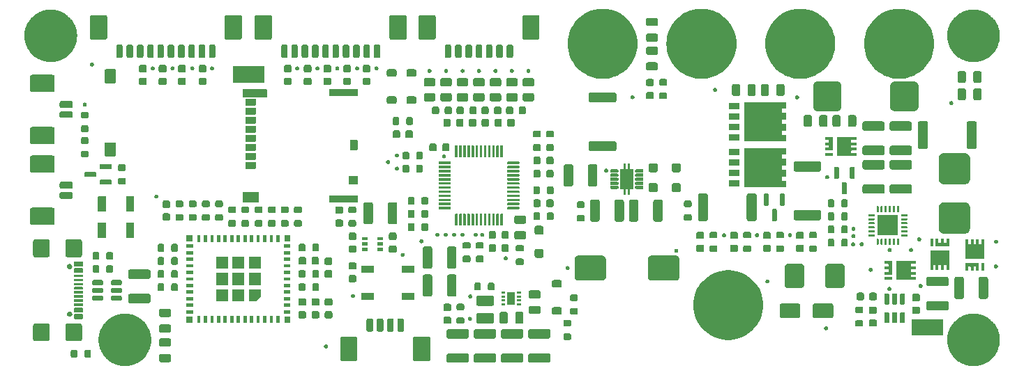
<source format=gts>
G04 #@! TF.GenerationSoftware,KiCad,Pcbnew,7.0.8*
G04 #@! TF.CreationDate,2023-11-12T21:10:40-08:00*
G04 #@! TF.ProjectId,bms,626d732e-6b69-4636-9164-5f7063625858,V1*
G04 #@! TF.SameCoordinates,Original*
G04 #@! TF.FileFunction,Soldermask,Top*
G04 #@! TF.FilePolarity,Negative*
%FSLAX46Y46*%
G04 Gerber Fmt 4.6, Leading zero omitted, Abs format (unit mm)*
G04 Created by KiCad (PCBNEW 7.0.8) date 2023-11-12 21:10:40*
%MOMM*%
%LPD*%
G01*
G04 APERTURE LIST*
G04 APERTURE END LIST*
G36*
X101584617Y-112804752D02*
G01*
X101673237Y-112804752D01*
X101767863Y-112815042D01*
X101858286Y-112820121D01*
X101936052Y-112833334D01*
X102017695Y-112842213D01*
X102117132Y-112864100D01*
X102212067Y-112880231D01*
X102282190Y-112900432D01*
X102356078Y-112916697D01*
X102458904Y-112951343D01*
X102556893Y-112979573D01*
X102618829Y-113005227D01*
X102684420Y-113027328D01*
X102789066Y-113075743D01*
X102888428Y-113116900D01*
X102941885Y-113146444D01*
X102998879Y-113172813D01*
X103103601Y-113235822D01*
X103202503Y-113290483D01*
X103247429Y-113322360D01*
X103295766Y-113351443D01*
X103398711Y-113429700D01*
X103495167Y-113498139D01*
X103531765Y-113530845D01*
X103571599Y-113561126D01*
X103670795Y-113655090D01*
X103762742Y-113737258D01*
X103791434Y-113769364D01*
X103823139Y-113799397D01*
X103916559Y-113909380D01*
X104001861Y-114004833D01*
X104023285Y-114035028D01*
X104047451Y-114063478D01*
X104133041Y-114189715D01*
X104209517Y-114297497D01*
X104224498Y-114324603D01*
X104241891Y-114350256D01*
X104317594Y-114493048D01*
X104383100Y-114611572D01*
X104392633Y-114634588D01*
X104404189Y-114656384D01*
X104468007Y-114816555D01*
X104520427Y-114943107D01*
X104525640Y-114961202D01*
X104532433Y-114978251D01*
X104582458Y-115158425D01*
X104619769Y-115287933D01*
X104621901Y-115300483D01*
X104625129Y-115312108D01*
X104659534Y-115521976D01*
X104679879Y-115641714D01*
X104680251Y-115648344D01*
X104681183Y-115654027D01*
X104698292Y-115969602D01*
X104700000Y-116000000D01*
X104698292Y-116030400D01*
X104681183Y-116345972D01*
X104680251Y-116351654D01*
X104679879Y-116358286D01*
X104659530Y-116478050D01*
X104625129Y-116687891D01*
X104621901Y-116699514D01*
X104619769Y-116712067D01*
X104582451Y-116841601D01*
X104532433Y-117021748D01*
X104525641Y-117038794D01*
X104520427Y-117056893D01*
X104467997Y-117183469D01*
X104404189Y-117343615D01*
X104392635Y-117365407D01*
X104383100Y-117388428D01*
X104317581Y-117506975D01*
X104241891Y-117649743D01*
X104224501Y-117675390D01*
X104209517Y-117702503D01*
X104133026Y-117810306D01*
X104047451Y-117936521D01*
X104023290Y-117964965D01*
X104001861Y-117995167D01*
X103916542Y-118090638D01*
X103823139Y-118200602D01*
X103791439Y-118230628D01*
X103762742Y-118262742D01*
X103670777Y-118344926D01*
X103571599Y-118438873D01*
X103531772Y-118469147D01*
X103495167Y-118501861D01*
X103398692Y-118570313D01*
X103295766Y-118648556D01*
X103247439Y-118677633D01*
X103202503Y-118709517D01*
X103103581Y-118764188D01*
X102998879Y-118827186D01*
X102941896Y-118853549D01*
X102888428Y-118883100D01*
X102789046Y-118924265D01*
X102684420Y-118972671D01*
X102618842Y-118994766D01*
X102556893Y-119020427D01*
X102458884Y-119048662D01*
X102356078Y-119083302D01*
X102282204Y-119099562D01*
X102212067Y-119119769D01*
X102117112Y-119135902D01*
X102017695Y-119157786D01*
X101936064Y-119166663D01*
X101858286Y-119179879D01*
X101767858Y-119184957D01*
X101673237Y-119195248D01*
X101584617Y-119195248D01*
X101500000Y-119200000D01*
X101415383Y-119195248D01*
X101326763Y-119195248D01*
X101232141Y-119184957D01*
X101141714Y-119179879D01*
X101063936Y-119166664D01*
X100982304Y-119157786D01*
X100882883Y-119135901D01*
X100787933Y-119119769D01*
X100717798Y-119099563D01*
X100643921Y-119083302D01*
X100541109Y-119048660D01*
X100443107Y-119020427D01*
X100381162Y-118994768D01*
X100315579Y-118972671D01*
X100210944Y-118924261D01*
X100111572Y-118883100D01*
X100058108Y-118853552D01*
X100001120Y-118827186D01*
X99896406Y-118764182D01*
X99797497Y-118709517D01*
X99752566Y-118677637D01*
X99704233Y-118648556D01*
X99601292Y-118570302D01*
X99504833Y-118501861D01*
X99468232Y-118469153D01*
X99428400Y-118438873D01*
X99329205Y-118344910D01*
X99237258Y-118262742D01*
X99208565Y-118230635D01*
X99176860Y-118200602D01*
X99083437Y-118090616D01*
X98998139Y-117995167D01*
X98976714Y-117964972D01*
X98952548Y-117936521D01*
X98866950Y-117810274D01*
X98790483Y-117702503D01*
X98775503Y-117675398D01*
X98758108Y-117649743D01*
X98682394Y-117506930D01*
X98616900Y-117388428D01*
X98607367Y-117365415D01*
X98595810Y-117343615D01*
X98531976Y-117183405D01*
X98479573Y-117056893D01*
X98474361Y-117038803D01*
X98467566Y-117021748D01*
X98417521Y-116841505D01*
X98380231Y-116712067D01*
X98378099Y-116699523D01*
X98374870Y-116687891D01*
X98340441Y-116477882D01*
X98320121Y-116358286D01*
X98319749Y-116351663D01*
X98318816Y-116345972D01*
X98301678Y-116029884D01*
X98300000Y-116000000D01*
X98301678Y-115970117D01*
X98318816Y-115654027D01*
X98319749Y-115648334D01*
X98320121Y-115641714D01*
X98340436Y-115522144D01*
X98374870Y-115312108D01*
X98378100Y-115300474D01*
X98380231Y-115287933D01*
X98417513Y-115158520D01*
X98467566Y-114978251D01*
X98474362Y-114961193D01*
X98479573Y-114943107D01*
X98531966Y-114816619D01*
X98595810Y-114656384D01*
X98607369Y-114634579D01*
X98616900Y-114611572D01*
X98682381Y-114493092D01*
X98758108Y-114350256D01*
X98775506Y-114324595D01*
X98790483Y-114297497D01*
X98866935Y-114189747D01*
X98952548Y-114063478D01*
X98976719Y-114035021D01*
X98998139Y-114004833D01*
X99083420Y-113909402D01*
X99176860Y-113799397D01*
X99208571Y-113769358D01*
X99237258Y-113737258D01*
X99329186Y-113655105D01*
X99428400Y-113561126D01*
X99468240Y-113530840D01*
X99504833Y-113498139D01*
X99601273Y-113429711D01*
X99704233Y-113351443D01*
X99752575Y-113322356D01*
X99797497Y-113290483D01*
X99896385Y-113235829D01*
X100001120Y-113172813D01*
X100058120Y-113146441D01*
X100111572Y-113116900D01*
X100210923Y-113075747D01*
X100315579Y-113027328D01*
X100381175Y-113005226D01*
X100443107Y-112979573D01*
X100541088Y-112951345D01*
X100643921Y-112916697D01*
X100717813Y-112900432D01*
X100787933Y-112880231D01*
X100882863Y-112864101D01*
X100982304Y-112842213D01*
X101063948Y-112833333D01*
X101141714Y-112820121D01*
X101232135Y-112815042D01*
X101326763Y-112804752D01*
X101415383Y-112804752D01*
X101500000Y-112800000D01*
X101584617Y-112804752D01*
G37*
G36*
X204584617Y-112804752D02*
G01*
X204673237Y-112804752D01*
X204767863Y-112815042D01*
X204858286Y-112820121D01*
X204936052Y-112833334D01*
X205017695Y-112842213D01*
X205117132Y-112864100D01*
X205212067Y-112880231D01*
X205282190Y-112900432D01*
X205356078Y-112916697D01*
X205458904Y-112951343D01*
X205556893Y-112979573D01*
X205618829Y-113005227D01*
X205684420Y-113027328D01*
X205789066Y-113075743D01*
X205888428Y-113116900D01*
X205941885Y-113146444D01*
X205998879Y-113172813D01*
X206103601Y-113235822D01*
X206202503Y-113290483D01*
X206247429Y-113322360D01*
X206295766Y-113351443D01*
X206398711Y-113429700D01*
X206495167Y-113498139D01*
X206531765Y-113530845D01*
X206571599Y-113561126D01*
X206670795Y-113655090D01*
X206762742Y-113737258D01*
X206791434Y-113769364D01*
X206823139Y-113799397D01*
X206916559Y-113909380D01*
X207001861Y-114004833D01*
X207023285Y-114035028D01*
X207047451Y-114063478D01*
X207133041Y-114189715D01*
X207209517Y-114297497D01*
X207224498Y-114324603D01*
X207241891Y-114350256D01*
X207317594Y-114493048D01*
X207383100Y-114611572D01*
X207392633Y-114634588D01*
X207404189Y-114656384D01*
X207468007Y-114816555D01*
X207520427Y-114943107D01*
X207525640Y-114961202D01*
X207532433Y-114978251D01*
X207582458Y-115158425D01*
X207619769Y-115287933D01*
X207621901Y-115300483D01*
X207625129Y-115312108D01*
X207659534Y-115521976D01*
X207679879Y-115641714D01*
X207680251Y-115648344D01*
X207681183Y-115654027D01*
X207698292Y-115969602D01*
X207700000Y-116000000D01*
X207698292Y-116030400D01*
X207681183Y-116345972D01*
X207680251Y-116351654D01*
X207679879Y-116358286D01*
X207659530Y-116478050D01*
X207625129Y-116687891D01*
X207621901Y-116699514D01*
X207619769Y-116712067D01*
X207582451Y-116841601D01*
X207532433Y-117021748D01*
X207525641Y-117038794D01*
X207520427Y-117056893D01*
X207467997Y-117183469D01*
X207404189Y-117343615D01*
X207392635Y-117365407D01*
X207383100Y-117388428D01*
X207317581Y-117506975D01*
X207241891Y-117649743D01*
X207224501Y-117675390D01*
X207209517Y-117702503D01*
X207133026Y-117810306D01*
X207047451Y-117936521D01*
X207023290Y-117964965D01*
X207001861Y-117995167D01*
X206916542Y-118090638D01*
X206823139Y-118200602D01*
X206791439Y-118230628D01*
X206762742Y-118262742D01*
X206670777Y-118344926D01*
X206571599Y-118438873D01*
X206531772Y-118469147D01*
X206495167Y-118501861D01*
X206398692Y-118570313D01*
X206295766Y-118648556D01*
X206247439Y-118677633D01*
X206202503Y-118709517D01*
X206103581Y-118764188D01*
X205998879Y-118827186D01*
X205941896Y-118853549D01*
X205888428Y-118883100D01*
X205789046Y-118924265D01*
X205684420Y-118972671D01*
X205618842Y-118994766D01*
X205556893Y-119020427D01*
X205458884Y-119048662D01*
X205356078Y-119083302D01*
X205282204Y-119099562D01*
X205212067Y-119119769D01*
X205117112Y-119135902D01*
X205017695Y-119157786D01*
X204936064Y-119166663D01*
X204858286Y-119179879D01*
X204767858Y-119184957D01*
X204673237Y-119195248D01*
X204584617Y-119195248D01*
X204500000Y-119200000D01*
X204415383Y-119195248D01*
X204326763Y-119195248D01*
X204232141Y-119184957D01*
X204141714Y-119179879D01*
X204063936Y-119166664D01*
X203982304Y-119157786D01*
X203882883Y-119135901D01*
X203787933Y-119119769D01*
X203717798Y-119099563D01*
X203643921Y-119083302D01*
X203541109Y-119048660D01*
X203443107Y-119020427D01*
X203381162Y-118994768D01*
X203315579Y-118972671D01*
X203210944Y-118924261D01*
X203111572Y-118883100D01*
X203058108Y-118853552D01*
X203001120Y-118827186D01*
X202896406Y-118764182D01*
X202797497Y-118709517D01*
X202752566Y-118677637D01*
X202704233Y-118648556D01*
X202601292Y-118570302D01*
X202504833Y-118501861D01*
X202468232Y-118469153D01*
X202428400Y-118438873D01*
X202329205Y-118344910D01*
X202237258Y-118262742D01*
X202208565Y-118230635D01*
X202176860Y-118200602D01*
X202083437Y-118090616D01*
X201998139Y-117995167D01*
X201976714Y-117964972D01*
X201952548Y-117936521D01*
X201866950Y-117810274D01*
X201790483Y-117702503D01*
X201775503Y-117675398D01*
X201758108Y-117649743D01*
X201682394Y-117506930D01*
X201616900Y-117388428D01*
X201607367Y-117365415D01*
X201595810Y-117343615D01*
X201531976Y-117183405D01*
X201479573Y-117056893D01*
X201474361Y-117038803D01*
X201467566Y-117021748D01*
X201417521Y-116841505D01*
X201380231Y-116712067D01*
X201378099Y-116699523D01*
X201374870Y-116687891D01*
X201340441Y-116477882D01*
X201320121Y-116358286D01*
X201319749Y-116351663D01*
X201318816Y-116345972D01*
X201301678Y-116029884D01*
X201300000Y-116000000D01*
X201301678Y-115970117D01*
X201318816Y-115654027D01*
X201319749Y-115648334D01*
X201320121Y-115641714D01*
X201340436Y-115522144D01*
X201374870Y-115312108D01*
X201378100Y-115300474D01*
X201380231Y-115287933D01*
X201417513Y-115158520D01*
X201467566Y-114978251D01*
X201474362Y-114961193D01*
X201479573Y-114943107D01*
X201531966Y-114816619D01*
X201595810Y-114656384D01*
X201607369Y-114634579D01*
X201616900Y-114611572D01*
X201682381Y-114493092D01*
X201758108Y-114350256D01*
X201775506Y-114324595D01*
X201790483Y-114297497D01*
X201866935Y-114189747D01*
X201952548Y-114063478D01*
X201976719Y-114035021D01*
X201998139Y-114004833D01*
X202083420Y-113909402D01*
X202176860Y-113799397D01*
X202208571Y-113769358D01*
X202237258Y-113737258D01*
X202329186Y-113655105D01*
X202428400Y-113561126D01*
X202468240Y-113530840D01*
X202504833Y-113498139D01*
X202601273Y-113429711D01*
X202704233Y-113351443D01*
X202752575Y-113322356D01*
X202797497Y-113290483D01*
X202896385Y-113235829D01*
X203001120Y-113172813D01*
X203058120Y-113146441D01*
X203111572Y-113116900D01*
X203210923Y-113075747D01*
X203315579Y-113027328D01*
X203381175Y-113005226D01*
X203443107Y-112979573D01*
X203541088Y-112951345D01*
X203643921Y-112916697D01*
X203717813Y-112900432D01*
X203787933Y-112880231D01*
X203882863Y-112864101D01*
X203982304Y-112842213D01*
X204063948Y-112833333D01*
X204141714Y-112820121D01*
X204232135Y-112815042D01*
X204326763Y-112804752D01*
X204415383Y-112804752D01*
X204500000Y-112800000D01*
X204584617Y-112804752D01*
G37*
G36*
X143003231Y-117650768D02*
G01*
X143055772Y-117656864D01*
X143073723Y-117664790D01*
X143095671Y-117669156D01*
X143119166Y-117684855D01*
X143140890Y-117694447D01*
X143155726Y-117709283D01*
X143176777Y-117723349D01*
X143190842Y-117744399D01*
X143205678Y-117759235D01*
X143215269Y-117780956D01*
X143230970Y-117804455D01*
X143235335Y-117826403D01*
X143243260Y-117844350D01*
X143249352Y-117896873D01*
X143250000Y-117900126D01*
X143250000Y-118550126D01*
X143249354Y-118553369D01*
X143243261Y-118605898D01*
X143235336Y-118623845D01*
X143230970Y-118645797D01*
X143215267Y-118669297D01*
X143205678Y-118691016D01*
X143190844Y-118705849D01*
X143176777Y-118726903D01*
X143155723Y-118740970D01*
X143140890Y-118755804D01*
X143119170Y-118765393D01*
X143095671Y-118781096D01*
X143073720Y-118785462D01*
X143055775Y-118793386D01*
X143003254Y-118799478D01*
X143000000Y-118800126D01*
X140800000Y-118800126D01*
X140796758Y-118799481D01*
X140744227Y-118793387D01*
X140726278Y-118785461D01*
X140704329Y-118781096D01*
X140680830Y-118765394D01*
X140659109Y-118755804D01*
X140644273Y-118740968D01*
X140623223Y-118726903D01*
X140609157Y-118705852D01*
X140594321Y-118691016D01*
X140584729Y-118669292D01*
X140569030Y-118645797D01*
X140564664Y-118623850D01*
X140556739Y-118605901D01*
X140550644Y-118553368D01*
X140550000Y-118550126D01*
X140550000Y-117900126D01*
X140550642Y-117896896D01*
X140556738Y-117844353D01*
X140564664Y-117826400D01*
X140569030Y-117804455D01*
X140584728Y-117780961D01*
X140594321Y-117759235D01*
X140609159Y-117744396D01*
X140623223Y-117723349D01*
X140644270Y-117709285D01*
X140659109Y-117694447D01*
X140680835Y-117684853D01*
X140704329Y-117669156D01*
X140726273Y-117664791D01*
X140744224Y-117656865D01*
X140796759Y-117650770D01*
X140800000Y-117650126D01*
X143000000Y-117650126D01*
X143003231Y-117650768D01*
G37*
G36*
X146303357Y-117650768D02*
G01*
X146355898Y-117656864D01*
X146373849Y-117664790D01*
X146395797Y-117669156D01*
X146419292Y-117684855D01*
X146441016Y-117694447D01*
X146455852Y-117709283D01*
X146476903Y-117723349D01*
X146490968Y-117744399D01*
X146505804Y-117759235D01*
X146515395Y-117780956D01*
X146531096Y-117804455D01*
X146535461Y-117826403D01*
X146543386Y-117844350D01*
X146549478Y-117896873D01*
X146550126Y-117900126D01*
X146550126Y-118550126D01*
X146549480Y-118553369D01*
X146543387Y-118605898D01*
X146535462Y-118623845D01*
X146531096Y-118645797D01*
X146515393Y-118669297D01*
X146505804Y-118691016D01*
X146490970Y-118705849D01*
X146476903Y-118726903D01*
X146455849Y-118740970D01*
X146441016Y-118755804D01*
X146419296Y-118765393D01*
X146395797Y-118781096D01*
X146373846Y-118785462D01*
X146355901Y-118793386D01*
X146303380Y-118799478D01*
X146300126Y-118800126D01*
X144100126Y-118800126D01*
X144096884Y-118799481D01*
X144044353Y-118793387D01*
X144026404Y-118785461D01*
X144004455Y-118781096D01*
X143980956Y-118765394D01*
X143959235Y-118755804D01*
X143944399Y-118740968D01*
X143923349Y-118726903D01*
X143909283Y-118705852D01*
X143894447Y-118691016D01*
X143884855Y-118669292D01*
X143869156Y-118645797D01*
X143864790Y-118623850D01*
X143856865Y-118605901D01*
X143850770Y-118553368D01*
X143850126Y-118550126D01*
X143850126Y-117900126D01*
X143850768Y-117896896D01*
X143856864Y-117844353D01*
X143864790Y-117826400D01*
X143869156Y-117804455D01*
X143884854Y-117780961D01*
X143894447Y-117759235D01*
X143909285Y-117744396D01*
X143923349Y-117723349D01*
X143944396Y-117709285D01*
X143959235Y-117694447D01*
X143980961Y-117684853D01*
X144004455Y-117669156D01*
X144026399Y-117664791D01*
X144044350Y-117656865D01*
X144096885Y-117650770D01*
X144100126Y-117650126D01*
X146300126Y-117650126D01*
X146303357Y-117650768D01*
G37*
G36*
X149603231Y-117650768D02*
G01*
X149655772Y-117656864D01*
X149673723Y-117664790D01*
X149695671Y-117669156D01*
X149719166Y-117684855D01*
X149740890Y-117694447D01*
X149755726Y-117709283D01*
X149776777Y-117723349D01*
X149790842Y-117744399D01*
X149805678Y-117759235D01*
X149815269Y-117780956D01*
X149830970Y-117804455D01*
X149835335Y-117826403D01*
X149843260Y-117844350D01*
X149849352Y-117896873D01*
X149850000Y-117900126D01*
X149850000Y-118550126D01*
X149849354Y-118553369D01*
X149843261Y-118605898D01*
X149835336Y-118623845D01*
X149830970Y-118645797D01*
X149815267Y-118669297D01*
X149805678Y-118691016D01*
X149790844Y-118705849D01*
X149776777Y-118726903D01*
X149755723Y-118740970D01*
X149740890Y-118755804D01*
X149719170Y-118765393D01*
X149695671Y-118781096D01*
X149673720Y-118785462D01*
X149655775Y-118793386D01*
X149603254Y-118799478D01*
X149600000Y-118800126D01*
X147400000Y-118800126D01*
X147396758Y-118799481D01*
X147344227Y-118793387D01*
X147326278Y-118785461D01*
X147304329Y-118781096D01*
X147280830Y-118765394D01*
X147259109Y-118755804D01*
X147244273Y-118740968D01*
X147223223Y-118726903D01*
X147209157Y-118705852D01*
X147194321Y-118691016D01*
X147184729Y-118669292D01*
X147169030Y-118645797D01*
X147164664Y-118623850D01*
X147156739Y-118605901D01*
X147150644Y-118553368D01*
X147150000Y-118550126D01*
X147150000Y-117900126D01*
X147150642Y-117896896D01*
X147156738Y-117844353D01*
X147164664Y-117826400D01*
X147169030Y-117804455D01*
X147184728Y-117780961D01*
X147194321Y-117759235D01*
X147209159Y-117744396D01*
X147223223Y-117723349D01*
X147244270Y-117709285D01*
X147259109Y-117694447D01*
X147280835Y-117684853D01*
X147304329Y-117669156D01*
X147326273Y-117664791D01*
X147344224Y-117656865D01*
X147396759Y-117650770D01*
X147400000Y-117650126D01*
X149600000Y-117650126D01*
X149603231Y-117650768D01*
G37*
G36*
X152903231Y-117650768D02*
G01*
X152955772Y-117656864D01*
X152973723Y-117664790D01*
X152995671Y-117669156D01*
X153019166Y-117684855D01*
X153040890Y-117694447D01*
X153055726Y-117709283D01*
X153076777Y-117723349D01*
X153090842Y-117744399D01*
X153105678Y-117759235D01*
X153115269Y-117780956D01*
X153130970Y-117804455D01*
X153135335Y-117826403D01*
X153143260Y-117844350D01*
X153149352Y-117896873D01*
X153150000Y-117900126D01*
X153150000Y-118550126D01*
X153149354Y-118553369D01*
X153143261Y-118605898D01*
X153135336Y-118623845D01*
X153130970Y-118645797D01*
X153115267Y-118669297D01*
X153105678Y-118691016D01*
X153090844Y-118705849D01*
X153076777Y-118726903D01*
X153055723Y-118740970D01*
X153040890Y-118755804D01*
X153019170Y-118765393D01*
X152995671Y-118781096D01*
X152973720Y-118785462D01*
X152955775Y-118793386D01*
X152903254Y-118799478D01*
X152900000Y-118800126D01*
X150700000Y-118800126D01*
X150696758Y-118799481D01*
X150644227Y-118793387D01*
X150626278Y-118785461D01*
X150604329Y-118781096D01*
X150580830Y-118765394D01*
X150559109Y-118755804D01*
X150544273Y-118740968D01*
X150523223Y-118726903D01*
X150509157Y-118705852D01*
X150494321Y-118691016D01*
X150484729Y-118669292D01*
X150469030Y-118645797D01*
X150464664Y-118623850D01*
X150456739Y-118605901D01*
X150450644Y-118553368D01*
X150450000Y-118550126D01*
X150450000Y-117900126D01*
X150450642Y-117896896D01*
X150456738Y-117844353D01*
X150464664Y-117826400D01*
X150469030Y-117804455D01*
X150484728Y-117780961D01*
X150494321Y-117759235D01*
X150509159Y-117744396D01*
X150523223Y-117723349D01*
X150544270Y-117709285D01*
X150559109Y-117694447D01*
X150580835Y-117684853D01*
X150604329Y-117669156D01*
X150626273Y-117664791D01*
X150644224Y-117656865D01*
X150696759Y-117650770D01*
X150700000Y-117650126D01*
X152900000Y-117650126D01*
X152903231Y-117650768D01*
G37*
G36*
X106853105Y-117725516D02*
G01*
X106905646Y-117731612D01*
X106923597Y-117739538D01*
X106945545Y-117743904D01*
X106969040Y-117759603D01*
X106990764Y-117769195D01*
X107005600Y-117784031D01*
X107026651Y-117798097D01*
X107040716Y-117819147D01*
X107055552Y-117833983D01*
X107065143Y-117855704D01*
X107080844Y-117879203D01*
X107085209Y-117901151D01*
X107093134Y-117919098D01*
X107099226Y-117971621D01*
X107099874Y-117974874D01*
X107099874Y-118474874D01*
X107099228Y-118478117D01*
X107093135Y-118530646D01*
X107085210Y-118548593D01*
X107080844Y-118570545D01*
X107065141Y-118594045D01*
X107055552Y-118615764D01*
X107040718Y-118630597D01*
X107026651Y-118651651D01*
X107005597Y-118665718D01*
X106990764Y-118680552D01*
X106969044Y-118690141D01*
X106945545Y-118705844D01*
X106923594Y-118710210D01*
X106905649Y-118718134D01*
X106853128Y-118724226D01*
X106849874Y-118724874D01*
X105899874Y-118724874D01*
X105896632Y-118724229D01*
X105844101Y-118718135D01*
X105826152Y-118710209D01*
X105804203Y-118705844D01*
X105780704Y-118690142D01*
X105758983Y-118680552D01*
X105744147Y-118665716D01*
X105723097Y-118651651D01*
X105709031Y-118630600D01*
X105694195Y-118615764D01*
X105684603Y-118594040D01*
X105668904Y-118570545D01*
X105664538Y-118548598D01*
X105656613Y-118530649D01*
X105650518Y-118478116D01*
X105649874Y-118474874D01*
X105649874Y-117974874D01*
X105650516Y-117971644D01*
X105656612Y-117919101D01*
X105664538Y-117901148D01*
X105668904Y-117879203D01*
X105684602Y-117855709D01*
X105694195Y-117833983D01*
X105709033Y-117819144D01*
X105723097Y-117798097D01*
X105744144Y-117784033D01*
X105758983Y-117769195D01*
X105780709Y-117759601D01*
X105804203Y-117743904D01*
X105826147Y-117739539D01*
X105844098Y-117731613D01*
X105896633Y-117725518D01*
X105899874Y-117724874D01*
X106849874Y-117724874D01*
X106853105Y-117725516D01*
G37*
G36*
X129478229Y-115600642D02*
G01*
X129530773Y-115606738D01*
X129548726Y-115614665D01*
X129570670Y-115619030D01*
X129594162Y-115634727D01*
X129615890Y-115644321D01*
X129630730Y-115659161D01*
X129651776Y-115673224D01*
X129665838Y-115694269D01*
X129680678Y-115709109D01*
X129690271Y-115730835D01*
X129705970Y-115754330D01*
X129710334Y-115776275D01*
X129718261Y-115794226D01*
X129724359Y-115846784D01*
X129724999Y-115850002D01*
X129724999Y-115852300D01*
X129725000Y-115852309D01*
X129725000Y-117199874D01*
X129725000Y-118349999D01*
X129724357Y-118353231D01*
X129718261Y-118405773D01*
X129710335Y-118423722D01*
X129705970Y-118445670D01*
X129690269Y-118469166D01*
X129680678Y-118490890D01*
X129665840Y-118505727D01*
X129651776Y-118526776D01*
X129630727Y-118540840D01*
X129615890Y-118555678D01*
X129594166Y-118565269D01*
X129570670Y-118580970D01*
X129548723Y-118585335D01*
X129530773Y-118593261D01*
X129478217Y-118599358D01*
X129474998Y-118599999D01*
X129472698Y-118599999D01*
X129472690Y-118600000D01*
X127877310Y-118600000D01*
X127877309Y-118599999D01*
X127875001Y-118600000D01*
X127871769Y-118599357D01*
X127819226Y-118593261D01*
X127801276Y-118585335D01*
X127779330Y-118580970D01*
X127755835Y-118565271D01*
X127734109Y-118555678D01*
X127719269Y-118540838D01*
X127698224Y-118526776D01*
X127684161Y-118505730D01*
X127669321Y-118490890D01*
X127659727Y-118469162D01*
X127644030Y-118445670D01*
X127639665Y-118423727D01*
X127631738Y-118405773D01*
X127625641Y-118353215D01*
X127625001Y-118349998D01*
X127625000Y-118347698D01*
X127625000Y-118347690D01*
X127625000Y-115852309D01*
X127625000Y-115852308D01*
X127625000Y-115850001D01*
X127625642Y-115846771D01*
X127631738Y-115794226D01*
X127639665Y-115776272D01*
X127644030Y-115754330D01*
X127659725Y-115730839D01*
X127669321Y-115709109D01*
X127684164Y-115694265D01*
X127698224Y-115673224D01*
X127719265Y-115659164D01*
X127734109Y-115644321D01*
X127755839Y-115634725D01*
X127779330Y-115619030D01*
X127801270Y-115614665D01*
X127819226Y-115606738D01*
X127871784Y-115600641D01*
X127875002Y-115600001D01*
X127877301Y-115600000D01*
X127877310Y-115600000D01*
X129472690Y-115600000D01*
X129474999Y-115600000D01*
X129478229Y-115600642D01*
G37*
G36*
X138328229Y-115600642D02*
G01*
X138380773Y-115606738D01*
X138398726Y-115614665D01*
X138420670Y-115619030D01*
X138444162Y-115634727D01*
X138465890Y-115644321D01*
X138480730Y-115659161D01*
X138501776Y-115673224D01*
X138515838Y-115694269D01*
X138530678Y-115709109D01*
X138540271Y-115730835D01*
X138555970Y-115754330D01*
X138560334Y-115776275D01*
X138568261Y-115794226D01*
X138574359Y-115846784D01*
X138574999Y-115850002D01*
X138574999Y-115852300D01*
X138575000Y-115852309D01*
X138575000Y-117199874D01*
X138575000Y-118349999D01*
X138574357Y-118353231D01*
X138568261Y-118405773D01*
X138560335Y-118423722D01*
X138555970Y-118445670D01*
X138540269Y-118469166D01*
X138530678Y-118490890D01*
X138515840Y-118505727D01*
X138501776Y-118526776D01*
X138480727Y-118540840D01*
X138465890Y-118555678D01*
X138444166Y-118565269D01*
X138420670Y-118580970D01*
X138398723Y-118585335D01*
X138380773Y-118593261D01*
X138328217Y-118599358D01*
X138324998Y-118599999D01*
X138322698Y-118599999D01*
X138322690Y-118600000D01*
X136727310Y-118600000D01*
X136727309Y-118599999D01*
X136725001Y-118600000D01*
X136721769Y-118599357D01*
X136669226Y-118593261D01*
X136651276Y-118585335D01*
X136629330Y-118580970D01*
X136605835Y-118565271D01*
X136584109Y-118555678D01*
X136569269Y-118540838D01*
X136548224Y-118526776D01*
X136534161Y-118505730D01*
X136519321Y-118490890D01*
X136509727Y-118469162D01*
X136494030Y-118445670D01*
X136489665Y-118423727D01*
X136481738Y-118405773D01*
X136475641Y-118353215D01*
X136475001Y-118349998D01*
X136475000Y-118347698D01*
X136475000Y-118347690D01*
X136475000Y-115852309D01*
X136475000Y-115852308D01*
X136475000Y-115850001D01*
X136475642Y-115846771D01*
X136481738Y-115794226D01*
X136489665Y-115776272D01*
X136494030Y-115754330D01*
X136509725Y-115730839D01*
X136519321Y-115709109D01*
X136534164Y-115694265D01*
X136548224Y-115673224D01*
X136569265Y-115659164D01*
X136584109Y-115644321D01*
X136605839Y-115634725D01*
X136629330Y-115619030D01*
X136651270Y-115614665D01*
X136669226Y-115606738D01*
X136721784Y-115600641D01*
X136725002Y-115600001D01*
X136727301Y-115600000D01*
X136727310Y-115600000D01*
X138322690Y-115600000D01*
X138324999Y-115600000D01*
X138328229Y-115600642D01*
G37*
G36*
X95601411Y-117215098D02*
G01*
X95666295Y-117258453D01*
X95709650Y-117323337D01*
X95724874Y-117399874D01*
X95724874Y-117949874D01*
X95709650Y-118026411D01*
X95666295Y-118091295D01*
X95601411Y-118134650D01*
X95524874Y-118149874D01*
X95124874Y-118149874D01*
X95048337Y-118134650D01*
X94983453Y-118091295D01*
X94940098Y-118026411D01*
X94924874Y-117949874D01*
X94924874Y-117399874D01*
X94940098Y-117323337D01*
X94983453Y-117258453D01*
X95048337Y-117215098D01*
X95124874Y-117199874D01*
X95524874Y-117199874D01*
X95601411Y-117215098D01*
G37*
G36*
X97251411Y-117215098D02*
G01*
X97316295Y-117258453D01*
X97359650Y-117323337D01*
X97374874Y-117399874D01*
X97374874Y-117949874D01*
X97359650Y-118026411D01*
X97316295Y-118091295D01*
X97251411Y-118134650D01*
X97174874Y-118149874D01*
X96774874Y-118149874D01*
X96698337Y-118134650D01*
X96633453Y-118091295D01*
X96590098Y-118026411D01*
X96574874Y-117949874D01*
X96574874Y-117399874D01*
X96590098Y-117323337D01*
X96633453Y-117258453D01*
X96698337Y-117215098D01*
X96774874Y-117199874D01*
X97174874Y-117199874D01*
X97251411Y-117215098D01*
G37*
G36*
X125922151Y-116554406D02*
G01*
X125943305Y-116554406D01*
X125968799Y-116563685D01*
X125995671Y-116569030D01*
X126010249Y-116578770D01*
X126024691Y-116584027D01*
X126050393Y-116605594D01*
X126076777Y-116623223D01*
X126083635Y-116633487D01*
X126091039Y-116639700D01*
X126111711Y-116675506D01*
X126130970Y-116704329D01*
X126132346Y-116711247D01*
X126134343Y-116714706D01*
X126144564Y-116772674D01*
X126150000Y-116800000D01*
X126144564Y-116827328D01*
X126134343Y-116885293D01*
X126132346Y-116888751D01*
X126130970Y-116895671D01*
X126111707Y-116924499D01*
X126091039Y-116960299D01*
X126083637Y-116966509D01*
X126076777Y-116976777D01*
X126050388Y-116994409D01*
X126024691Y-117015972D01*
X126010251Y-117021227D01*
X125995671Y-117030970D01*
X125968798Y-117036315D01*
X125943305Y-117045594D01*
X125922151Y-117045594D01*
X125900000Y-117050000D01*
X125877849Y-117045594D01*
X125856695Y-117045594D01*
X125831201Y-117036315D01*
X125804329Y-117030970D01*
X125789749Y-117021228D01*
X125775308Y-117015972D01*
X125749606Y-116994406D01*
X125723223Y-116976777D01*
X125716364Y-116966511D01*
X125708960Y-116960299D01*
X125688285Y-116924488D01*
X125669030Y-116895671D01*
X125667654Y-116888753D01*
X125665656Y-116885293D01*
X125655427Y-116827283D01*
X125650000Y-116800000D01*
X125655426Y-116772718D01*
X125665656Y-116714706D01*
X125667654Y-116711244D01*
X125669030Y-116704329D01*
X125688281Y-116675517D01*
X125708960Y-116639700D01*
X125716365Y-116633486D01*
X125723223Y-116623223D01*
X125749604Y-116605595D01*
X125775309Y-116584027D01*
X125789750Y-116578770D01*
X125804329Y-116569030D01*
X125831200Y-116563685D01*
X125856695Y-116554406D01*
X125877849Y-116554406D01*
X125900000Y-116550000D01*
X125922151Y-116554406D01*
G37*
G36*
X106853105Y-115825516D02*
G01*
X106905646Y-115831612D01*
X106923597Y-115839538D01*
X106945545Y-115843904D01*
X106969040Y-115859603D01*
X106990764Y-115869195D01*
X107005600Y-115884031D01*
X107026651Y-115898097D01*
X107040716Y-115919147D01*
X107055552Y-115933983D01*
X107065143Y-115955704D01*
X107080844Y-115979203D01*
X107085209Y-116001151D01*
X107093134Y-116019098D01*
X107099226Y-116071621D01*
X107099874Y-116074874D01*
X107099874Y-116574874D01*
X107099228Y-116578117D01*
X107093135Y-116630646D01*
X107085210Y-116648593D01*
X107080844Y-116670545D01*
X107065141Y-116694045D01*
X107055552Y-116715764D01*
X107040718Y-116730597D01*
X107026651Y-116751651D01*
X107005597Y-116765718D01*
X106990764Y-116780552D01*
X106969044Y-116790141D01*
X106945545Y-116805844D01*
X106923594Y-116810210D01*
X106905649Y-116818134D01*
X106853128Y-116824226D01*
X106849874Y-116824874D01*
X105899874Y-116824874D01*
X105896632Y-116824229D01*
X105844101Y-116818135D01*
X105826152Y-116810209D01*
X105804203Y-116805844D01*
X105780704Y-116790142D01*
X105758983Y-116780552D01*
X105744147Y-116765716D01*
X105723097Y-116751651D01*
X105709031Y-116730600D01*
X105694195Y-116715764D01*
X105684603Y-116694040D01*
X105668904Y-116670545D01*
X105664538Y-116648598D01*
X105656613Y-116630649D01*
X105650518Y-116578116D01*
X105649874Y-116574874D01*
X105649874Y-116074874D01*
X105650516Y-116071644D01*
X105656612Y-116019101D01*
X105664538Y-116001148D01*
X105668904Y-115979203D01*
X105684602Y-115955709D01*
X105694195Y-115933983D01*
X105709033Y-115919144D01*
X105723097Y-115898097D01*
X105744144Y-115884033D01*
X105758983Y-115869195D01*
X105780709Y-115859601D01*
X105804203Y-115843904D01*
X105826147Y-115839539D01*
X105844098Y-115831613D01*
X105896633Y-115825518D01*
X105899874Y-115824874D01*
X106849874Y-115824874D01*
X106853105Y-115825516D01*
G37*
G36*
X92113105Y-113995516D02*
G01*
X92165646Y-114001612D01*
X92183597Y-114009538D01*
X92205545Y-114013904D01*
X92229040Y-114029603D01*
X92250764Y-114039195D01*
X92265600Y-114054031D01*
X92286651Y-114068097D01*
X92300716Y-114089147D01*
X92315552Y-114103983D01*
X92325143Y-114125704D01*
X92340844Y-114149203D01*
X92345209Y-114171151D01*
X92353134Y-114189098D01*
X92359226Y-114241621D01*
X92359874Y-114244874D01*
X92359874Y-115924874D01*
X92359228Y-115928117D01*
X92353135Y-115980646D01*
X92345210Y-115998593D01*
X92340844Y-116020545D01*
X92325141Y-116044045D01*
X92315552Y-116065764D01*
X92300718Y-116080597D01*
X92286651Y-116101651D01*
X92265597Y-116115718D01*
X92250764Y-116130552D01*
X92229044Y-116140141D01*
X92205545Y-116155844D01*
X92183594Y-116160210D01*
X92165649Y-116168134D01*
X92113128Y-116174226D01*
X92109874Y-116174874D01*
X90609874Y-116174874D01*
X90606632Y-116174229D01*
X90554101Y-116168135D01*
X90536152Y-116160209D01*
X90514203Y-116155844D01*
X90490704Y-116140142D01*
X90468983Y-116130552D01*
X90454147Y-116115716D01*
X90433097Y-116101651D01*
X90419031Y-116080600D01*
X90404195Y-116065764D01*
X90394603Y-116044040D01*
X90378904Y-116020545D01*
X90374538Y-115998598D01*
X90366613Y-115980649D01*
X90360518Y-115928116D01*
X90359874Y-115924874D01*
X90359874Y-114244874D01*
X90360516Y-114241644D01*
X90366612Y-114189101D01*
X90374538Y-114171148D01*
X90378904Y-114149203D01*
X90394602Y-114125709D01*
X90404195Y-114103983D01*
X90419033Y-114089144D01*
X90433097Y-114068097D01*
X90454144Y-114054033D01*
X90468983Y-114039195D01*
X90490709Y-114029601D01*
X90514203Y-114013904D01*
X90536147Y-114009539D01*
X90554098Y-114001613D01*
X90606633Y-113995518D01*
X90609874Y-113994874D01*
X92109874Y-113994874D01*
X92113105Y-113995516D01*
G37*
G36*
X96043105Y-113995516D02*
G01*
X96095646Y-114001612D01*
X96113597Y-114009538D01*
X96135545Y-114013904D01*
X96159040Y-114029603D01*
X96180764Y-114039195D01*
X96195600Y-114054031D01*
X96216651Y-114068097D01*
X96230716Y-114089147D01*
X96245552Y-114103983D01*
X96255143Y-114125704D01*
X96270844Y-114149203D01*
X96275209Y-114171151D01*
X96283134Y-114189098D01*
X96289226Y-114241621D01*
X96289874Y-114244874D01*
X96289874Y-115924874D01*
X96289228Y-115928117D01*
X96283135Y-115980646D01*
X96275210Y-115998593D01*
X96270844Y-116020545D01*
X96255141Y-116044045D01*
X96245552Y-116065764D01*
X96230718Y-116080597D01*
X96216651Y-116101651D01*
X96195597Y-116115718D01*
X96180764Y-116130552D01*
X96159044Y-116140141D01*
X96135545Y-116155844D01*
X96113594Y-116160210D01*
X96095649Y-116168134D01*
X96043128Y-116174226D01*
X96039874Y-116174874D01*
X94539874Y-116174874D01*
X94536632Y-116174229D01*
X94484101Y-116168135D01*
X94466152Y-116160209D01*
X94444203Y-116155844D01*
X94420704Y-116140142D01*
X94398983Y-116130552D01*
X94384147Y-116115716D01*
X94363097Y-116101651D01*
X94349031Y-116080600D01*
X94334195Y-116065764D01*
X94324603Y-116044040D01*
X94308904Y-116020545D01*
X94304538Y-115998598D01*
X94296613Y-115980649D01*
X94290518Y-115928116D01*
X94289874Y-115924874D01*
X94289874Y-114244874D01*
X94290516Y-114241644D01*
X94296612Y-114189101D01*
X94304538Y-114171148D01*
X94308904Y-114149203D01*
X94324602Y-114125709D01*
X94334195Y-114103983D01*
X94349033Y-114089144D01*
X94363097Y-114068097D01*
X94384144Y-114054033D01*
X94398983Y-114039195D01*
X94420709Y-114029601D01*
X94444203Y-114013904D01*
X94466147Y-114009539D01*
X94484098Y-114001613D01*
X94536633Y-113995518D01*
X94539874Y-113994874D01*
X96039874Y-113994874D01*
X96043105Y-113995516D01*
G37*
G36*
X155551537Y-115240224D02*
G01*
X155616421Y-115283579D01*
X155659776Y-115348463D01*
X155675000Y-115425000D01*
X155675000Y-115825000D01*
X155659776Y-115901537D01*
X155616421Y-115966421D01*
X155551537Y-116009776D01*
X155475000Y-116025000D01*
X154925000Y-116025000D01*
X154848463Y-116009776D01*
X154783579Y-115966421D01*
X154740224Y-115901537D01*
X154725000Y-115825000D01*
X154725000Y-115425000D01*
X154740224Y-115348463D01*
X154783579Y-115283579D01*
X154848463Y-115240224D01*
X154925000Y-115225000D01*
X155475000Y-115225000D01*
X155551537Y-115240224D01*
G37*
G36*
X175329712Y-107568133D02*
G01*
X175726849Y-107644675D01*
X176114913Y-107758621D01*
X176490388Y-107908938D01*
X176849874Y-108094266D01*
X177190116Y-108312926D01*
X177508032Y-108562938D01*
X177800744Y-108842038D01*
X178065600Y-109147698D01*
X178300202Y-109477151D01*
X178502425Y-109827411D01*
X178670438Y-110195309D01*
X178802719Y-110577511D01*
X178898071Y-110970556D01*
X178955630Y-111370886D01*
X178974874Y-111774874D01*
X178955630Y-112178862D01*
X178898071Y-112579192D01*
X178802719Y-112972237D01*
X178670438Y-113354439D01*
X178502425Y-113722337D01*
X178300202Y-114072597D01*
X178065600Y-114402050D01*
X177800744Y-114707710D01*
X177508032Y-114986810D01*
X177190116Y-115236822D01*
X176849874Y-115455482D01*
X176490388Y-115640810D01*
X176114913Y-115791127D01*
X175726849Y-115905073D01*
X175329712Y-115981615D01*
X174927097Y-116020060D01*
X174522651Y-116020060D01*
X174120036Y-115981615D01*
X173722899Y-115905073D01*
X173334835Y-115791127D01*
X172959360Y-115640810D01*
X172599874Y-115455482D01*
X172259632Y-115236822D01*
X171941716Y-114986810D01*
X171649004Y-114707710D01*
X171384148Y-114402050D01*
X171149546Y-114072597D01*
X170947323Y-113722337D01*
X170779310Y-113354439D01*
X170647029Y-112972237D01*
X170551677Y-112579192D01*
X170494118Y-112178862D01*
X170474874Y-111774874D01*
X170494118Y-111370886D01*
X170551677Y-110970556D01*
X170647029Y-110577511D01*
X170779310Y-110195309D01*
X170947323Y-109827411D01*
X171149546Y-109477151D01*
X171384148Y-109147698D01*
X171649004Y-108842038D01*
X171941716Y-108562938D01*
X172259632Y-108312926D01*
X172599874Y-108094266D01*
X172959360Y-107908938D01*
X173334835Y-107758621D01*
X173722899Y-107644675D01*
X174120036Y-107568133D01*
X174522651Y-107529688D01*
X174927097Y-107529688D01*
X175329712Y-107568133D01*
G37*
G36*
X143003231Y-114700768D02*
G01*
X143055772Y-114706864D01*
X143073723Y-114714790D01*
X143095671Y-114719156D01*
X143119166Y-114734855D01*
X143140890Y-114744447D01*
X143155726Y-114759283D01*
X143176777Y-114773349D01*
X143190842Y-114794399D01*
X143205678Y-114809235D01*
X143215269Y-114830956D01*
X143230970Y-114854455D01*
X143235335Y-114876403D01*
X143243260Y-114894350D01*
X143249352Y-114946873D01*
X143250000Y-114950126D01*
X143250000Y-115600126D01*
X143249354Y-115603369D01*
X143243261Y-115655898D01*
X143235336Y-115673845D01*
X143230970Y-115695797D01*
X143215267Y-115719297D01*
X143205678Y-115741016D01*
X143190844Y-115755849D01*
X143176777Y-115776903D01*
X143155723Y-115790970D01*
X143140890Y-115805804D01*
X143119170Y-115815393D01*
X143095671Y-115831096D01*
X143073720Y-115835462D01*
X143055775Y-115843386D01*
X143003254Y-115849478D01*
X143000000Y-115850126D01*
X140800000Y-115850126D01*
X140796758Y-115849481D01*
X140744227Y-115843387D01*
X140726278Y-115835461D01*
X140704329Y-115831096D01*
X140680830Y-115815394D01*
X140659109Y-115805804D01*
X140644273Y-115790968D01*
X140623223Y-115776903D01*
X140609157Y-115755852D01*
X140594321Y-115741016D01*
X140584729Y-115719292D01*
X140569030Y-115695797D01*
X140564664Y-115673850D01*
X140556739Y-115655901D01*
X140550644Y-115603368D01*
X140550000Y-115600126D01*
X140550000Y-114950126D01*
X140550642Y-114946896D01*
X140556738Y-114894353D01*
X140564664Y-114876400D01*
X140569030Y-114854455D01*
X140584728Y-114830961D01*
X140594321Y-114809235D01*
X140609159Y-114794396D01*
X140623223Y-114773349D01*
X140644270Y-114759285D01*
X140659109Y-114744447D01*
X140680835Y-114734853D01*
X140704329Y-114719156D01*
X140726273Y-114714791D01*
X140744224Y-114706865D01*
X140796759Y-114700770D01*
X140800000Y-114700126D01*
X143000000Y-114700126D01*
X143003231Y-114700768D01*
G37*
G36*
X146303357Y-114700768D02*
G01*
X146355898Y-114706864D01*
X146373849Y-114714790D01*
X146395797Y-114719156D01*
X146419292Y-114734855D01*
X146441016Y-114744447D01*
X146455852Y-114759283D01*
X146476903Y-114773349D01*
X146490968Y-114794399D01*
X146505804Y-114809235D01*
X146515395Y-114830956D01*
X146531096Y-114854455D01*
X146535461Y-114876403D01*
X146543386Y-114894350D01*
X146549478Y-114946873D01*
X146550126Y-114950126D01*
X146550126Y-115600126D01*
X146549480Y-115603369D01*
X146543387Y-115655898D01*
X146535462Y-115673845D01*
X146531096Y-115695797D01*
X146515393Y-115719297D01*
X146505804Y-115741016D01*
X146490970Y-115755849D01*
X146476903Y-115776903D01*
X146455849Y-115790970D01*
X146441016Y-115805804D01*
X146419296Y-115815393D01*
X146395797Y-115831096D01*
X146373846Y-115835462D01*
X146355901Y-115843386D01*
X146303380Y-115849478D01*
X146300126Y-115850126D01*
X144100126Y-115850126D01*
X144096884Y-115849481D01*
X144044353Y-115843387D01*
X144026404Y-115835461D01*
X144004455Y-115831096D01*
X143980956Y-115815394D01*
X143959235Y-115805804D01*
X143944399Y-115790968D01*
X143923349Y-115776903D01*
X143909283Y-115755852D01*
X143894447Y-115741016D01*
X143884855Y-115719292D01*
X143869156Y-115695797D01*
X143864790Y-115673850D01*
X143856865Y-115655901D01*
X143850770Y-115603368D01*
X143850126Y-115600126D01*
X143850126Y-114950126D01*
X143850768Y-114946896D01*
X143856864Y-114894353D01*
X143864790Y-114876400D01*
X143869156Y-114854455D01*
X143884854Y-114830961D01*
X143894447Y-114809235D01*
X143909285Y-114794396D01*
X143923349Y-114773349D01*
X143944396Y-114759285D01*
X143959235Y-114744447D01*
X143980961Y-114734853D01*
X144004455Y-114719156D01*
X144026399Y-114714791D01*
X144044350Y-114706865D01*
X144096885Y-114700770D01*
X144100126Y-114700126D01*
X146300126Y-114700126D01*
X146303357Y-114700768D01*
G37*
G36*
X149603231Y-114700768D02*
G01*
X149655772Y-114706864D01*
X149673723Y-114714790D01*
X149695671Y-114719156D01*
X149719166Y-114734855D01*
X149740890Y-114744447D01*
X149755726Y-114759283D01*
X149776777Y-114773349D01*
X149790842Y-114794399D01*
X149805678Y-114809235D01*
X149815269Y-114830956D01*
X149830970Y-114854455D01*
X149835335Y-114876403D01*
X149843260Y-114894350D01*
X149849352Y-114946873D01*
X149850000Y-114950126D01*
X149850000Y-115600126D01*
X149849354Y-115603369D01*
X149843261Y-115655898D01*
X149835336Y-115673845D01*
X149830970Y-115695797D01*
X149815267Y-115719297D01*
X149805678Y-115741016D01*
X149790844Y-115755849D01*
X149776777Y-115776903D01*
X149755723Y-115790970D01*
X149740890Y-115805804D01*
X149719170Y-115815393D01*
X149695671Y-115831096D01*
X149673720Y-115835462D01*
X149655775Y-115843386D01*
X149603254Y-115849478D01*
X149600000Y-115850126D01*
X147400000Y-115850126D01*
X147396758Y-115849481D01*
X147344227Y-115843387D01*
X147326278Y-115835461D01*
X147304329Y-115831096D01*
X147280830Y-115815394D01*
X147259109Y-115805804D01*
X147244273Y-115790968D01*
X147223223Y-115776903D01*
X147209157Y-115755852D01*
X147194321Y-115741016D01*
X147184729Y-115719292D01*
X147169030Y-115695797D01*
X147164664Y-115673850D01*
X147156739Y-115655901D01*
X147150644Y-115603368D01*
X147150000Y-115600126D01*
X147150000Y-114950126D01*
X147150642Y-114946896D01*
X147156738Y-114894353D01*
X147164664Y-114876400D01*
X147169030Y-114854455D01*
X147184728Y-114830961D01*
X147194321Y-114809235D01*
X147209159Y-114794396D01*
X147223223Y-114773349D01*
X147244270Y-114759285D01*
X147259109Y-114744447D01*
X147280835Y-114734853D01*
X147304329Y-114719156D01*
X147326273Y-114714791D01*
X147344224Y-114706865D01*
X147396759Y-114700770D01*
X147400000Y-114700126D01*
X149600000Y-114700126D01*
X149603231Y-114700768D01*
G37*
G36*
X152903231Y-114700768D02*
G01*
X152955772Y-114706864D01*
X152973723Y-114714790D01*
X152995671Y-114719156D01*
X153019166Y-114734855D01*
X153040890Y-114744447D01*
X153055726Y-114759283D01*
X153076777Y-114773349D01*
X153090842Y-114794399D01*
X153105678Y-114809235D01*
X153115269Y-114830956D01*
X153130970Y-114854455D01*
X153135335Y-114876403D01*
X153143260Y-114894350D01*
X153149352Y-114946873D01*
X153150000Y-114950126D01*
X153150000Y-115600126D01*
X153149354Y-115603369D01*
X153143261Y-115655898D01*
X153135336Y-115673845D01*
X153130970Y-115695797D01*
X153115267Y-115719297D01*
X153105678Y-115741016D01*
X153090844Y-115755849D01*
X153076777Y-115776903D01*
X153055723Y-115790970D01*
X153040890Y-115805804D01*
X153019170Y-115815393D01*
X152995671Y-115831096D01*
X152973720Y-115835462D01*
X152955775Y-115843386D01*
X152903254Y-115849478D01*
X152900000Y-115850126D01*
X150700000Y-115850126D01*
X150696758Y-115849481D01*
X150644227Y-115843387D01*
X150626278Y-115835461D01*
X150604329Y-115831096D01*
X150580830Y-115815394D01*
X150559109Y-115805804D01*
X150544273Y-115790968D01*
X150523223Y-115776903D01*
X150509157Y-115755852D01*
X150494321Y-115741016D01*
X150484729Y-115719292D01*
X150469030Y-115695797D01*
X150464664Y-115673850D01*
X150456739Y-115655901D01*
X150450644Y-115603368D01*
X150450000Y-115600126D01*
X150450000Y-114950126D01*
X150450642Y-114946896D01*
X150456738Y-114894353D01*
X150464664Y-114876400D01*
X150469030Y-114854455D01*
X150484728Y-114830961D01*
X150494321Y-114809235D01*
X150509159Y-114794396D01*
X150523223Y-114773349D01*
X150544270Y-114759285D01*
X150559109Y-114744447D01*
X150580835Y-114734853D01*
X150604329Y-114719156D01*
X150626273Y-114714791D01*
X150644224Y-114706865D01*
X150696759Y-114700770D01*
X150700000Y-114700126D01*
X152900000Y-114700126D01*
X152903231Y-114700768D01*
G37*
G36*
X200800000Y-115500000D02*
G01*
X197000000Y-115500000D01*
X197000000Y-113500000D01*
X200800000Y-113500000D01*
X200800000Y-115500000D01*
G37*
G36*
X106853105Y-114125516D02*
G01*
X106905646Y-114131612D01*
X106923597Y-114139538D01*
X106945545Y-114143904D01*
X106969040Y-114159603D01*
X106990764Y-114169195D01*
X107005600Y-114184031D01*
X107026651Y-114198097D01*
X107040716Y-114219147D01*
X107055552Y-114233983D01*
X107065143Y-114255704D01*
X107080844Y-114279203D01*
X107085209Y-114301151D01*
X107093134Y-114319098D01*
X107099226Y-114371621D01*
X107099874Y-114374874D01*
X107099874Y-114874874D01*
X107099228Y-114878117D01*
X107093135Y-114930646D01*
X107085210Y-114948593D01*
X107080844Y-114970545D01*
X107065141Y-114994045D01*
X107055552Y-115015764D01*
X107040718Y-115030597D01*
X107026651Y-115051651D01*
X107005597Y-115065718D01*
X106990764Y-115080552D01*
X106969044Y-115090141D01*
X106945545Y-115105844D01*
X106923594Y-115110210D01*
X106905649Y-115118134D01*
X106853128Y-115124226D01*
X106849874Y-115124874D01*
X105899874Y-115124874D01*
X105896632Y-115124229D01*
X105844101Y-115118135D01*
X105826152Y-115110209D01*
X105804203Y-115105844D01*
X105780704Y-115090142D01*
X105758983Y-115080552D01*
X105744147Y-115065716D01*
X105723097Y-115051651D01*
X105709031Y-115030600D01*
X105694195Y-115015764D01*
X105684603Y-114994040D01*
X105668904Y-114970545D01*
X105664538Y-114948598D01*
X105656613Y-114930649D01*
X105650518Y-114878116D01*
X105649874Y-114874874D01*
X105649874Y-114374874D01*
X105650516Y-114371644D01*
X105656612Y-114319101D01*
X105664538Y-114301148D01*
X105668904Y-114279203D01*
X105684602Y-114255709D01*
X105694195Y-114233983D01*
X105709033Y-114219144D01*
X105723097Y-114198097D01*
X105744144Y-114184033D01*
X105758983Y-114169195D01*
X105780709Y-114159601D01*
X105804203Y-114143904D01*
X105826147Y-114139539D01*
X105844098Y-114131613D01*
X105896633Y-114125518D01*
X105899874Y-114124874D01*
X106849874Y-114124874D01*
X106853105Y-114125516D01*
G37*
G36*
X131501537Y-113415224D02*
G01*
X131566421Y-113458579D01*
X131609776Y-113523463D01*
X131625000Y-113600000D01*
X131625000Y-114800000D01*
X131609776Y-114876537D01*
X131566421Y-114941421D01*
X131501537Y-114984776D01*
X131425000Y-115000000D01*
X131025000Y-115000000D01*
X130948463Y-114984776D01*
X130883579Y-114941421D01*
X130840224Y-114876537D01*
X130825000Y-114800000D01*
X130825000Y-113600000D01*
X130840224Y-113523463D01*
X130883579Y-113458579D01*
X130948463Y-113415224D01*
X131025000Y-113400000D01*
X131425000Y-113400000D01*
X131501537Y-113415224D01*
G37*
G36*
X132751537Y-113415224D02*
G01*
X132816421Y-113458579D01*
X132859776Y-113523463D01*
X132875000Y-113600000D01*
X132875000Y-114800000D01*
X132859776Y-114876537D01*
X132816421Y-114941421D01*
X132751537Y-114984776D01*
X132675000Y-115000000D01*
X132275000Y-115000000D01*
X132198463Y-114984776D01*
X132133579Y-114941421D01*
X132090224Y-114876537D01*
X132075000Y-114800000D01*
X132075000Y-113600000D01*
X132090224Y-113523463D01*
X132133579Y-113458579D01*
X132198463Y-113415224D01*
X132275000Y-113400000D01*
X132675000Y-113400000D01*
X132751537Y-113415224D01*
G37*
G36*
X134001537Y-113415224D02*
G01*
X134066421Y-113458579D01*
X134109776Y-113523463D01*
X134125000Y-113600000D01*
X134125000Y-114800000D01*
X134109776Y-114876537D01*
X134066421Y-114941421D01*
X134001537Y-114984776D01*
X133925000Y-115000000D01*
X133525000Y-115000000D01*
X133448463Y-114984776D01*
X133383579Y-114941421D01*
X133340224Y-114876537D01*
X133325000Y-114800000D01*
X133325000Y-113600000D01*
X133340224Y-113523463D01*
X133383579Y-113458579D01*
X133448463Y-113415224D01*
X133525000Y-113400000D01*
X133925000Y-113400000D01*
X134001537Y-113415224D01*
G37*
G36*
X135251537Y-113415224D02*
G01*
X135316421Y-113458579D01*
X135359776Y-113523463D01*
X135375000Y-113600000D01*
X135375000Y-114800000D01*
X135359776Y-114876537D01*
X135316421Y-114941421D01*
X135251537Y-114984776D01*
X135175000Y-115000000D01*
X134775000Y-115000000D01*
X134698463Y-114984776D01*
X134633579Y-114941421D01*
X134590224Y-114876537D01*
X134575000Y-114800000D01*
X134575000Y-113600000D01*
X134590224Y-113523463D01*
X134633579Y-113458579D01*
X134698463Y-113415224D01*
X134775000Y-113400000D01*
X135175000Y-113400000D01*
X135251537Y-113415224D01*
G37*
G36*
X186622151Y-114354406D02*
G01*
X186643305Y-114354406D01*
X186668799Y-114363685D01*
X186695671Y-114369030D01*
X186710249Y-114378770D01*
X186724691Y-114384027D01*
X186750393Y-114405594D01*
X186776777Y-114423223D01*
X186783635Y-114433487D01*
X186791039Y-114439700D01*
X186811711Y-114475506D01*
X186830970Y-114504329D01*
X186832346Y-114511247D01*
X186834343Y-114514706D01*
X186844564Y-114572674D01*
X186850000Y-114600000D01*
X186844564Y-114627328D01*
X186834343Y-114685293D01*
X186832346Y-114688751D01*
X186830970Y-114695671D01*
X186811707Y-114724499D01*
X186791039Y-114760299D01*
X186783637Y-114766509D01*
X186776777Y-114776777D01*
X186750388Y-114794409D01*
X186724691Y-114815972D01*
X186710251Y-114821227D01*
X186695671Y-114830970D01*
X186668798Y-114836315D01*
X186643305Y-114845594D01*
X186622151Y-114845594D01*
X186600000Y-114850000D01*
X186577849Y-114845594D01*
X186556695Y-114845594D01*
X186531201Y-114836315D01*
X186504329Y-114830970D01*
X186489749Y-114821228D01*
X186475308Y-114815972D01*
X186449606Y-114794406D01*
X186423223Y-114776777D01*
X186416364Y-114766511D01*
X186408960Y-114760299D01*
X186388285Y-114724488D01*
X186369030Y-114695671D01*
X186367654Y-114688753D01*
X186365656Y-114685293D01*
X186355427Y-114627283D01*
X186350000Y-114600000D01*
X186355426Y-114572718D01*
X186365656Y-114514706D01*
X186367654Y-114511244D01*
X186369030Y-114504329D01*
X186388281Y-114475517D01*
X186408960Y-114439700D01*
X186416365Y-114433486D01*
X186423223Y-114423223D01*
X186449604Y-114405595D01*
X186475309Y-114384027D01*
X186489750Y-114378770D01*
X186504329Y-114369030D01*
X186531200Y-114363685D01*
X186556695Y-114354406D01*
X186577849Y-114354406D01*
X186600000Y-114350000D01*
X186622151Y-114354406D01*
G37*
G36*
X190976411Y-113615098D02*
G01*
X191041295Y-113658453D01*
X191084650Y-113723337D01*
X191099874Y-113799874D01*
X191099874Y-114199874D01*
X191084650Y-114276411D01*
X191041295Y-114341295D01*
X190976411Y-114384650D01*
X190899874Y-114399874D01*
X190349874Y-114399874D01*
X190273337Y-114384650D01*
X190208453Y-114341295D01*
X190165098Y-114276411D01*
X190149874Y-114199874D01*
X190149874Y-113799874D01*
X190165098Y-113723337D01*
X190208453Y-113658453D01*
X190273337Y-113615098D01*
X190349874Y-113599874D01*
X190899874Y-113599874D01*
X190976411Y-113615098D01*
G37*
G36*
X192610978Y-113517001D02*
G01*
X192683973Y-113565775D01*
X192732747Y-113638770D01*
X192749874Y-113724874D01*
X192749874Y-114174874D01*
X192732747Y-114260978D01*
X192683973Y-114333973D01*
X192610978Y-114382747D01*
X192524874Y-114399874D01*
X192024874Y-114399874D01*
X191938770Y-114382747D01*
X191865775Y-114333973D01*
X191817001Y-114260978D01*
X191799874Y-114174874D01*
X191799874Y-113724874D01*
X191817001Y-113638770D01*
X191865775Y-113565775D01*
X191938770Y-113517001D01*
X192024874Y-113499874D01*
X192524874Y-113499874D01*
X192610978Y-113517001D01*
G37*
G36*
X155551537Y-113590224D02*
G01*
X155616421Y-113633579D01*
X155659776Y-113698463D01*
X155675000Y-113775000D01*
X155675000Y-114175000D01*
X155659776Y-114251537D01*
X155616421Y-114316421D01*
X155551537Y-114359776D01*
X155475000Y-114375000D01*
X154925000Y-114375000D01*
X154848463Y-114359776D01*
X154783579Y-114316421D01*
X154740224Y-114251537D01*
X154725000Y-114175000D01*
X154725000Y-113775000D01*
X154740224Y-113698463D01*
X154783579Y-113633579D01*
X154848463Y-113590224D01*
X154925000Y-113575000D01*
X155475000Y-113575000D01*
X155551537Y-113590224D01*
G37*
G36*
X140964962Y-113191651D02*
G01*
X141035930Y-113239070D01*
X141083349Y-113310038D01*
X141100000Y-113393750D01*
X141100000Y-113831250D01*
X141083349Y-113914962D01*
X141035930Y-113985930D01*
X140964962Y-114033349D01*
X140881250Y-114050000D01*
X140368750Y-114050000D01*
X140285038Y-114033349D01*
X140214070Y-113985930D01*
X140166651Y-113914962D01*
X140150000Y-113831250D01*
X140150000Y-113393750D01*
X140166651Y-113310038D01*
X140214070Y-113239070D01*
X140285038Y-113191651D01*
X140368750Y-113175000D01*
X140881250Y-113175000D01*
X140964962Y-113191651D01*
G37*
G36*
X142576537Y-113265224D02*
G01*
X142641421Y-113308579D01*
X142684776Y-113373463D01*
X142700000Y-113450000D01*
X142700000Y-113850000D01*
X142684776Y-113926537D01*
X142641421Y-113991421D01*
X142576537Y-114034776D01*
X142500000Y-114050000D01*
X141950000Y-114050000D01*
X141873463Y-114034776D01*
X141808579Y-113991421D01*
X141765224Y-113926537D01*
X141750000Y-113850000D01*
X141750000Y-113450000D01*
X141765224Y-113373463D01*
X141808579Y-113308579D01*
X141873463Y-113265224D01*
X141950000Y-113250000D01*
X142500000Y-113250000D01*
X142576537Y-113265224D01*
G37*
G36*
X147728231Y-112600642D02*
G01*
X147780772Y-112606738D01*
X147798723Y-112614664D01*
X147820671Y-112619030D01*
X147844166Y-112634729D01*
X147865890Y-112644321D01*
X147880726Y-112659157D01*
X147901777Y-112673223D01*
X147915842Y-112694273D01*
X147930678Y-112709109D01*
X147940269Y-112730830D01*
X147955970Y-112754329D01*
X147960335Y-112776277D01*
X147968260Y-112794224D01*
X147974352Y-112846747D01*
X147975000Y-112850000D01*
X147975000Y-113800000D01*
X147974354Y-113803243D01*
X147968261Y-113855772D01*
X147960336Y-113873719D01*
X147955970Y-113895671D01*
X147940267Y-113919171D01*
X147930678Y-113940890D01*
X147915844Y-113955723D01*
X147901777Y-113976777D01*
X147880723Y-113990844D01*
X147865890Y-114005678D01*
X147844170Y-114015267D01*
X147820671Y-114030970D01*
X147798720Y-114035336D01*
X147780775Y-114043260D01*
X147728254Y-114049352D01*
X147725000Y-114050000D01*
X147225000Y-114050000D01*
X147221758Y-114049355D01*
X147169227Y-114043261D01*
X147151278Y-114035335D01*
X147129329Y-114030970D01*
X147105830Y-114015268D01*
X147084109Y-114005678D01*
X147069273Y-113990842D01*
X147048223Y-113976777D01*
X147034157Y-113955726D01*
X147019321Y-113940890D01*
X147009729Y-113919166D01*
X146994030Y-113895671D01*
X146989664Y-113873724D01*
X146981739Y-113855775D01*
X146975644Y-113803242D01*
X146975000Y-113800000D01*
X146975000Y-112850000D01*
X146975642Y-112846770D01*
X146981738Y-112794227D01*
X146989664Y-112776274D01*
X146994030Y-112754329D01*
X147009728Y-112730835D01*
X147019321Y-112709109D01*
X147034159Y-112694270D01*
X147048223Y-112673223D01*
X147069270Y-112659159D01*
X147084109Y-112644321D01*
X147105835Y-112634727D01*
X147129329Y-112619030D01*
X147151273Y-112614665D01*
X147169224Y-112606739D01*
X147221759Y-112600644D01*
X147225000Y-112600000D01*
X147725000Y-112600000D01*
X147728231Y-112600642D01*
G37*
G36*
X149628231Y-112600642D02*
G01*
X149680772Y-112606738D01*
X149698723Y-112614664D01*
X149720671Y-112619030D01*
X149744166Y-112634729D01*
X149765890Y-112644321D01*
X149780726Y-112659157D01*
X149801777Y-112673223D01*
X149815842Y-112694273D01*
X149830678Y-112709109D01*
X149840269Y-112730830D01*
X149855970Y-112754329D01*
X149860335Y-112776277D01*
X149868260Y-112794224D01*
X149874352Y-112846747D01*
X149875000Y-112850000D01*
X149875000Y-113800000D01*
X149874354Y-113803243D01*
X149868261Y-113855772D01*
X149860336Y-113873719D01*
X149855970Y-113895671D01*
X149840267Y-113919171D01*
X149830678Y-113940890D01*
X149815844Y-113955723D01*
X149801777Y-113976777D01*
X149780723Y-113990844D01*
X149765890Y-114005678D01*
X149744170Y-114015267D01*
X149720671Y-114030970D01*
X149698720Y-114035336D01*
X149680775Y-114043260D01*
X149628254Y-114049352D01*
X149625000Y-114050000D01*
X149125000Y-114050000D01*
X149121758Y-114049355D01*
X149069227Y-114043261D01*
X149051278Y-114035335D01*
X149029329Y-114030970D01*
X149005830Y-114015268D01*
X148984109Y-114005678D01*
X148969273Y-113990842D01*
X148948223Y-113976777D01*
X148934157Y-113955726D01*
X148919321Y-113940890D01*
X148909729Y-113919166D01*
X148894030Y-113895671D01*
X148889664Y-113873724D01*
X148881739Y-113855775D01*
X148875644Y-113803242D01*
X148875000Y-113800000D01*
X148875000Y-112850000D01*
X148875642Y-112846770D01*
X148881738Y-112794227D01*
X148889664Y-112776274D01*
X148894030Y-112754329D01*
X148909728Y-112730835D01*
X148919321Y-112709109D01*
X148934159Y-112694270D01*
X148948223Y-112673223D01*
X148969270Y-112659159D01*
X148984109Y-112644321D01*
X149005835Y-112634727D01*
X149029329Y-112619030D01*
X149051273Y-112614665D01*
X149069224Y-112606739D01*
X149121759Y-112600644D01*
X149125000Y-112600000D01*
X149625000Y-112600000D01*
X149628231Y-112600642D01*
G37*
G36*
X146078231Y-112775642D02*
G01*
X146130772Y-112781738D01*
X146148723Y-112789664D01*
X146170671Y-112794030D01*
X146194166Y-112809729D01*
X146215890Y-112819321D01*
X146230726Y-112834157D01*
X146251777Y-112848223D01*
X146265842Y-112869273D01*
X146280678Y-112884109D01*
X146290269Y-112905830D01*
X146305970Y-112929329D01*
X146310335Y-112951277D01*
X146318260Y-112969224D01*
X146324352Y-113021747D01*
X146325000Y-113025000D01*
X146325000Y-113775000D01*
X146324354Y-113778243D01*
X146318261Y-113830772D01*
X146310336Y-113848719D01*
X146305970Y-113870671D01*
X146290267Y-113894171D01*
X146280678Y-113915890D01*
X146265844Y-113930723D01*
X146251777Y-113951777D01*
X146230723Y-113965844D01*
X146215890Y-113980678D01*
X146194170Y-113990267D01*
X146170671Y-114005970D01*
X146148720Y-114010336D01*
X146130775Y-114018260D01*
X146078254Y-114024352D01*
X146075000Y-114025000D01*
X144375000Y-114025000D01*
X144371758Y-114024355D01*
X144319227Y-114018261D01*
X144301278Y-114010335D01*
X144279329Y-114005970D01*
X144255830Y-113990268D01*
X144234109Y-113980678D01*
X144219273Y-113965842D01*
X144198223Y-113951777D01*
X144184157Y-113930726D01*
X144169321Y-113915890D01*
X144159729Y-113894166D01*
X144144030Y-113870671D01*
X144139664Y-113848724D01*
X144131739Y-113830775D01*
X144125644Y-113778242D01*
X144125000Y-113775000D01*
X144125000Y-113025000D01*
X144125642Y-113021770D01*
X144131738Y-112969227D01*
X144139664Y-112951274D01*
X144144030Y-112929329D01*
X144159728Y-112905835D01*
X144169321Y-112884109D01*
X144184159Y-112869270D01*
X144198223Y-112848223D01*
X144219270Y-112834159D01*
X144234109Y-112819321D01*
X144255835Y-112809727D01*
X144279329Y-112794030D01*
X144301273Y-112789665D01*
X144319224Y-112781739D01*
X144371759Y-112775644D01*
X144375000Y-112775000D01*
X146075000Y-112775000D01*
X146078231Y-112775642D01*
G37*
G36*
X194182277Y-112661292D02*
G01*
X194230940Y-112693808D01*
X194263456Y-112742471D01*
X194274874Y-112799874D01*
X194274874Y-113824874D01*
X194263456Y-113882277D01*
X194230940Y-113930940D01*
X194182277Y-113963456D01*
X194124874Y-113974874D01*
X193824874Y-113974874D01*
X193767471Y-113963456D01*
X193718808Y-113930940D01*
X193686292Y-113882277D01*
X193674874Y-113824874D01*
X193674874Y-112799874D01*
X193686292Y-112742471D01*
X193718808Y-112693808D01*
X193767471Y-112661292D01*
X193824874Y-112649874D01*
X194124874Y-112649874D01*
X194182277Y-112661292D01*
G37*
G36*
X195132277Y-112661292D02*
G01*
X195180940Y-112693808D01*
X195213456Y-112742471D01*
X195224874Y-112799874D01*
X195224874Y-113824874D01*
X195213456Y-113882277D01*
X195180940Y-113930940D01*
X195132277Y-113963456D01*
X195074874Y-113974874D01*
X194774874Y-113974874D01*
X194717471Y-113963456D01*
X194668808Y-113930940D01*
X194636292Y-113882277D01*
X194624874Y-113824874D01*
X194624874Y-112799874D01*
X194636292Y-112742471D01*
X194668808Y-112693808D01*
X194717471Y-112661292D01*
X194774874Y-112649874D01*
X195074874Y-112649874D01*
X195132277Y-112661292D01*
G37*
G36*
X196082277Y-112661292D02*
G01*
X196130940Y-112693808D01*
X196163456Y-112742471D01*
X196174874Y-112799874D01*
X196174874Y-113824874D01*
X196163456Y-113882277D01*
X196130940Y-113930940D01*
X196082277Y-113963456D01*
X196024874Y-113974874D01*
X195724874Y-113974874D01*
X195667471Y-113963456D01*
X195618808Y-113930940D01*
X195586292Y-113882277D01*
X195574874Y-113824874D01*
X195574874Y-112799874D01*
X195586292Y-112742471D01*
X195618808Y-112693808D01*
X195667471Y-112661292D01*
X195724874Y-112649874D01*
X196024874Y-112649874D01*
X196082277Y-112661292D01*
G37*
G36*
X109674874Y-113900000D02*
G01*
X108974874Y-113900000D01*
X108974874Y-113200000D01*
X109674874Y-113200000D01*
X109674874Y-113900000D01*
G37*
G36*
X110674874Y-113900000D02*
G01*
X110274874Y-113900000D01*
X110274874Y-113100000D01*
X110674874Y-113100000D01*
X110674874Y-113900000D01*
G37*
G36*
X111474874Y-113900000D02*
G01*
X111074874Y-113900000D01*
X111074874Y-113100000D01*
X111474874Y-113100000D01*
X111474874Y-113900000D01*
G37*
G36*
X112274874Y-113900000D02*
G01*
X111874874Y-113900000D01*
X111874874Y-113100000D01*
X112274874Y-113100000D01*
X112274874Y-113900000D01*
G37*
G36*
X113074874Y-113900000D02*
G01*
X112674874Y-113900000D01*
X112674874Y-113100000D01*
X113074874Y-113100000D01*
X113074874Y-113900000D01*
G37*
G36*
X113874874Y-113900000D02*
G01*
X113474874Y-113900000D01*
X113474874Y-113100000D01*
X113874874Y-113100000D01*
X113874874Y-113900000D01*
G37*
G36*
X114674874Y-113900000D02*
G01*
X114274874Y-113900000D01*
X114274874Y-113100000D01*
X114674874Y-113100000D01*
X114674874Y-113900000D01*
G37*
G36*
X115474874Y-113900000D02*
G01*
X115074874Y-113900000D01*
X115074874Y-113100000D01*
X115474874Y-113100000D01*
X115474874Y-113900000D01*
G37*
G36*
X116274874Y-113900000D02*
G01*
X115874874Y-113900000D01*
X115874874Y-113100000D01*
X116274874Y-113100000D01*
X116274874Y-113900000D01*
G37*
G36*
X117074874Y-113900000D02*
G01*
X116674874Y-113900000D01*
X116674874Y-113100000D01*
X117074874Y-113100000D01*
X117074874Y-113900000D01*
G37*
G36*
X117874874Y-113900000D02*
G01*
X117474874Y-113900000D01*
X117474874Y-113100000D01*
X117874874Y-113100000D01*
X117874874Y-113900000D01*
G37*
G36*
X118674874Y-113900000D02*
G01*
X118274874Y-113900000D01*
X118274874Y-113100000D01*
X118674874Y-113100000D01*
X118674874Y-113900000D01*
G37*
G36*
X119474874Y-113900000D02*
G01*
X119074874Y-113900000D01*
X119074874Y-113100000D01*
X119474874Y-113100000D01*
X119474874Y-113900000D01*
G37*
G36*
X120274874Y-113900000D02*
G01*
X119874874Y-113900000D01*
X119874874Y-113100000D01*
X120274874Y-113100000D01*
X120274874Y-113900000D01*
G37*
G36*
X121574874Y-113900000D02*
G01*
X120874874Y-113900000D01*
X120874874Y-113200000D01*
X121574874Y-113200000D01*
X121574874Y-113900000D01*
G37*
G36*
X143397277Y-113204532D02*
G01*
X143418431Y-113204532D01*
X143443925Y-113213811D01*
X143470797Y-113219156D01*
X143485375Y-113228896D01*
X143499817Y-113234153D01*
X143525519Y-113255720D01*
X143551903Y-113273349D01*
X143558761Y-113283613D01*
X143566165Y-113289826D01*
X143586837Y-113325632D01*
X143606096Y-113354455D01*
X143607472Y-113361373D01*
X143609469Y-113364832D01*
X143619690Y-113422800D01*
X143625126Y-113450126D01*
X143619690Y-113477454D01*
X143609469Y-113535419D01*
X143607472Y-113538877D01*
X143606096Y-113545797D01*
X143586833Y-113574625D01*
X143566165Y-113610425D01*
X143558763Y-113616635D01*
X143551903Y-113626903D01*
X143525514Y-113644535D01*
X143499817Y-113666098D01*
X143485377Y-113671353D01*
X143470797Y-113681096D01*
X143443924Y-113686441D01*
X143418431Y-113695720D01*
X143397277Y-113695720D01*
X143375126Y-113700126D01*
X143352975Y-113695720D01*
X143331821Y-113695720D01*
X143306327Y-113686441D01*
X143279455Y-113681096D01*
X143264875Y-113671354D01*
X143250434Y-113666098D01*
X143224732Y-113644532D01*
X143198349Y-113626903D01*
X143191490Y-113616637D01*
X143184086Y-113610425D01*
X143163411Y-113574614D01*
X143144156Y-113545797D01*
X143142780Y-113538879D01*
X143140782Y-113535419D01*
X143130553Y-113477409D01*
X143125126Y-113450126D01*
X143130552Y-113422844D01*
X143140782Y-113364832D01*
X143142780Y-113361370D01*
X143144156Y-113354455D01*
X143163407Y-113325643D01*
X143184086Y-113289826D01*
X143191491Y-113283612D01*
X143198349Y-113273349D01*
X143224730Y-113255721D01*
X143250435Y-113234153D01*
X143264876Y-113228896D01*
X143279455Y-113219156D01*
X143306326Y-113213811D01*
X143331821Y-113204532D01*
X143352975Y-113204532D01*
X143375126Y-113200126D01*
X143397277Y-113204532D01*
G37*
G36*
X96347277Y-112886292D02*
G01*
X96395940Y-112918808D01*
X96428456Y-112967471D01*
X96439874Y-113024874D01*
X96439874Y-113324874D01*
X96428456Y-113382277D01*
X96395940Y-113430940D01*
X96347277Y-113463456D01*
X96289874Y-113474874D01*
X95439874Y-113474874D01*
X95382471Y-113463456D01*
X95333808Y-113430940D01*
X95301292Y-113382277D01*
X95289874Y-113324874D01*
X95289874Y-113024874D01*
X95301292Y-112967471D01*
X95333808Y-112918808D01*
X95382471Y-112886292D01*
X95439874Y-112874874D01*
X96289874Y-112874874D01*
X96347277Y-112886292D01*
G37*
G36*
X123360978Y-112517001D02*
G01*
X123433973Y-112565775D01*
X123482747Y-112638770D01*
X123499874Y-112724874D01*
X123499874Y-113174874D01*
X123482747Y-113260978D01*
X123433973Y-113333973D01*
X123360978Y-113382747D01*
X123274874Y-113399874D01*
X122774874Y-113399874D01*
X122688770Y-113382747D01*
X122615775Y-113333973D01*
X122567001Y-113260978D01*
X122549874Y-113174874D01*
X122549874Y-112724874D01*
X122567001Y-112638770D01*
X122615775Y-112565775D01*
X122688770Y-112517001D01*
X122774874Y-112499874D01*
X123274874Y-112499874D01*
X123360978Y-112517001D01*
G37*
G36*
X124960978Y-112517001D02*
G01*
X125033973Y-112565775D01*
X125082747Y-112638770D01*
X125099874Y-112724874D01*
X125099874Y-113174874D01*
X125082747Y-113260978D01*
X125033973Y-113333973D01*
X124960978Y-113382747D01*
X124874874Y-113399874D01*
X124374874Y-113399874D01*
X124288770Y-113382747D01*
X124215775Y-113333973D01*
X124167001Y-113260978D01*
X124149874Y-113174874D01*
X124149874Y-112724874D01*
X124167001Y-112638770D01*
X124215775Y-112565775D01*
X124288770Y-112517001D01*
X124374874Y-112499874D01*
X124874874Y-112499874D01*
X124960978Y-112517001D01*
G37*
G36*
X126560978Y-112517001D02*
G01*
X126633973Y-112565775D01*
X126682747Y-112638770D01*
X126699874Y-112724874D01*
X126699874Y-113174874D01*
X126682747Y-113260978D01*
X126633973Y-113333973D01*
X126560978Y-113382747D01*
X126474874Y-113399874D01*
X125974874Y-113399874D01*
X125888770Y-113382747D01*
X125815775Y-113333973D01*
X125767001Y-113260978D01*
X125749874Y-113174874D01*
X125749874Y-112724874D01*
X125767001Y-112638770D01*
X125815775Y-112565775D01*
X125888770Y-112517001D01*
X125974874Y-112499874D01*
X126474874Y-112499874D01*
X126560978Y-112517001D01*
G37*
G36*
X183228105Y-111575516D02*
G01*
X183280646Y-111581612D01*
X183298597Y-111589538D01*
X183320545Y-111593904D01*
X183344040Y-111609603D01*
X183365764Y-111619195D01*
X183380600Y-111634031D01*
X183401651Y-111648097D01*
X183415716Y-111669147D01*
X183430552Y-111683983D01*
X183440143Y-111705704D01*
X183455844Y-111729203D01*
X183460209Y-111751151D01*
X183468134Y-111769098D01*
X183474226Y-111821621D01*
X183474874Y-111824874D01*
X183474874Y-113124874D01*
X183474228Y-113128117D01*
X183468135Y-113180646D01*
X183460210Y-113198593D01*
X183455844Y-113220545D01*
X183440141Y-113244045D01*
X183430552Y-113265764D01*
X183415718Y-113280597D01*
X183401651Y-113301651D01*
X183380597Y-113315718D01*
X183365764Y-113330552D01*
X183344044Y-113340141D01*
X183320545Y-113355844D01*
X183298594Y-113360210D01*
X183280649Y-113368134D01*
X183228128Y-113374226D01*
X183224874Y-113374874D01*
X181224874Y-113374874D01*
X181221632Y-113374229D01*
X181169101Y-113368135D01*
X181151152Y-113360209D01*
X181129203Y-113355844D01*
X181105704Y-113340142D01*
X181083983Y-113330552D01*
X181069147Y-113315716D01*
X181048097Y-113301651D01*
X181034031Y-113280600D01*
X181019195Y-113265764D01*
X181009603Y-113244040D01*
X180993904Y-113220545D01*
X180989538Y-113198598D01*
X180981613Y-113180649D01*
X180975518Y-113128116D01*
X180974874Y-113124874D01*
X180974874Y-111824874D01*
X180975516Y-111821644D01*
X180981612Y-111769101D01*
X180989538Y-111751148D01*
X180993904Y-111729203D01*
X181009602Y-111705709D01*
X181019195Y-111683983D01*
X181034033Y-111669144D01*
X181048097Y-111648097D01*
X181069144Y-111634033D01*
X181083983Y-111619195D01*
X181105709Y-111609601D01*
X181129203Y-111593904D01*
X181151147Y-111589539D01*
X181169098Y-111581613D01*
X181221633Y-111575518D01*
X181224874Y-111574874D01*
X183224874Y-111574874D01*
X183228105Y-111575516D01*
G37*
G36*
X187228105Y-111575516D02*
G01*
X187280646Y-111581612D01*
X187298597Y-111589538D01*
X187320545Y-111593904D01*
X187344040Y-111609603D01*
X187365764Y-111619195D01*
X187380600Y-111634031D01*
X187401651Y-111648097D01*
X187415716Y-111669147D01*
X187430552Y-111683983D01*
X187440143Y-111705704D01*
X187455844Y-111729203D01*
X187460209Y-111751151D01*
X187468134Y-111769098D01*
X187474226Y-111821621D01*
X187474874Y-111824874D01*
X187474874Y-113124874D01*
X187474228Y-113128117D01*
X187468135Y-113180646D01*
X187460210Y-113198593D01*
X187455844Y-113220545D01*
X187440141Y-113244045D01*
X187430552Y-113265764D01*
X187415718Y-113280597D01*
X187401651Y-113301651D01*
X187380597Y-113315718D01*
X187365764Y-113330552D01*
X187344044Y-113340141D01*
X187320545Y-113355844D01*
X187298594Y-113360210D01*
X187280649Y-113368134D01*
X187228128Y-113374226D01*
X187224874Y-113374874D01*
X185224874Y-113374874D01*
X185221632Y-113374229D01*
X185169101Y-113368135D01*
X185151152Y-113360209D01*
X185129203Y-113355844D01*
X185105704Y-113340142D01*
X185083983Y-113330552D01*
X185069147Y-113315716D01*
X185048097Y-113301651D01*
X185034031Y-113280600D01*
X185019195Y-113265764D01*
X185009603Y-113244040D01*
X184993904Y-113220545D01*
X184989538Y-113198598D01*
X184981613Y-113180649D01*
X184975518Y-113128116D01*
X184974874Y-113124874D01*
X184974874Y-111824874D01*
X184975516Y-111821644D01*
X184981612Y-111769101D01*
X184989538Y-111751148D01*
X184993904Y-111729203D01*
X185009602Y-111705709D01*
X185019195Y-111683983D01*
X185034033Y-111669144D01*
X185048097Y-111648097D01*
X185069144Y-111634033D01*
X185083983Y-111619195D01*
X185105709Y-111609601D01*
X185129203Y-111593904D01*
X185151147Y-111589539D01*
X185169098Y-111581613D01*
X185221633Y-111575518D01*
X185224874Y-111574874D01*
X187224874Y-111574874D01*
X187228105Y-111575516D01*
G37*
G36*
X106853105Y-112225516D02*
G01*
X106905646Y-112231612D01*
X106923597Y-112239538D01*
X106945545Y-112243904D01*
X106969040Y-112259603D01*
X106990764Y-112269195D01*
X107005600Y-112284031D01*
X107026651Y-112298097D01*
X107040716Y-112319147D01*
X107055552Y-112333983D01*
X107065143Y-112355704D01*
X107080844Y-112379203D01*
X107085209Y-112401151D01*
X107093134Y-112419098D01*
X107099226Y-112471621D01*
X107099874Y-112474874D01*
X107099874Y-112974874D01*
X107099228Y-112978117D01*
X107093135Y-113030646D01*
X107085210Y-113048593D01*
X107080844Y-113070545D01*
X107065141Y-113094045D01*
X107055552Y-113115764D01*
X107040718Y-113130597D01*
X107026651Y-113151651D01*
X107005597Y-113165718D01*
X106990764Y-113180552D01*
X106969044Y-113190141D01*
X106945545Y-113205844D01*
X106923594Y-113210210D01*
X106905649Y-113218134D01*
X106853128Y-113224226D01*
X106849874Y-113224874D01*
X105899874Y-113224874D01*
X105896632Y-113224229D01*
X105844101Y-113218135D01*
X105826152Y-113210209D01*
X105804203Y-113205844D01*
X105780704Y-113190142D01*
X105758983Y-113180552D01*
X105744147Y-113165716D01*
X105723097Y-113151651D01*
X105709031Y-113130600D01*
X105694195Y-113115764D01*
X105684603Y-113094040D01*
X105668904Y-113070545D01*
X105664538Y-113048598D01*
X105656613Y-113030649D01*
X105650518Y-112978116D01*
X105649874Y-112974874D01*
X105649874Y-112474874D01*
X105650516Y-112471644D01*
X105656612Y-112419101D01*
X105664538Y-112401148D01*
X105668904Y-112379203D01*
X105684602Y-112355709D01*
X105694195Y-112333983D01*
X105709033Y-112319144D01*
X105723097Y-112298097D01*
X105744144Y-112284033D01*
X105758983Y-112269195D01*
X105780709Y-112259601D01*
X105804203Y-112243904D01*
X105826147Y-112239539D01*
X105844098Y-112231613D01*
X105896633Y-112225518D01*
X105899874Y-112224874D01*
X106849874Y-112224874D01*
X106853105Y-112225516D01*
G37*
G36*
X94817900Y-112544811D02*
G01*
X94846310Y-112544811D01*
X94868197Y-112552777D01*
X94890152Y-112556255D01*
X94921161Y-112572055D01*
X94952374Y-112583416D01*
X94966158Y-112594982D01*
X94980608Y-112602345D01*
X95010205Y-112631942D01*
X95038838Y-112655968D01*
X95045131Y-112666868D01*
X95052402Y-112674139D01*
X95075485Y-112719443D01*
X95095274Y-112753717D01*
X95096504Y-112760693D01*
X95098492Y-112764595D01*
X95109969Y-112837057D01*
X95114874Y-112864874D01*
X95109968Y-112892692D01*
X95098492Y-112965152D01*
X95096504Y-112969052D01*
X95095274Y-112976031D01*
X95075481Y-113010312D01*
X95052402Y-113055608D01*
X95045132Y-113062877D01*
X95038838Y-113073780D01*
X95010198Y-113097811D01*
X94980608Y-113127402D01*
X94966161Y-113134762D01*
X94952374Y-113146332D01*
X94921155Y-113157694D01*
X94890152Y-113173492D01*
X94868202Y-113176968D01*
X94846310Y-113184937D01*
X94817894Y-113184937D01*
X94789874Y-113189375D01*
X94761854Y-113184937D01*
X94733438Y-113184937D01*
X94711545Y-113176968D01*
X94689595Y-113173492D01*
X94658589Y-113157693D01*
X94627374Y-113146332D01*
X94613588Y-113134764D01*
X94599139Y-113127402D01*
X94569542Y-113097805D01*
X94540910Y-113073780D01*
X94534616Y-113062879D01*
X94527345Y-113055608D01*
X94504257Y-113010297D01*
X94484474Y-112976031D01*
X94483244Y-112969055D01*
X94481255Y-112965152D01*
X94469769Y-112892637D01*
X94464874Y-112864874D01*
X94469768Y-112837113D01*
X94481255Y-112764595D01*
X94483244Y-112760690D01*
X94484474Y-112753717D01*
X94504253Y-112719458D01*
X94527345Y-112674139D01*
X94534617Y-112666866D01*
X94540910Y-112655968D01*
X94569536Y-112631947D01*
X94599139Y-112602345D01*
X94613591Y-112594981D01*
X94627374Y-112583416D01*
X94658582Y-112572056D01*
X94689595Y-112556255D01*
X94711550Y-112552777D01*
X94733438Y-112544811D01*
X94761848Y-112544811D01*
X94789874Y-112540372D01*
X94817900Y-112544811D01*
G37*
G36*
X154386104Y-112042127D02*
G01*
X154459099Y-112090901D01*
X154507873Y-112163896D01*
X154525000Y-112250000D01*
X154525000Y-112700000D01*
X154507873Y-112786104D01*
X154459099Y-112859099D01*
X154386104Y-112907873D01*
X154300000Y-112925000D01*
X153550000Y-112925000D01*
X153463896Y-112907873D01*
X153390901Y-112859099D01*
X153342127Y-112786104D01*
X153325000Y-112700000D01*
X153325000Y-112250000D01*
X153342127Y-112163896D01*
X153390901Y-112090901D01*
X153463896Y-112042127D01*
X153550000Y-112025000D01*
X154300000Y-112025000D01*
X154386104Y-112042127D01*
G37*
G36*
X156351537Y-112140224D02*
G01*
X156416421Y-112183579D01*
X156459776Y-112248463D01*
X156475000Y-112325000D01*
X156475000Y-112725000D01*
X156459776Y-112801537D01*
X156416421Y-112866421D01*
X156351537Y-112909776D01*
X156275000Y-112925000D01*
X155725000Y-112925000D01*
X155648463Y-112909776D01*
X155583579Y-112866421D01*
X155540224Y-112801537D01*
X155525000Y-112725000D01*
X155525000Y-112325000D01*
X155540224Y-112248463D01*
X155583579Y-112183579D01*
X155648463Y-112140224D01*
X155725000Y-112125000D01*
X156275000Y-112125000D01*
X156351537Y-112140224D01*
G37*
G36*
X151703231Y-111875642D02*
G01*
X151755772Y-111881738D01*
X151773723Y-111889664D01*
X151795671Y-111894030D01*
X151819166Y-111909729D01*
X151840890Y-111919321D01*
X151855726Y-111934157D01*
X151876777Y-111948223D01*
X151890842Y-111969273D01*
X151905678Y-111984109D01*
X151915269Y-112005830D01*
X151930970Y-112029329D01*
X151935335Y-112051277D01*
X151943260Y-112069224D01*
X151949352Y-112121747D01*
X151950000Y-112125000D01*
X151950000Y-112625000D01*
X151949354Y-112628243D01*
X151943261Y-112680772D01*
X151935336Y-112698719D01*
X151930970Y-112720671D01*
X151915267Y-112744171D01*
X151905678Y-112765890D01*
X151890844Y-112780723D01*
X151876777Y-112801777D01*
X151855723Y-112815844D01*
X151840890Y-112830678D01*
X151819170Y-112840267D01*
X151795671Y-112855970D01*
X151773720Y-112860336D01*
X151755775Y-112868260D01*
X151703254Y-112874352D01*
X151700000Y-112875000D01*
X150750000Y-112875000D01*
X150746758Y-112874355D01*
X150694227Y-112868261D01*
X150676278Y-112860335D01*
X150654329Y-112855970D01*
X150630830Y-112840268D01*
X150609109Y-112830678D01*
X150594273Y-112815842D01*
X150573223Y-112801777D01*
X150559157Y-112780726D01*
X150544321Y-112765890D01*
X150534729Y-112744166D01*
X150519030Y-112720671D01*
X150514664Y-112698724D01*
X150506739Y-112680775D01*
X150500644Y-112628242D01*
X150500000Y-112625000D01*
X150500000Y-112125000D01*
X150500642Y-112121770D01*
X150506738Y-112069227D01*
X150514664Y-112051274D01*
X150519030Y-112029329D01*
X150534728Y-112005835D01*
X150544321Y-111984109D01*
X150559159Y-111969270D01*
X150573223Y-111948223D01*
X150594270Y-111934159D01*
X150609109Y-111919321D01*
X150630835Y-111909727D01*
X150654329Y-111894030D01*
X150676273Y-111889665D01*
X150694224Y-111881739D01*
X150746759Y-111875644D01*
X150750000Y-111875000D01*
X151700000Y-111875000D01*
X151703231Y-111875642D01*
G37*
G36*
X192610978Y-111967001D02*
G01*
X192683973Y-112015775D01*
X192732747Y-112088770D01*
X192749874Y-112174874D01*
X192749874Y-112624874D01*
X192732747Y-112710978D01*
X192683973Y-112783973D01*
X192610978Y-112832747D01*
X192524874Y-112849874D01*
X192024874Y-112849874D01*
X191938770Y-112832747D01*
X191865775Y-112783973D01*
X191817001Y-112710978D01*
X191799874Y-112624874D01*
X191799874Y-112174874D01*
X191817001Y-112088770D01*
X191865775Y-112015775D01*
X191938770Y-111967001D01*
X192024874Y-111949874D01*
X192524874Y-111949874D01*
X192610978Y-111967001D01*
G37*
G36*
X197860978Y-111967001D02*
G01*
X197933973Y-112015775D01*
X197982747Y-112088770D01*
X197999874Y-112174874D01*
X197999874Y-112624874D01*
X197982747Y-112710978D01*
X197933973Y-112783973D01*
X197860978Y-112832747D01*
X197774874Y-112849874D01*
X197274874Y-112849874D01*
X197188770Y-112832747D01*
X197115775Y-112783973D01*
X197067001Y-112710978D01*
X197049874Y-112624874D01*
X197049874Y-112174874D01*
X197067001Y-112088770D01*
X197115775Y-112015775D01*
X197188770Y-111967001D01*
X197274874Y-111949874D01*
X197774874Y-111949874D01*
X197860978Y-111967001D01*
G37*
G36*
X109774874Y-112800000D02*
G01*
X108974874Y-112800000D01*
X108974874Y-112400000D01*
X109774874Y-112400000D01*
X109774874Y-112800000D01*
G37*
G36*
X121574874Y-112800000D02*
G01*
X120774874Y-112800000D01*
X120774874Y-112400000D01*
X121574874Y-112400000D01*
X121574874Y-112800000D01*
G37*
G36*
X190976411Y-111965098D02*
G01*
X191041295Y-112008453D01*
X191084650Y-112073337D01*
X191099874Y-112149874D01*
X191099874Y-112549874D01*
X191084650Y-112626411D01*
X191041295Y-112691295D01*
X190976411Y-112734650D01*
X190899874Y-112749874D01*
X190349874Y-112749874D01*
X190273337Y-112734650D01*
X190208453Y-112691295D01*
X190165098Y-112626411D01*
X190149874Y-112549874D01*
X190149874Y-112149874D01*
X190165098Y-112073337D01*
X190208453Y-112008453D01*
X190273337Y-111965098D01*
X190349874Y-111949874D01*
X190899874Y-111949874D01*
X190976411Y-111965098D01*
G37*
G36*
X96347277Y-112086292D02*
G01*
X96395940Y-112118808D01*
X96428456Y-112167471D01*
X96439874Y-112224874D01*
X96439874Y-112524874D01*
X96428456Y-112582277D01*
X96395940Y-112630940D01*
X96347277Y-112663456D01*
X96289874Y-112674874D01*
X95439874Y-112674874D01*
X95382471Y-112663456D01*
X95333808Y-112630940D01*
X95301292Y-112582277D01*
X95289874Y-112524874D01*
X95289874Y-112224874D01*
X95301292Y-112167471D01*
X95333808Y-112118808D01*
X95382471Y-112086292D01*
X95439874Y-112074874D01*
X96289874Y-112074874D01*
X96347277Y-112086292D01*
G37*
G36*
X140964962Y-111616651D02*
G01*
X141035930Y-111664070D01*
X141083349Y-111735038D01*
X141100000Y-111818750D01*
X141100000Y-112256250D01*
X141083349Y-112339962D01*
X141035930Y-112410930D01*
X140964962Y-112458349D01*
X140881250Y-112475000D01*
X140368750Y-112475000D01*
X140285038Y-112458349D01*
X140214070Y-112410930D01*
X140166651Y-112339962D01*
X140150000Y-112256250D01*
X140150000Y-111818750D01*
X140166651Y-111735038D01*
X140214070Y-111664070D01*
X140285038Y-111616651D01*
X140368750Y-111600000D01*
X140881250Y-111600000D01*
X140964962Y-111616651D01*
G37*
G36*
X201228105Y-111275516D02*
G01*
X201280646Y-111281612D01*
X201298597Y-111289538D01*
X201320545Y-111293904D01*
X201344040Y-111309603D01*
X201365764Y-111319195D01*
X201380600Y-111334031D01*
X201401651Y-111348097D01*
X201415716Y-111369147D01*
X201430552Y-111383983D01*
X201440143Y-111405704D01*
X201455844Y-111429203D01*
X201460209Y-111451151D01*
X201468134Y-111469098D01*
X201474226Y-111521621D01*
X201474874Y-111524874D01*
X201474874Y-112174874D01*
X201474228Y-112178117D01*
X201468135Y-112230646D01*
X201460210Y-112248593D01*
X201455844Y-112270545D01*
X201440141Y-112294045D01*
X201430552Y-112315764D01*
X201415718Y-112330597D01*
X201401651Y-112351651D01*
X201380597Y-112365718D01*
X201365764Y-112380552D01*
X201344044Y-112390141D01*
X201320545Y-112405844D01*
X201298594Y-112410210D01*
X201280649Y-112418134D01*
X201228128Y-112424226D01*
X201224874Y-112424874D01*
X199024874Y-112424874D01*
X199021632Y-112424229D01*
X198969101Y-112418135D01*
X198951152Y-112410209D01*
X198929203Y-112405844D01*
X198905704Y-112390142D01*
X198883983Y-112380552D01*
X198869147Y-112365716D01*
X198848097Y-112351651D01*
X198834031Y-112330600D01*
X198819195Y-112315764D01*
X198809603Y-112294040D01*
X198793904Y-112270545D01*
X198789538Y-112248598D01*
X198781613Y-112230649D01*
X198775518Y-112178116D01*
X198774874Y-112174874D01*
X198774874Y-111524874D01*
X198775516Y-111521644D01*
X198781612Y-111469101D01*
X198789538Y-111451148D01*
X198793904Y-111429203D01*
X198809602Y-111405709D01*
X198819195Y-111383983D01*
X198834033Y-111369144D01*
X198848097Y-111348097D01*
X198869144Y-111334033D01*
X198883983Y-111319195D01*
X198905709Y-111309601D01*
X198929203Y-111293904D01*
X198951147Y-111289539D01*
X198969098Y-111281613D01*
X199021633Y-111275518D01*
X199024874Y-111274874D01*
X201224874Y-111274874D01*
X201228105Y-111275516D01*
G37*
G36*
X142576537Y-111615224D02*
G01*
X142641421Y-111658579D01*
X142684776Y-111723463D01*
X142700000Y-111800000D01*
X142700000Y-112200000D01*
X142684776Y-112276537D01*
X142641421Y-112341421D01*
X142576537Y-112384776D01*
X142500000Y-112400000D01*
X141950000Y-112400000D01*
X141873463Y-112384776D01*
X141808579Y-112341421D01*
X141765224Y-112276537D01*
X141750000Y-112200000D01*
X141750000Y-111800000D01*
X141765224Y-111723463D01*
X141808579Y-111658579D01*
X141873463Y-111615224D01*
X141950000Y-111600000D01*
X142500000Y-111600000D01*
X142576537Y-111615224D01*
G37*
G36*
X109774874Y-112000000D02*
G01*
X108974874Y-112000000D01*
X108974874Y-111600000D01*
X109774874Y-111600000D01*
X109774874Y-112000000D01*
G37*
G36*
X121574874Y-112000000D02*
G01*
X120774874Y-112000000D01*
X120774874Y-111600000D01*
X121574874Y-111600000D01*
X121574874Y-112000000D01*
G37*
G36*
X146078231Y-110625642D02*
G01*
X146130772Y-110631738D01*
X146148723Y-110639664D01*
X146170671Y-110644030D01*
X146194166Y-110659729D01*
X146215890Y-110669321D01*
X146230726Y-110684157D01*
X146251777Y-110698223D01*
X146265842Y-110719273D01*
X146280678Y-110734109D01*
X146290269Y-110755830D01*
X146305970Y-110779329D01*
X146310335Y-110801277D01*
X146318260Y-110819224D01*
X146324352Y-110871747D01*
X146325000Y-110875000D01*
X146325000Y-111625000D01*
X146324354Y-111628243D01*
X146318261Y-111680772D01*
X146310336Y-111698719D01*
X146305970Y-111720671D01*
X146290267Y-111744171D01*
X146280678Y-111765890D01*
X146265844Y-111780723D01*
X146251777Y-111801777D01*
X146230723Y-111815844D01*
X146215890Y-111830678D01*
X146194170Y-111840267D01*
X146170671Y-111855970D01*
X146148720Y-111860336D01*
X146130775Y-111868260D01*
X146078254Y-111874352D01*
X146075000Y-111875000D01*
X144375000Y-111875000D01*
X144371758Y-111874355D01*
X144319227Y-111868261D01*
X144301278Y-111860335D01*
X144279329Y-111855970D01*
X144255830Y-111840268D01*
X144234109Y-111830678D01*
X144219273Y-111815842D01*
X144198223Y-111801777D01*
X144184157Y-111780726D01*
X144169321Y-111765890D01*
X144159729Y-111744166D01*
X144144030Y-111720671D01*
X144139664Y-111698724D01*
X144131739Y-111680775D01*
X144125644Y-111628242D01*
X144125000Y-111625000D01*
X144125000Y-110875000D01*
X144125642Y-110871770D01*
X144131738Y-110819227D01*
X144139664Y-110801274D01*
X144144030Y-110779329D01*
X144159728Y-110755835D01*
X144169321Y-110734109D01*
X144184159Y-110719270D01*
X144198223Y-110698223D01*
X144219270Y-110684159D01*
X144234109Y-110669321D01*
X144255835Y-110659727D01*
X144279329Y-110644030D01*
X144301273Y-110639665D01*
X144319224Y-110631739D01*
X144371759Y-110625644D01*
X144375000Y-110625000D01*
X146075000Y-110625000D01*
X146078231Y-110625642D01*
G37*
G36*
X96393575Y-111580583D02*
G01*
X96417907Y-111596841D01*
X96434165Y-111621173D01*
X96439874Y-111649874D01*
X96439874Y-111799874D01*
X96434165Y-111828575D01*
X96417907Y-111852907D01*
X96393575Y-111869165D01*
X96364874Y-111874874D01*
X95364874Y-111874874D01*
X95336173Y-111869165D01*
X95311841Y-111852907D01*
X95295583Y-111828575D01*
X95289874Y-111799874D01*
X95289874Y-111649874D01*
X95295583Y-111621173D01*
X95311841Y-111596841D01*
X95336173Y-111580583D01*
X95364874Y-111574874D01*
X96364874Y-111574874D01*
X96393575Y-111580583D01*
G37*
G36*
X147675000Y-111850000D02*
G01*
X147175000Y-111850000D01*
X147175000Y-111600000D01*
X147675000Y-111600000D01*
X147675000Y-111850000D01*
G37*
G36*
X149575000Y-111850000D02*
G01*
X149075000Y-111850000D01*
X149075000Y-111600000D01*
X149575000Y-111600000D01*
X149575000Y-111850000D01*
G37*
G36*
X123360978Y-110967001D02*
G01*
X123433973Y-111015775D01*
X123482747Y-111088770D01*
X123499874Y-111174874D01*
X123499874Y-111624874D01*
X123482747Y-111710978D01*
X123433973Y-111783973D01*
X123360978Y-111832747D01*
X123274874Y-111849874D01*
X122774874Y-111849874D01*
X122688770Y-111832747D01*
X122615775Y-111783973D01*
X122567001Y-111710978D01*
X122549874Y-111624874D01*
X122549874Y-111174874D01*
X122567001Y-111088770D01*
X122615775Y-111015775D01*
X122688770Y-110967001D01*
X122774874Y-110949874D01*
X123274874Y-110949874D01*
X123360978Y-110967001D01*
G37*
G36*
X124960978Y-110967001D02*
G01*
X125033973Y-111015775D01*
X125082747Y-111088770D01*
X125099874Y-111174874D01*
X125099874Y-111624874D01*
X125082747Y-111710978D01*
X125033973Y-111783973D01*
X124960978Y-111832747D01*
X124874874Y-111849874D01*
X124374874Y-111849874D01*
X124288770Y-111832747D01*
X124215775Y-111783973D01*
X124167001Y-111710978D01*
X124149874Y-111624874D01*
X124149874Y-111174874D01*
X124167001Y-111088770D01*
X124215775Y-111015775D01*
X124288770Y-110967001D01*
X124374874Y-110949874D01*
X124874874Y-110949874D01*
X124960978Y-110967001D01*
G37*
G36*
X126560978Y-110967001D02*
G01*
X126633973Y-111015775D01*
X126682747Y-111088770D01*
X126699874Y-111174874D01*
X126699874Y-111624874D01*
X126682747Y-111710978D01*
X126633973Y-111783973D01*
X126560978Y-111832747D01*
X126474874Y-111849874D01*
X125974874Y-111849874D01*
X125888770Y-111832747D01*
X125815775Y-111783973D01*
X125767001Y-111710978D01*
X125749874Y-111624874D01*
X125749874Y-111174874D01*
X125767001Y-111088770D01*
X125815775Y-111015775D01*
X125888770Y-110967001D01*
X125974874Y-110949874D01*
X126474874Y-110949874D01*
X126560978Y-110967001D01*
G37*
G36*
X148825000Y-111775000D02*
G01*
X147925000Y-111775000D01*
X147925000Y-110175000D01*
X148825000Y-110175000D01*
X148825000Y-111775000D01*
G37*
G36*
X194182277Y-110386292D02*
G01*
X194230940Y-110418808D01*
X194263456Y-110467471D01*
X194274874Y-110524874D01*
X194274874Y-111549874D01*
X194263456Y-111607277D01*
X194230940Y-111655940D01*
X194182277Y-111688456D01*
X194124874Y-111699874D01*
X193824874Y-111699874D01*
X193767471Y-111688456D01*
X193718808Y-111655940D01*
X193686292Y-111607277D01*
X193674874Y-111549874D01*
X193674874Y-110524874D01*
X193686292Y-110467471D01*
X193718808Y-110418808D01*
X193767471Y-110386292D01*
X193824874Y-110374874D01*
X194124874Y-110374874D01*
X194182277Y-110386292D01*
G37*
G36*
X195132277Y-110386292D02*
G01*
X195180940Y-110418808D01*
X195213456Y-110467471D01*
X195224874Y-110524874D01*
X195224874Y-111549874D01*
X195213456Y-111607277D01*
X195180940Y-111655940D01*
X195132277Y-111688456D01*
X195074874Y-111699874D01*
X194774874Y-111699874D01*
X194717471Y-111688456D01*
X194668808Y-111655940D01*
X194636292Y-111607277D01*
X194624874Y-111549874D01*
X194624874Y-110524874D01*
X194636292Y-110467471D01*
X194668808Y-110418808D01*
X194717471Y-110386292D01*
X194774874Y-110374874D01*
X195074874Y-110374874D01*
X195132277Y-110386292D01*
G37*
G36*
X196082277Y-110386292D02*
G01*
X196130940Y-110418808D01*
X196163456Y-110467471D01*
X196174874Y-110524874D01*
X196174874Y-111549874D01*
X196163456Y-111607277D01*
X196130940Y-111655940D01*
X196082277Y-111688456D01*
X196024874Y-111699874D01*
X195724874Y-111699874D01*
X195667471Y-111688456D01*
X195618808Y-111655940D01*
X195586292Y-111607277D01*
X195574874Y-111549874D01*
X195574874Y-110524874D01*
X195586292Y-110467471D01*
X195618808Y-110418808D01*
X195667471Y-110386292D01*
X195724874Y-110374874D01*
X196024874Y-110374874D01*
X196082277Y-110386292D01*
G37*
G36*
X104353231Y-110400642D02*
G01*
X104405772Y-110406738D01*
X104423723Y-110414664D01*
X104445671Y-110419030D01*
X104469166Y-110434729D01*
X104490890Y-110444321D01*
X104505726Y-110459157D01*
X104526777Y-110473223D01*
X104540842Y-110494273D01*
X104555678Y-110509109D01*
X104565269Y-110530830D01*
X104580970Y-110554329D01*
X104585335Y-110576277D01*
X104593260Y-110594224D01*
X104599352Y-110646747D01*
X104600000Y-110650000D01*
X104600000Y-111300000D01*
X104599354Y-111303243D01*
X104593261Y-111355772D01*
X104585336Y-111373719D01*
X104580970Y-111395671D01*
X104565267Y-111419171D01*
X104555678Y-111440890D01*
X104540844Y-111455723D01*
X104526777Y-111476777D01*
X104505723Y-111490844D01*
X104490890Y-111505678D01*
X104469170Y-111515267D01*
X104445671Y-111530970D01*
X104423720Y-111535336D01*
X104405775Y-111543260D01*
X104353254Y-111549352D01*
X104350000Y-111550000D01*
X102150000Y-111550000D01*
X102146758Y-111549355D01*
X102094227Y-111543261D01*
X102076278Y-111535335D01*
X102054329Y-111530970D01*
X102030830Y-111515268D01*
X102009109Y-111505678D01*
X101994273Y-111490842D01*
X101973223Y-111476777D01*
X101959157Y-111455726D01*
X101944321Y-111440890D01*
X101934729Y-111419166D01*
X101919030Y-111395671D01*
X101914664Y-111373724D01*
X101906739Y-111355775D01*
X101900644Y-111303242D01*
X101900000Y-111300000D01*
X101900000Y-110650000D01*
X101900642Y-110646770D01*
X101906738Y-110594227D01*
X101914664Y-110576274D01*
X101919030Y-110554329D01*
X101934728Y-110530835D01*
X101944321Y-110509109D01*
X101959159Y-110494270D01*
X101973223Y-110473223D01*
X101994270Y-110459159D01*
X102009109Y-110444321D01*
X102030835Y-110434727D01*
X102054329Y-110419030D01*
X102076273Y-110414665D01*
X102094224Y-110406739D01*
X102146759Y-110400644D01*
X102150000Y-110400000D01*
X104350000Y-110400000D01*
X104353231Y-110400642D01*
G37*
G36*
X96393575Y-111080583D02*
G01*
X96417907Y-111096841D01*
X96434165Y-111121173D01*
X96439874Y-111149874D01*
X96439874Y-111299874D01*
X96434165Y-111328575D01*
X96417907Y-111352907D01*
X96393575Y-111369165D01*
X96364874Y-111374874D01*
X95364874Y-111374874D01*
X95336173Y-111369165D01*
X95311841Y-111352907D01*
X95295583Y-111328575D01*
X95289874Y-111299874D01*
X95289874Y-111149874D01*
X95295583Y-111121173D01*
X95311841Y-111096841D01*
X95336173Y-111080583D01*
X95364874Y-111074874D01*
X96364874Y-111074874D01*
X96393575Y-111080583D01*
G37*
G36*
X147675000Y-111350000D02*
G01*
X147175000Y-111350000D01*
X147175000Y-111100000D01*
X147675000Y-111100000D01*
X147675000Y-111350000D01*
G37*
G36*
X149575000Y-111350000D02*
G01*
X149075000Y-111350000D01*
X149075000Y-111100000D01*
X149575000Y-111100000D01*
X149575000Y-111350000D01*
G37*
G36*
X114024874Y-111300000D02*
G01*
X112574874Y-111300000D01*
X112574874Y-109850000D01*
X114024874Y-109850000D01*
X114024874Y-111300000D01*
G37*
G36*
X115999874Y-111300000D02*
G01*
X114549874Y-111300000D01*
X114549874Y-109850000D01*
X115999874Y-109850000D01*
X115999874Y-111300000D01*
G37*
G36*
X117974874Y-110700000D02*
G01*
X117374874Y-111300000D01*
X117370936Y-111300000D01*
X116528812Y-111300000D01*
X116524874Y-111300000D01*
X116524874Y-109850000D01*
X117974874Y-109850000D01*
X117974874Y-110700000D01*
G37*
G36*
X197860978Y-110417001D02*
G01*
X197933973Y-110465775D01*
X197982747Y-110538770D01*
X197999874Y-110624874D01*
X197999874Y-111074874D01*
X197982747Y-111160978D01*
X197933973Y-111233973D01*
X197860978Y-111282747D01*
X197774874Y-111299874D01*
X197274874Y-111299874D01*
X197188770Y-111282747D01*
X197115775Y-111233973D01*
X197067001Y-111160978D01*
X197049874Y-111074874D01*
X197049874Y-110624874D01*
X197067001Y-110538770D01*
X197115775Y-110465775D01*
X197188770Y-110417001D01*
X197274874Y-110399874D01*
X197774874Y-110399874D01*
X197860978Y-110417001D01*
G37*
G36*
X156351537Y-110490224D02*
G01*
X156416421Y-110533579D01*
X156459776Y-110598463D01*
X156475000Y-110675000D01*
X156475000Y-111075000D01*
X156459776Y-111151537D01*
X156416421Y-111216421D01*
X156351537Y-111259776D01*
X156275000Y-111275000D01*
X155725000Y-111275000D01*
X155648463Y-111259776D01*
X155583579Y-111216421D01*
X155540224Y-111151537D01*
X155525000Y-111075000D01*
X155525000Y-110675000D01*
X155540224Y-110598463D01*
X155583579Y-110533579D01*
X155648463Y-110490224D01*
X155725000Y-110475000D01*
X156275000Y-110475000D01*
X156351537Y-110490224D01*
G37*
G36*
X98757277Y-110636292D02*
G01*
X98805940Y-110668808D01*
X98838456Y-110717471D01*
X98849874Y-110774874D01*
X98849874Y-111074874D01*
X98838456Y-111132277D01*
X98805940Y-111180940D01*
X98757277Y-111213456D01*
X98699874Y-111224874D01*
X97674874Y-111224874D01*
X97617471Y-111213456D01*
X97568808Y-111180940D01*
X97536292Y-111132277D01*
X97524874Y-111074874D01*
X97524874Y-110774874D01*
X97536292Y-110717471D01*
X97568808Y-110668808D01*
X97617471Y-110636292D01*
X97674874Y-110624874D01*
X98699874Y-110624874D01*
X98757277Y-110636292D01*
G37*
G36*
X101032277Y-110636292D02*
G01*
X101080940Y-110668808D01*
X101113456Y-110717471D01*
X101124874Y-110774874D01*
X101124874Y-111074874D01*
X101113456Y-111132277D01*
X101080940Y-111180940D01*
X101032277Y-111213456D01*
X100974874Y-111224874D01*
X99949874Y-111224874D01*
X99892471Y-111213456D01*
X99843808Y-111180940D01*
X99811292Y-111132277D01*
X99799874Y-111074874D01*
X99799874Y-110774874D01*
X99811292Y-110717471D01*
X99843808Y-110668808D01*
X99892471Y-110636292D01*
X99949874Y-110624874D01*
X100974874Y-110624874D01*
X101032277Y-110636292D01*
G37*
G36*
X109774874Y-111200000D02*
G01*
X108974874Y-111200000D01*
X108974874Y-110800000D01*
X109774874Y-110800000D01*
X109774874Y-111200000D01*
G37*
G36*
X121574874Y-111200000D02*
G01*
X120774874Y-111200000D01*
X120774874Y-110800000D01*
X121574874Y-110800000D01*
X121574874Y-111200000D01*
G37*
G36*
X191060978Y-110267001D02*
G01*
X191133973Y-110315775D01*
X191182747Y-110388770D01*
X191199874Y-110474874D01*
X191199874Y-110974874D01*
X191182747Y-111060978D01*
X191133973Y-111133973D01*
X191060978Y-111182747D01*
X190974874Y-111199874D01*
X190524874Y-111199874D01*
X190438770Y-111182747D01*
X190365775Y-111133973D01*
X190317001Y-111060978D01*
X190299874Y-110974874D01*
X190299874Y-110474874D01*
X190317001Y-110388770D01*
X190365775Y-110315775D01*
X190438770Y-110267001D01*
X190524874Y-110249874D01*
X190974874Y-110249874D01*
X191060978Y-110267001D01*
G37*
G36*
X192610978Y-110267001D02*
G01*
X192683973Y-110315775D01*
X192732747Y-110388770D01*
X192749874Y-110474874D01*
X192749874Y-110974874D01*
X192732747Y-111060978D01*
X192683973Y-111133973D01*
X192610978Y-111182747D01*
X192524874Y-111199874D01*
X192074874Y-111199874D01*
X191988770Y-111182747D01*
X191915775Y-111133973D01*
X191867001Y-111060978D01*
X191849874Y-110974874D01*
X191849874Y-110474874D01*
X191867001Y-110388770D01*
X191915775Y-110315775D01*
X191988770Y-110267001D01*
X192074874Y-110249874D01*
X192524874Y-110249874D01*
X192610978Y-110267001D01*
G37*
G36*
X131724874Y-111174874D02*
G01*
X130224874Y-111174874D01*
X130224874Y-110274874D01*
X131724874Y-110274874D01*
X131724874Y-111174874D01*
G37*
G36*
X136624874Y-111174874D02*
G01*
X135124874Y-111174874D01*
X135124874Y-110274874D01*
X136624874Y-110274874D01*
X136624874Y-111174874D01*
G37*
G36*
X203078105Y-108325516D02*
G01*
X203130646Y-108331612D01*
X203148597Y-108339538D01*
X203170545Y-108343904D01*
X203194040Y-108359603D01*
X203215764Y-108369195D01*
X203230600Y-108384031D01*
X203251651Y-108398097D01*
X203265716Y-108419147D01*
X203280552Y-108433983D01*
X203290143Y-108455704D01*
X203305844Y-108479203D01*
X203310209Y-108501151D01*
X203318134Y-108519098D01*
X203324226Y-108571621D01*
X203324874Y-108574874D01*
X203324874Y-110774874D01*
X203324228Y-110778117D01*
X203318135Y-110830646D01*
X203310210Y-110848593D01*
X203305844Y-110870545D01*
X203290141Y-110894045D01*
X203280552Y-110915764D01*
X203265718Y-110930597D01*
X203251651Y-110951651D01*
X203230597Y-110965718D01*
X203215764Y-110980552D01*
X203194044Y-110990141D01*
X203170545Y-111005844D01*
X203148594Y-111010210D01*
X203130649Y-111018134D01*
X203078128Y-111024226D01*
X203074874Y-111024874D01*
X202424874Y-111024874D01*
X202421632Y-111024229D01*
X202369101Y-111018135D01*
X202351152Y-111010209D01*
X202329203Y-111005844D01*
X202305704Y-110990142D01*
X202283983Y-110980552D01*
X202269147Y-110965716D01*
X202248097Y-110951651D01*
X202234031Y-110930600D01*
X202219195Y-110915764D01*
X202209603Y-110894040D01*
X202193904Y-110870545D01*
X202189538Y-110848598D01*
X202181613Y-110830649D01*
X202175518Y-110778116D01*
X202174874Y-110774874D01*
X202174874Y-108574874D01*
X202175516Y-108571644D01*
X202181612Y-108519101D01*
X202189538Y-108501148D01*
X202193904Y-108479203D01*
X202209602Y-108455709D01*
X202219195Y-108433983D01*
X202234033Y-108419144D01*
X202248097Y-108398097D01*
X202269144Y-108384033D01*
X202283983Y-108369195D01*
X202305709Y-108359601D01*
X202329203Y-108343904D01*
X202351147Y-108339539D01*
X202369098Y-108331613D01*
X202421633Y-108325518D01*
X202424874Y-108324874D01*
X203074874Y-108324874D01*
X203078105Y-108325516D01*
G37*
G36*
X206028105Y-108325516D02*
G01*
X206080646Y-108331612D01*
X206098597Y-108339538D01*
X206120545Y-108343904D01*
X206144040Y-108359603D01*
X206165764Y-108369195D01*
X206180600Y-108384031D01*
X206201651Y-108398097D01*
X206215716Y-108419147D01*
X206230552Y-108433983D01*
X206240143Y-108455704D01*
X206255844Y-108479203D01*
X206260209Y-108501151D01*
X206268134Y-108519098D01*
X206274226Y-108571621D01*
X206274874Y-108574874D01*
X206274874Y-110774874D01*
X206274228Y-110778117D01*
X206268135Y-110830646D01*
X206260210Y-110848593D01*
X206255844Y-110870545D01*
X206240141Y-110894045D01*
X206230552Y-110915764D01*
X206215718Y-110930597D01*
X206201651Y-110951651D01*
X206180597Y-110965718D01*
X206165764Y-110980552D01*
X206144044Y-110990141D01*
X206120545Y-111005844D01*
X206098594Y-111010210D01*
X206080649Y-111018134D01*
X206028128Y-111024226D01*
X206024874Y-111024874D01*
X205374874Y-111024874D01*
X205371632Y-111024229D01*
X205319101Y-111018135D01*
X205301152Y-111010209D01*
X205279203Y-111005844D01*
X205255704Y-110990142D01*
X205233983Y-110980552D01*
X205219147Y-110965716D01*
X205198097Y-110951651D01*
X205184031Y-110930600D01*
X205169195Y-110915764D01*
X205159603Y-110894040D01*
X205143904Y-110870545D01*
X205139538Y-110848598D01*
X205131613Y-110830649D01*
X205125518Y-110778116D01*
X205124874Y-110774874D01*
X205124874Y-108574874D01*
X205125516Y-108571644D01*
X205131612Y-108519101D01*
X205139538Y-108501148D01*
X205143904Y-108479203D01*
X205159602Y-108455709D01*
X205169195Y-108433983D01*
X205184033Y-108419144D01*
X205198097Y-108398097D01*
X205219144Y-108384033D01*
X205233983Y-108369195D01*
X205255709Y-108359601D01*
X205279203Y-108343904D01*
X205301147Y-108339539D01*
X205319098Y-108331613D01*
X205371633Y-108325518D01*
X205374874Y-108324874D01*
X206024874Y-108324874D01*
X206028105Y-108325516D01*
G37*
G36*
X143447151Y-110479406D02*
G01*
X143468305Y-110479406D01*
X143493799Y-110488685D01*
X143520671Y-110494030D01*
X143535249Y-110503770D01*
X143549691Y-110509027D01*
X143575393Y-110530594D01*
X143601777Y-110548223D01*
X143608635Y-110558487D01*
X143616039Y-110564700D01*
X143636711Y-110600506D01*
X143655970Y-110629329D01*
X143657346Y-110636247D01*
X143659343Y-110639706D01*
X143669565Y-110697679D01*
X143675000Y-110725000D01*
X143669563Y-110752333D01*
X143659343Y-110810293D01*
X143657346Y-110813751D01*
X143655970Y-110820671D01*
X143636707Y-110849499D01*
X143616039Y-110885299D01*
X143608637Y-110891509D01*
X143601777Y-110901777D01*
X143575388Y-110919409D01*
X143549691Y-110940972D01*
X143535251Y-110946227D01*
X143520671Y-110955970D01*
X143493798Y-110961315D01*
X143468305Y-110970594D01*
X143447151Y-110970594D01*
X143425000Y-110975000D01*
X143402849Y-110970594D01*
X143381695Y-110970594D01*
X143356201Y-110961315D01*
X143329329Y-110955970D01*
X143314749Y-110946228D01*
X143300308Y-110940972D01*
X143274606Y-110919406D01*
X143248223Y-110901777D01*
X143241364Y-110891511D01*
X143233960Y-110885299D01*
X143213285Y-110849488D01*
X143194030Y-110820671D01*
X143192654Y-110813753D01*
X143190656Y-110810293D01*
X143180434Y-110752319D01*
X143175000Y-110725000D01*
X143180431Y-110697693D01*
X143190656Y-110639706D01*
X143192654Y-110636244D01*
X143194030Y-110629329D01*
X143213281Y-110600517D01*
X143233960Y-110564700D01*
X143241365Y-110558486D01*
X143248223Y-110548223D01*
X143274604Y-110530595D01*
X143300309Y-110509027D01*
X143314750Y-110503770D01*
X143329329Y-110494030D01*
X143356200Y-110488685D01*
X143381695Y-110479406D01*
X143402849Y-110479406D01*
X143425000Y-110475000D01*
X143447151Y-110479406D01*
G37*
G36*
X151703231Y-109975642D02*
G01*
X151755772Y-109981738D01*
X151773723Y-109989664D01*
X151795671Y-109994030D01*
X151819166Y-110009729D01*
X151840890Y-110019321D01*
X151855726Y-110034157D01*
X151876777Y-110048223D01*
X151890842Y-110069273D01*
X151905678Y-110084109D01*
X151915269Y-110105830D01*
X151930970Y-110129329D01*
X151935335Y-110151277D01*
X151943260Y-110169224D01*
X151949352Y-110221747D01*
X151950000Y-110225000D01*
X151950000Y-110725000D01*
X151949354Y-110728243D01*
X151943261Y-110780772D01*
X151935336Y-110798719D01*
X151930970Y-110820671D01*
X151915267Y-110844171D01*
X151905678Y-110865890D01*
X151890844Y-110880723D01*
X151876777Y-110901777D01*
X151855723Y-110915844D01*
X151840890Y-110930678D01*
X151819170Y-110940267D01*
X151795671Y-110955970D01*
X151773720Y-110960336D01*
X151755775Y-110968260D01*
X151703254Y-110974352D01*
X151700000Y-110975000D01*
X150750000Y-110975000D01*
X150746758Y-110974355D01*
X150694227Y-110968261D01*
X150676278Y-110960335D01*
X150654329Y-110955970D01*
X150630830Y-110940268D01*
X150609109Y-110930678D01*
X150594273Y-110915842D01*
X150573223Y-110901777D01*
X150559157Y-110880726D01*
X150544321Y-110865890D01*
X150534729Y-110844166D01*
X150519030Y-110820671D01*
X150514664Y-110798724D01*
X150506739Y-110780775D01*
X150500644Y-110728242D01*
X150500000Y-110725000D01*
X150500000Y-110225000D01*
X150500642Y-110221770D01*
X150506738Y-110169227D01*
X150514664Y-110151274D01*
X150519030Y-110129329D01*
X150534728Y-110105835D01*
X150544321Y-110084109D01*
X150559159Y-110069270D01*
X150573223Y-110048223D01*
X150594270Y-110034159D01*
X150609109Y-110019321D01*
X150630835Y-110009727D01*
X150654329Y-109994030D01*
X150676273Y-109989665D01*
X150694224Y-109981739D01*
X150746759Y-109975644D01*
X150750000Y-109975000D01*
X151700000Y-109975000D01*
X151703231Y-109975642D01*
G37*
G36*
X129197025Y-110429280D02*
G01*
X129218179Y-110429280D01*
X129243673Y-110438559D01*
X129270545Y-110443904D01*
X129285123Y-110453644D01*
X129299565Y-110458901D01*
X129325267Y-110480468D01*
X129351651Y-110498097D01*
X129358509Y-110508361D01*
X129365913Y-110514574D01*
X129386585Y-110550380D01*
X129405844Y-110579203D01*
X129407220Y-110586121D01*
X129409217Y-110589580D01*
X129419438Y-110647548D01*
X129424874Y-110674874D01*
X129419438Y-110702202D01*
X129409217Y-110760167D01*
X129407220Y-110763625D01*
X129405844Y-110770545D01*
X129386581Y-110799373D01*
X129365913Y-110835173D01*
X129358511Y-110841383D01*
X129351651Y-110851651D01*
X129325262Y-110869283D01*
X129299565Y-110890846D01*
X129285125Y-110896101D01*
X129270545Y-110905844D01*
X129243672Y-110911189D01*
X129218179Y-110920468D01*
X129197025Y-110920468D01*
X129174874Y-110924874D01*
X129152723Y-110920468D01*
X129131569Y-110920468D01*
X129106075Y-110911189D01*
X129079203Y-110905844D01*
X129064623Y-110896102D01*
X129050182Y-110890846D01*
X129024480Y-110869280D01*
X128998097Y-110851651D01*
X128991238Y-110841385D01*
X128983834Y-110835173D01*
X128963159Y-110799362D01*
X128943904Y-110770545D01*
X128942528Y-110763627D01*
X128940530Y-110760167D01*
X128930301Y-110702157D01*
X128924874Y-110674874D01*
X128930300Y-110647592D01*
X128940530Y-110589580D01*
X128942528Y-110586118D01*
X128943904Y-110579203D01*
X128963155Y-110550391D01*
X128983834Y-110514574D01*
X128991239Y-110508360D01*
X128998097Y-110498097D01*
X129024478Y-110480469D01*
X129050183Y-110458901D01*
X129064624Y-110453644D01*
X129079203Y-110443904D01*
X129106074Y-110438559D01*
X129131569Y-110429280D01*
X129152723Y-110429280D01*
X129174874Y-110424874D01*
X129197025Y-110429280D01*
G37*
G36*
X96393575Y-110580583D02*
G01*
X96417907Y-110596841D01*
X96434165Y-110621173D01*
X96439874Y-110649874D01*
X96439874Y-110799874D01*
X96434165Y-110828575D01*
X96417907Y-110852907D01*
X96393575Y-110869165D01*
X96364874Y-110874874D01*
X95364874Y-110874874D01*
X95336173Y-110869165D01*
X95311841Y-110852907D01*
X95295583Y-110828575D01*
X95289874Y-110799874D01*
X95289874Y-110649874D01*
X95295583Y-110621173D01*
X95311841Y-110596841D01*
X95336173Y-110580583D01*
X95364874Y-110574874D01*
X96364874Y-110574874D01*
X96393575Y-110580583D01*
G37*
G36*
X147675000Y-110850000D02*
G01*
X147175000Y-110850000D01*
X147175000Y-110600000D01*
X147675000Y-110600000D01*
X147675000Y-110850000D01*
G37*
G36*
X149575000Y-110850000D02*
G01*
X149075000Y-110850000D01*
X149075000Y-110600000D01*
X149575000Y-110600000D01*
X149575000Y-110850000D01*
G37*
G36*
X138553231Y-108050642D02*
G01*
X138605772Y-108056738D01*
X138623723Y-108064664D01*
X138645671Y-108069030D01*
X138669166Y-108084729D01*
X138690890Y-108094321D01*
X138705726Y-108109157D01*
X138726777Y-108123223D01*
X138740842Y-108144273D01*
X138755678Y-108159109D01*
X138765269Y-108180830D01*
X138780970Y-108204329D01*
X138785335Y-108226277D01*
X138793260Y-108244224D01*
X138799352Y-108296747D01*
X138800000Y-108300000D01*
X138800000Y-110500000D01*
X138799354Y-110503243D01*
X138793261Y-110555772D01*
X138785336Y-110573719D01*
X138780970Y-110595671D01*
X138765267Y-110619171D01*
X138755678Y-110640890D01*
X138740844Y-110655723D01*
X138726777Y-110676777D01*
X138705723Y-110690844D01*
X138690890Y-110705678D01*
X138669170Y-110715267D01*
X138645671Y-110730970D01*
X138623720Y-110735336D01*
X138605775Y-110743260D01*
X138553254Y-110749352D01*
X138550000Y-110750000D01*
X137900000Y-110750000D01*
X137896758Y-110749355D01*
X137844227Y-110743261D01*
X137826278Y-110735335D01*
X137804329Y-110730970D01*
X137780830Y-110715268D01*
X137759109Y-110705678D01*
X137744273Y-110690842D01*
X137723223Y-110676777D01*
X137709157Y-110655726D01*
X137694321Y-110640890D01*
X137684729Y-110619166D01*
X137669030Y-110595671D01*
X137664664Y-110573724D01*
X137656739Y-110555775D01*
X137650644Y-110503242D01*
X137650000Y-110500000D01*
X137650000Y-108300000D01*
X137650642Y-108296770D01*
X137656738Y-108244227D01*
X137664664Y-108226274D01*
X137669030Y-108204329D01*
X137684728Y-108180835D01*
X137694321Y-108159109D01*
X137709159Y-108144270D01*
X137723223Y-108123223D01*
X137744270Y-108109159D01*
X137759109Y-108094321D01*
X137780835Y-108084727D01*
X137804329Y-108069030D01*
X137826273Y-108064665D01*
X137844224Y-108056739D01*
X137896759Y-108050644D01*
X137900000Y-108050000D01*
X138550000Y-108050000D01*
X138553231Y-108050642D01*
G37*
G36*
X141503231Y-108050642D02*
G01*
X141555772Y-108056738D01*
X141573723Y-108064664D01*
X141595671Y-108069030D01*
X141619166Y-108084729D01*
X141640890Y-108094321D01*
X141655726Y-108109157D01*
X141676777Y-108123223D01*
X141690842Y-108144273D01*
X141705678Y-108159109D01*
X141715269Y-108180830D01*
X141730970Y-108204329D01*
X141735335Y-108226277D01*
X141743260Y-108244224D01*
X141749352Y-108296747D01*
X141750000Y-108300000D01*
X141750000Y-110500000D01*
X141749354Y-110503243D01*
X141743261Y-110555772D01*
X141735336Y-110573719D01*
X141730970Y-110595671D01*
X141715267Y-110619171D01*
X141705678Y-110640890D01*
X141690844Y-110655723D01*
X141676777Y-110676777D01*
X141655723Y-110690844D01*
X141640890Y-110705678D01*
X141619170Y-110715267D01*
X141595671Y-110730970D01*
X141573720Y-110735336D01*
X141555775Y-110743260D01*
X141503254Y-110749352D01*
X141500000Y-110750000D01*
X140850000Y-110750000D01*
X140846758Y-110749355D01*
X140794227Y-110743261D01*
X140776278Y-110735335D01*
X140754329Y-110730970D01*
X140730830Y-110715268D01*
X140709109Y-110705678D01*
X140694273Y-110690842D01*
X140673223Y-110676777D01*
X140659157Y-110655726D01*
X140644321Y-110640890D01*
X140634729Y-110619166D01*
X140619030Y-110595671D01*
X140614664Y-110573724D01*
X140606739Y-110555775D01*
X140600644Y-110503242D01*
X140600000Y-110500000D01*
X140600000Y-108300000D01*
X140600642Y-108296770D01*
X140606738Y-108244227D01*
X140614664Y-108226274D01*
X140619030Y-108204329D01*
X140634728Y-108180835D01*
X140644321Y-108159109D01*
X140659159Y-108144270D01*
X140673223Y-108123223D01*
X140694270Y-108109159D01*
X140709109Y-108094321D01*
X140730835Y-108084727D01*
X140754329Y-108069030D01*
X140776273Y-108064665D01*
X140794224Y-108056739D01*
X140846759Y-108050644D01*
X140850000Y-108050000D01*
X141500000Y-108050000D01*
X141503231Y-108050642D01*
G37*
G36*
X109774874Y-110400000D02*
G01*
X108974874Y-110400000D01*
X108974874Y-110000000D01*
X109774874Y-110000000D01*
X109774874Y-110400000D01*
G37*
G36*
X121574874Y-110400000D02*
G01*
X120774874Y-110400000D01*
X120774874Y-110000000D01*
X121574874Y-110000000D01*
X121574874Y-110400000D01*
G37*
G36*
X96393575Y-110080583D02*
G01*
X96417907Y-110096841D01*
X96434165Y-110121173D01*
X96439874Y-110149874D01*
X96439874Y-110299874D01*
X96434165Y-110328575D01*
X96417907Y-110352907D01*
X96393575Y-110369165D01*
X96364874Y-110374874D01*
X95364874Y-110374874D01*
X95336173Y-110369165D01*
X95311841Y-110352907D01*
X95295583Y-110328575D01*
X95289874Y-110299874D01*
X95289874Y-110149874D01*
X95295583Y-110121173D01*
X95311841Y-110096841D01*
X95336173Y-110080583D01*
X95364874Y-110074874D01*
X96364874Y-110074874D01*
X96393575Y-110080583D01*
G37*
G36*
X147675000Y-110350000D02*
G01*
X147175000Y-110350000D01*
X147175000Y-110100000D01*
X147675000Y-110100000D01*
X147675000Y-110350000D01*
G37*
G36*
X149575000Y-110350000D02*
G01*
X149075000Y-110350000D01*
X149075000Y-110100000D01*
X149575000Y-110100000D01*
X149575000Y-110350000D01*
G37*
G36*
X98757277Y-109686292D02*
G01*
X98805940Y-109718808D01*
X98838456Y-109767471D01*
X98849874Y-109824874D01*
X98849874Y-110124874D01*
X98838456Y-110182277D01*
X98805940Y-110230940D01*
X98757277Y-110263456D01*
X98699874Y-110274874D01*
X97674874Y-110274874D01*
X97617471Y-110263456D01*
X97568808Y-110230940D01*
X97536292Y-110182277D01*
X97524874Y-110124874D01*
X97524874Y-109824874D01*
X97536292Y-109767471D01*
X97568808Y-109718808D01*
X97617471Y-109686292D01*
X97674874Y-109674874D01*
X98699874Y-109674874D01*
X98757277Y-109686292D01*
G37*
G36*
X101032277Y-109686292D02*
G01*
X101080940Y-109718808D01*
X101113456Y-109767471D01*
X101124874Y-109824874D01*
X101124874Y-110124874D01*
X101113456Y-110182277D01*
X101080940Y-110230940D01*
X101032277Y-110263456D01*
X100974874Y-110274874D01*
X99949874Y-110274874D01*
X99892471Y-110263456D01*
X99843808Y-110230940D01*
X99811292Y-110182277D01*
X99799874Y-110124874D01*
X99799874Y-109824874D01*
X99811292Y-109767471D01*
X99843808Y-109718808D01*
X99892471Y-109686292D01*
X99949874Y-109674874D01*
X100974874Y-109674874D01*
X101032277Y-109686292D01*
G37*
G36*
X106151537Y-109140224D02*
G01*
X106216421Y-109183579D01*
X106259776Y-109248463D01*
X106275000Y-109325000D01*
X106275000Y-109875000D01*
X106259776Y-109951537D01*
X106216421Y-110016421D01*
X106151537Y-110059776D01*
X106075000Y-110075000D01*
X105675000Y-110075000D01*
X105598463Y-110059776D01*
X105533579Y-110016421D01*
X105490224Y-109951537D01*
X105475000Y-109875000D01*
X105475000Y-109325000D01*
X105490224Y-109248463D01*
X105533579Y-109183579D01*
X105598463Y-109140224D01*
X105675000Y-109125000D01*
X106075000Y-109125000D01*
X106151537Y-109140224D01*
G37*
G36*
X107801537Y-109140224D02*
G01*
X107866421Y-109183579D01*
X107909776Y-109248463D01*
X107925000Y-109325000D01*
X107925000Y-109875000D01*
X107909776Y-109951537D01*
X107866421Y-110016421D01*
X107801537Y-110059776D01*
X107725000Y-110075000D01*
X107325000Y-110075000D01*
X107248463Y-110059776D01*
X107183579Y-110016421D01*
X107140224Y-109951537D01*
X107125000Y-109875000D01*
X107125000Y-109325000D01*
X107140224Y-109248463D01*
X107183579Y-109183579D01*
X107248463Y-109140224D01*
X107325000Y-109125000D01*
X107725000Y-109125000D01*
X107801537Y-109140224D01*
G37*
G36*
X194322151Y-109554406D02*
G01*
X194343305Y-109554406D01*
X194368799Y-109563685D01*
X194395671Y-109569030D01*
X194410249Y-109578770D01*
X194424691Y-109584027D01*
X194450393Y-109605594D01*
X194476777Y-109623223D01*
X194483635Y-109633487D01*
X194491039Y-109639700D01*
X194511711Y-109675506D01*
X194530970Y-109704329D01*
X194532346Y-109711247D01*
X194534343Y-109714706D01*
X194544565Y-109772679D01*
X194550000Y-109800000D01*
X194544563Y-109827333D01*
X194534343Y-109885293D01*
X194532346Y-109888751D01*
X194530970Y-109895671D01*
X194511707Y-109924499D01*
X194491039Y-109960299D01*
X194483637Y-109966509D01*
X194476777Y-109976777D01*
X194450388Y-109994409D01*
X194424691Y-110015972D01*
X194410251Y-110021227D01*
X194395671Y-110030970D01*
X194368798Y-110036315D01*
X194343305Y-110045594D01*
X194322151Y-110045594D01*
X194300000Y-110050000D01*
X194277849Y-110045594D01*
X194256695Y-110045594D01*
X194231201Y-110036315D01*
X194204329Y-110030970D01*
X194189749Y-110021228D01*
X194175308Y-110015972D01*
X194149606Y-109994406D01*
X194123223Y-109976777D01*
X194116364Y-109966511D01*
X194108960Y-109960299D01*
X194088285Y-109924488D01*
X194069030Y-109895671D01*
X194067654Y-109888753D01*
X194065656Y-109885293D01*
X194055434Y-109827319D01*
X194050000Y-109800000D01*
X194055431Y-109772693D01*
X194065656Y-109714706D01*
X194067654Y-109711244D01*
X194069030Y-109704329D01*
X194088281Y-109675517D01*
X194108960Y-109639700D01*
X194116365Y-109633486D01*
X194123223Y-109623223D01*
X194149604Y-109605595D01*
X194175309Y-109584027D01*
X194189750Y-109578770D01*
X194204329Y-109569030D01*
X194231200Y-109563685D01*
X194256695Y-109554406D01*
X194277849Y-109554406D01*
X194300000Y-109550000D01*
X194322151Y-109554406D01*
G37*
G36*
X123276411Y-109115098D02*
G01*
X123341295Y-109158453D01*
X123384650Y-109223337D01*
X123399874Y-109299874D01*
X123399874Y-109849874D01*
X123384650Y-109926411D01*
X123341295Y-109991295D01*
X123276411Y-110034650D01*
X123199874Y-110049874D01*
X122799874Y-110049874D01*
X122723337Y-110034650D01*
X122658453Y-109991295D01*
X122615098Y-109926411D01*
X122599874Y-109849874D01*
X122599874Y-109299874D01*
X122615098Y-109223337D01*
X122658453Y-109158453D01*
X122723337Y-109115098D01*
X122799874Y-109099874D01*
X123199874Y-109099874D01*
X123276411Y-109115098D01*
G37*
G36*
X124926411Y-109115098D02*
G01*
X124991295Y-109158453D01*
X125034650Y-109223337D01*
X125049874Y-109299874D01*
X125049874Y-109849874D01*
X125034650Y-109926411D01*
X124991295Y-109991295D01*
X124926411Y-110034650D01*
X124849874Y-110049874D01*
X124449874Y-110049874D01*
X124373337Y-110034650D01*
X124308453Y-109991295D01*
X124265098Y-109926411D01*
X124249874Y-109849874D01*
X124249874Y-109299874D01*
X124265098Y-109223337D01*
X124308453Y-109158453D01*
X124373337Y-109115098D01*
X124449874Y-109099874D01*
X124849874Y-109099874D01*
X124926411Y-109115098D01*
G37*
G36*
X144576537Y-109065224D02*
G01*
X144641421Y-109108579D01*
X144684776Y-109173463D01*
X144700000Y-109250000D01*
X144700000Y-109800000D01*
X144684776Y-109876537D01*
X144641421Y-109941421D01*
X144576537Y-109984776D01*
X144500000Y-110000000D01*
X144100000Y-110000000D01*
X144023463Y-109984776D01*
X143958579Y-109941421D01*
X143915224Y-109876537D01*
X143900000Y-109800000D01*
X143900000Y-109250000D01*
X143915224Y-109173463D01*
X143958579Y-109108579D01*
X144023463Y-109065224D01*
X144100000Y-109050000D01*
X144500000Y-109050000D01*
X144576537Y-109065224D01*
G37*
G36*
X146226537Y-109065224D02*
G01*
X146291421Y-109108579D01*
X146334776Y-109173463D01*
X146350000Y-109250000D01*
X146350000Y-109800000D01*
X146334776Y-109876537D01*
X146291421Y-109941421D01*
X146226537Y-109984776D01*
X146150000Y-110000000D01*
X145750000Y-110000000D01*
X145673463Y-109984776D01*
X145608579Y-109941421D01*
X145565224Y-109876537D01*
X145550000Y-109800000D01*
X145550000Y-109250000D01*
X145565224Y-109173463D01*
X145608579Y-109108579D01*
X145673463Y-109065224D01*
X145750000Y-109050000D01*
X146150000Y-109050000D01*
X146226537Y-109065224D01*
G37*
G36*
X96393575Y-109580583D02*
G01*
X96417907Y-109596841D01*
X96434165Y-109621173D01*
X96439874Y-109649874D01*
X96439874Y-109799874D01*
X96434165Y-109828575D01*
X96417907Y-109852907D01*
X96393575Y-109869165D01*
X96364874Y-109874874D01*
X95364874Y-109874874D01*
X95336173Y-109869165D01*
X95311841Y-109852907D01*
X95295583Y-109828575D01*
X95289874Y-109799874D01*
X95289874Y-109649874D01*
X95295583Y-109621173D01*
X95311841Y-109596841D01*
X95336173Y-109580583D01*
X95364874Y-109574874D01*
X96364874Y-109574874D01*
X96393575Y-109580583D01*
G37*
G36*
X183525085Y-106723303D02*
G01*
X183600131Y-106730340D01*
X183625452Y-106739200D01*
X183653552Y-106743651D01*
X183687270Y-106760831D01*
X183720518Y-106772465D01*
X183743738Y-106789602D01*
X183771889Y-106803946D01*
X183796445Y-106828502D01*
X183822221Y-106847526D01*
X183841244Y-106873301D01*
X183865802Y-106897859D01*
X183880145Y-106926010D01*
X183897282Y-106949229D01*
X183908914Y-106982473D01*
X183926097Y-107016196D01*
X183930548Y-107044298D01*
X183939407Y-107069616D01*
X183946442Y-107144648D01*
X183946874Y-107147374D01*
X183946874Y-109302374D01*
X183946442Y-109305101D01*
X183939407Y-109380131D01*
X183930548Y-109405447D01*
X183926097Y-109433552D01*
X183908913Y-109467276D01*
X183897282Y-109500518D01*
X183880147Y-109523734D01*
X183865802Y-109551889D01*
X183841241Y-109576449D01*
X183822221Y-109602221D01*
X183796449Y-109621241D01*
X183771889Y-109645802D01*
X183743734Y-109660147D01*
X183720518Y-109677282D01*
X183687276Y-109688913D01*
X183653552Y-109706097D01*
X183625447Y-109710548D01*
X183600131Y-109719407D01*
X183525101Y-109726442D01*
X183522374Y-109726874D01*
X182017374Y-109726874D01*
X182014648Y-109726442D01*
X181939616Y-109719407D01*
X181914298Y-109710548D01*
X181886196Y-109706097D01*
X181852473Y-109688914D01*
X181819229Y-109677282D01*
X181796010Y-109660145D01*
X181767859Y-109645802D01*
X181743301Y-109621244D01*
X181717526Y-109602221D01*
X181698502Y-109576445D01*
X181673946Y-109551889D01*
X181659602Y-109523738D01*
X181642465Y-109500518D01*
X181630831Y-109467270D01*
X181613651Y-109433552D01*
X181609200Y-109405452D01*
X181600340Y-109380131D01*
X181593303Y-109305085D01*
X181592874Y-109302374D01*
X181592874Y-107147374D01*
X181593303Y-107144663D01*
X181600340Y-107069616D01*
X181609200Y-107044293D01*
X181613651Y-107016196D01*
X181630830Y-106982479D01*
X181642465Y-106949229D01*
X181659604Y-106926005D01*
X181673946Y-106897859D01*
X181698500Y-106873304D01*
X181717526Y-106847526D01*
X181743304Y-106828500D01*
X181767859Y-106803946D01*
X181796005Y-106789604D01*
X181819229Y-106772465D01*
X181852479Y-106760830D01*
X181886196Y-106743651D01*
X181914293Y-106739200D01*
X181939616Y-106730340D01*
X182014663Y-106723303D01*
X182017374Y-106722874D01*
X183522374Y-106722874D01*
X183525085Y-106723303D01*
G37*
G36*
X188435085Y-106723303D02*
G01*
X188510131Y-106730340D01*
X188535452Y-106739200D01*
X188563552Y-106743651D01*
X188597270Y-106760831D01*
X188630518Y-106772465D01*
X188653738Y-106789602D01*
X188681889Y-106803946D01*
X188706445Y-106828502D01*
X188732221Y-106847526D01*
X188751244Y-106873301D01*
X188775802Y-106897859D01*
X188790145Y-106926010D01*
X188807282Y-106949229D01*
X188818914Y-106982473D01*
X188836097Y-107016196D01*
X188840548Y-107044298D01*
X188849407Y-107069616D01*
X188856442Y-107144648D01*
X188856874Y-107147374D01*
X188856874Y-109302374D01*
X188856442Y-109305101D01*
X188849407Y-109380131D01*
X188840548Y-109405447D01*
X188836097Y-109433552D01*
X188818913Y-109467276D01*
X188807282Y-109500518D01*
X188790147Y-109523734D01*
X188775802Y-109551889D01*
X188751241Y-109576449D01*
X188732221Y-109602221D01*
X188706449Y-109621241D01*
X188681889Y-109645802D01*
X188653734Y-109660147D01*
X188630518Y-109677282D01*
X188597276Y-109688913D01*
X188563552Y-109706097D01*
X188535447Y-109710548D01*
X188510131Y-109719407D01*
X188435101Y-109726442D01*
X188432374Y-109726874D01*
X186927374Y-109726874D01*
X186924648Y-109726442D01*
X186849616Y-109719407D01*
X186824298Y-109710548D01*
X186796196Y-109706097D01*
X186762473Y-109688914D01*
X186729229Y-109677282D01*
X186706010Y-109660145D01*
X186677859Y-109645802D01*
X186653301Y-109621244D01*
X186627526Y-109602221D01*
X186608502Y-109576445D01*
X186583946Y-109551889D01*
X186569602Y-109523738D01*
X186552465Y-109500518D01*
X186540831Y-109467270D01*
X186523651Y-109433552D01*
X186519200Y-109405452D01*
X186510340Y-109380131D01*
X186503303Y-109305085D01*
X186502874Y-109302374D01*
X186502874Y-107147374D01*
X186503303Y-107144663D01*
X186510340Y-107069616D01*
X186519200Y-107044293D01*
X186523651Y-107016196D01*
X186540830Y-106982479D01*
X186552465Y-106949229D01*
X186569604Y-106926005D01*
X186583946Y-106897859D01*
X186608500Y-106873304D01*
X186627526Y-106847526D01*
X186653304Y-106828500D01*
X186677859Y-106803946D01*
X186706005Y-106789604D01*
X186729229Y-106772465D01*
X186762479Y-106760830D01*
X186796196Y-106743651D01*
X186824293Y-106739200D01*
X186849616Y-106730340D01*
X186924663Y-106723303D01*
X186927374Y-106722874D01*
X188432374Y-106722874D01*
X188435085Y-106723303D01*
G37*
G36*
X198110121Y-109201849D02*
G01*
X198131275Y-109201849D01*
X198156769Y-109211128D01*
X198183641Y-109216473D01*
X198198219Y-109226213D01*
X198212661Y-109231470D01*
X198238363Y-109253037D01*
X198264747Y-109270666D01*
X198271605Y-109280930D01*
X198279009Y-109287143D01*
X198299681Y-109322949D01*
X198318940Y-109351772D01*
X198320316Y-109358690D01*
X198322313Y-109362149D01*
X198332534Y-109420117D01*
X198337970Y-109447443D01*
X198332534Y-109474771D01*
X198322313Y-109532736D01*
X198320316Y-109536194D01*
X198318940Y-109543114D01*
X198299677Y-109571942D01*
X198279009Y-109607742D01*
X198271607Y-109613952D01*
X198264747Y-109624220D01*
X198238358Y-109641852D01*
X198212661Y-109663415D01*
X198198221Y-109668670D01*
X198183641Y-109678413D01*
X198156768Y-109683758D01*
X198131275Y-109693037D01*
X198110121Y-109693037D01*
X198087970Y-109697443D01*
X198065819Y-109693037D01*
X198044665Y-109693037D01*
X198019171Y-109683758D01*
X197992299Y-109678413D01*
X197977719Y-109668671D01*
X197963278Y-109663415D01*
X197937576Y-109641849D01*
X197911193Y-109624220D01*
X197904334Y-109613954D01*
X197896930Y-109607742D01*
X197876255Y-109571931D01*
X197857000Y-109543114D01*
X197855624Y-109536196D01*
X197853626Y-109532736D01*
X197843397Y-109474726D01*
X197837970Y-109447443D01*
X197843396Y-109420161D01*
X197853626Y-109362149D01*
X197855624Y-109358687D01*
X197857000Y-109351772D01*
X197876251Y-109322960D01*
X197896930Y-109287143D01*
X197904335Y-109280929D01*
X197911193Y-109270666D01*
X197937574Y-109253038D01*
X197963279Y-109231470D01*
X197977720Y-109226213D01*
X197992299Y-109216473D01*
X198019170Y-109211128D01*
X198044665Y-109201849D01*
X198065819Y-109201849D01*
X198087970Y-109197443D01*
X198110121Y-109201849D01*
G37*
G36*
X154386104Y-108742127D02*
G01*
X154459099Y-108790901D01*
X154507873Y-108863896D01*
X154525000Y-108950000D01*
X154525000Y-109400000D01*
X154507873Y-109486104D01*
X154459099Y-109559099D01*
X154386104Y-109607873D01*
X154300000Y-109625000D01*
X153550000Y-109625000D01*
X153463896Y-109607873D01*
X153390901Y-109559099D01*
X153342127Y-109486104D01*
X153325000Y-109400000D01*
X153325000Y-108950000D01*
X153342127Y-108863896D01*
X153390901Y-108790901D01*
X153463896Y-108742127D01*
X153550000Y-108725000D01*
X154300000Y-108725000D01*
X154386104Y-108742127D01*
G37*
G36*
X109774874Y-109600000D02*
G01*
X108974874Y-109600000D01*
X108974874Y-109200000D01*
X109774874Y-109200000D01*
X109774874Y-109600000D01*
G37*
G36*
X121574874Y-109600000D02*
G01*
X120774874Y-109600000D01*
X120774874Y-109200000D01*
X121574874Y-109200000D01*
X121574874Y-109600000D01*
G37*
G36*
X201228105Y-108325516D02*
G01*
X201280646Y-108331612D01*
X201298597Y-108339538D01*
X201320545Y-108343904D01*
X201344040Y-108359603D01*
X201365764Y-108369195D01*
X201380600Y-108384031D01*
X201401651Y-108398097D01*
X201415716Y-108419147D01*
X201430552Y-108433983D01*
X201440143Y-108455704D01*
X201455844Y-108479203D01*
X201460209Y-108501151D01*
X201468134Y-108519098D01*
X201474226Y-108571621D01*
X201474874Y-108574874D01*
X201474874Y-109224874D01*
X201474228Y-109228117D01*
X201468135Y-109280646D01*
X201460210Y-109298593D01*
X201455844Y-109320545D01*
X201440141Y-109344045D01*
X201430552Y-109365764D01*
X201415718Y-109380597D01*
X201401651Y-109401651D01*
X201380597Y-109415718D01*
X201365764Y-109430552D01*
X201344044Y-109440141D01*
X201320545Y-109455844D01*
X201298594Y-109460210D01*
X201280649Y-109468134D01*
X201228128Y-109474226D01*
X201224874Y-109474874D01*
X199024874Y-109474874D01*
X199021632Y-109474229D01*
X198969101Y-109468135D01*
X198951152Y-109460209D01*
X198929203Y-109455844D01*
X198905704Y-109440142D01*
X198883983Y-109430552D01*
X198869147Y-109415716D01*
X198848097Y-109401651D01*
X198834031Y-109380600D01*
X198819195Y-109365764D01*
X198809603Y-109344040D01*
X198793904Y-109320545D01*
X198789538Y-109298598D01*
X198781613Y-109280649D01*
X198775518Y-109228116D01*
X198774874Y-109224874D01*
X198774874Y-108574874D01*
X198775516Y-108571644D01*
X198781612Y-108519101D01*
X198789538Y-108501148D01*
X198793904Y-108479203D01*
X198809602Y-108455709D01*
X198819195Y-108433983D01*
X198834033Y-108419144D01*
X198848097Y-108398097D01*
X198869144Y-108384033D01*
X198883983Y-108369195D01*
X198905709Y-108359601D01*
X198929203Y-108343904D01*
X198951147Y-108339539D01*
X198969098Y-108331613D01*
X199021633Y-108325518D01*
X199024874Y-108324874D01*
X201224874Y-108324874D01*
X201228105Y-108325516D01*
G37*
G36*
X96393575Y-109080583D02*
G01*
X96417907Y-109096841D01*
X96434165Y-109121173D01*
X96439874Y-109149874D01*
X96439874Y-109299874D01*
X96434165Y-109328575D01*
X96417907Y-109352907D01*
X96393575Y-109369165D01*
X96364874Y-109374874D01*
X95364874Y-109374874D01*
X95336173Y-109369165D01*
X95311841Y-109352907D01*
X95295583Y-109328575D01*
X95289874Y-109299874D01*
X95289874Y-109149874D01*
X95295583Y-109121173D01*
X95311841Y-109096841D01*
X95336173Y-109080583D01*
X95364874Y-109074874D01*
X96364874Y-109074874D01*
X96393575Y-109080583D01*
G37*
G36*
X114024874Y-109325000D02*
G01*
X112574874Y-109325000D01*
X112574874Y-107875000D01*
X114024874Y-107875000D01*
X114024874Y-109325000D01*
G37*
G36*
X115999874Y-109325000D02*
G01*
X114549874Y-109325000D01*
X114549874Y-107875000D01*
X115999874Y-107875000D01*
X115999874Y-109325000D01*
G37*
G36*
X117974874Y-109325000D02*
G01*
X116524874Y-109325000D01*
X116524874Y-107875000D01*
X117974874Y-107875000D01*
X117974874Y-109325000D01*
G37*
G36*
X98757277Y-108736292D02*
G01*
X98805940Y-108768808D01*
X98838456Y-108817471D01*
X98849874Y-108874874D01*
X98849874Y-109174874D01*
X98838456Y-109232277D01*
X98805940Y-109280940D01*
X98757277Y-109313456D01*
X98699874Y-109324874D01*
X97674874Y-109324874D01*
X97617471Y-109313456D01*
X97568808Y-109280940D01*
X97536292Y-109232277D01*
X97524874Y-109174874D01*
X97524874Y-108874874D01*
X97536292Y-108817471D01*
X97568808Y-108768808D01*
X97617471Y-108736292D01*
X97674874Y-108724874D01*
X98699874Y-108724874D01*
X98757277Y-108736292D01*
G37*
G36*
X101032277Y-108736292D02*
G01*
X101080940Y-108768808D01*
X101113456Y-108817471D01*
X101124874Y-108874874D01*
X101124874Y-109174874D01*
X101113456Y-109232277D01*
X101080940Y-109280940D01*
X101032277Y-109313456D01*
X100974874Y-109324874D01*
X99949874Y-109324874D01*
X99892471Y-109313456D01*
X99843808Y-109280940D01*
X99811292Y-109232277D01*
X99799874Y-109174874D01*
X99799874Y-108874874D01*
X99811292Y-108817471D01*
X99843808Y-108768808D01*
X99892471Y-108736292D01*
X99949874Y-108724874D01*
X100974874Y-108724874D01*
X101032277Y-108736292D01*
G37*
G36*
X179522151Y-108654406D02*
G01*
X179543305Y-108654406D01*
X179568799Y-108663685D01*
X179595671Y-108669030D01*
X179610249Y-108678770D01*
X179624691Y-108684027D01*
X179650393Y-108705594D01*
X179676777Y-108723223D01*
X179683635Y-108733487D01*
X179691039Y-108739700D01*
X179711711Y-108775506D01*
X179730970Y-108804329D01*
X179732346Y-108811247D01*
X179734343Y-108814706D01*
X179744564Y-108872674D01*
X179750000Y-108900000D01*
X179744564Y-108927328D01*
X179734343Y-108985293D01*
X179732346Y-108988751D01*
X179730970Y-108995671D01*
X179711707Y-109024499D01*
X179691039Y-109060299D01*
X179683637Y-109066509D01*
X179676777Y-109076777D01*
X179650388Y-109094409D01*
X179624691Y-109115972D01*
X179610251Y-109121227D01*
X179595671Y-109130970D01*
X179568798Y-109136315D01*
X179543305Y-109145594D01*
X179522151Y-109145594D01*
X179500000Y-109150000D01*
X179477849Y-109145594D01*
X179456695Y-109145594D01*
X179431201Y-109136315D01*
X179404329Y-109130970D01*
X179389749Y-109121228D01*
X179375308Y-109115972D01*
X179349606Y-109094406D01*
X179323223Y-109076777D01*
X179316364Y-109066511D01*
X179308960Y-109060299D01*
X179288285Y-109024488D01*
X179269030Y-108995671D01*
X179267654Y-108988753D01*
X179265656Y-108985293D01*
X179255427Y-108927283D01*
X179250000Y-108900000D01*
X179255426Y-108872718D01*
X179265656Y-108814706D01*
X179267654Y-108811244D01*
X179269030Y-108804329D01*
X179288281Y-108775517D01*
X179308960Y-108739700D01*
X179316365Y-108733486D01*
X179323223Y-108723223D01*
X179349604Y-108705595D01*
X179375309Y-108684027D01*
X179389750Y-108678770D01*
X179404329Y-108669030D01*
X179431200Y-108663685D01*
X179456695Y-108654406D01*
X179477849Y-108654406D01*
X179500000Y-108650000D01*
X179522151Y-108654406D01*
G37*
G36*
X129460978Y-108117001D02*
G01*
X129533973Y-108165775D01*
X129582747Y-108238770D01*
X129599874Y-108324874D01*
X129599874Y-108774874D01*
X129582747Y-108860978D01*
X129533973Y-108933973D01*
X129460978Y-108982747D01*
X129374874Y-108999874D01*
X128874874Y-108999874D01*
X128788770Y-108982747D01*
X128715775Y-108933973D01*
X128667001Y-108860978D01*
X128649874Y-108774874D01*
X128649874Y-108324874D01*
X128667001Y-108238770D01*
X128715775Y-108165775D01*
X128788770Y-108117001D01*
X128874874Y-108099874D01*
X129374874Y-108099874D01*
X129460978Y-108117001D01*
G37*
G36*
X96393575Y-108580583D02*
G01*
X96417907Y-108596841D01*
X96434165Y-108621173D01*
X96439874Y-108649874D01*
X96439874Y-108799874D01*
X96434165Y-108828575D01*
X96417907Y-108852907D01*
X96393575Y-108869165D01*
X96364874Y-108874874D01*
X95364874Y-108874874D01*
X95336173Y-108869165D01*
X95311841Y-108852907D01*
X95295583Y-108828575D01*
X95289874Y-108799874D01*
X95289874Y-108649874D01*
X95295583Y-108621173D01*
X95311841Y-108596841D01*
X95336173Y-108580583D01*
X95364874Y-108574874D01*
X96364874Y-108574874D01*
X96393575Y-108580583D01*
G37*
G36*
X109774874Y-108800000D02*
G01*
X108974874Y-108800000D01*
X108974874Y-108400000D01*
X109774874Y-108400000D01*
X109774874Y-108800000D01*
G37*
G36*
X121574874Y-108800000D02*
G01*
X120774874Y-108800000D01*
X120774874Y-108400000D01*
X121574874Y-108400000D01*
X121574874Y-108800000D01*
G37*
G36*
X159512673Y-105758845D02*
G01*
X159518442Y-105760863D01*
X159524091Y-105761471D01*
X159583449Y-105783610D01*
X159641309Y-105803856D01*
X159644965Y-105806554D01*
X159646589Y-105807160D01*
X159702806Y-105849243D01*
X159750963Y-105884785D01*
X159786521Y-105932965D01*
X159828587Y-105989158D01*
X159829192Y-105990781D01*
X159831892Y-105994439D01*
X159852147Y-106052325D01*
X159874276Y-106111656D01*
X159874883Y-106117302D01*
X159876903Y-106123075D01*
X159884874Y-106208074D01*
X159884874Y-108341674D01*
X159876903Y-108426673D01*
X159874882Y-108432446D01*
X159874276Y-108438091D01*
X159852152Y-108497406D01*
X159831892Y-108555309D01*
X159829191Y-108558967D01*
X159828587Y-108560589D01*
X159786574Y-108616711D01*
X159750963Y-108664963D01*
X159702711Y-108700574D01*
X159646589Y-108742587D01*
X159644967Y-108743191D01*
X159641309Y-108745892D01*
X159583406Y-108766152D01*
X159524091Y-108788276D01*
X159518446Y-108788882D01*
X159512673Y-108790903D01*
X159427674Y-108798874D01*
X156532074Y-108798874D01*
X156447075Y-108790903D01*
X156441302Y-108788883D01*
X156435656Y-108788276D01*
X156376325Y-108766147D01*
X156318439Y-108745892D01*
X156314781Y-108743192D01*
X156313158Y-108742587D01*
X156256965Y-108700521D01*
X156208785Y-108664963D01*
X156173243Y-108616806D01*
X156131160Y-108560589D01*
X156130554Y-108558965D01*
X156127856Y-108555309D01*
X156107610Y-108497449D01*
X156085471Y-108438091D01*
X156084863Y-108432442D01*
X156082845Y-108426673D01*
X156074874Y-108341674D01*
X156074874Y-106208074D01*
X156082845Y-106123075D01*
X156084863Y-106117306D01*
X156085471Y-106111656D01*
X156107616Y-106052282D01*
X156127856Y-105994439D01*
X156130553Y-105990783D01*
X156131160Y-105989158D01*
X156173296Y-105932870D01*
X156208785Y-105884785D01*
X156256870Y-105849296D01*
X156313158Y-105807160D01*
X156314783Y-105806553D01*
X156318439Y-105803856D01*
X156376282Y-105783616D01*
X156435656Y-105761471D01*
X156441306Y-105760863D01*
X156447075Y-105758845D01*
X156532074Y-105750874D01*
X159427674Y-105750874D01*
X159512673Y-105758845D01*
G37*
G36*
X168423741Y-105758393D02*
G01*
X168429238Y-105760316D01*
X168434469Y-105760879D01*
X168489448Y-105781385D01*
X168545096Y-105800857D01*
X168548611Y-105803451D01*
X168550066Y-105803994D01*
X168600404Y-105841677D01*
X168648543Y-105877205D01*
X168684088Y-105925366D01*
X168721753Y-105975681D01*
X168722295Y-105977134D01*
X168724891Y-105980652D01*
X168744372Y-106036326D01*
X168764868Y-106091278D01*
X168765430Y-106096505D01*
X168767355Y-106102007D01*
X168774873Y-106182196D01*
X168774873Y-106184330D01*
X168774874Y-106184340D01*
X168774874Y-107275608D01*
X168774874Y-108367553D01*
X168767355Y-108447741D01*
X168765429Y-108453242D01*
X168764868Y-108458469D01*
X168744378Y-108513404D01*
X168724891Y-108569096D01*
X168722294Y-108572614D01*
X168721753Y-108574066D01*
X168684140Y-108624310D01*
X168648543Y-108672543D01*
X168600310Y-108708140D01*
X168550066Y-108745753D01*
X168548614Y-108746294D01*
X168545096Y-108748891D01*
X168489404Y-108768378D01*
X168434469Y-108788868D01*
X168429242Y-108789429D01*
X168423741Y-108791355D01*
X168343552Y-108798873D01*
X168341416Y-108798873D01*
X168341407Y-108798874D01*
X165398341Y-108798874D01*
X165398340Y-108798873D01*
X165396195Y-108798874D01*
X165316007Y-108791355D01*
X165310505Y-108789430D01*
X165305278Y-108788868D01*
X165250326Y-108768372D01*
X165194652Y-108748891D01*
X165191134Y-108746295D01*
X165189681Y-108745753D01*
X165139366Y-108708088D01*
X165091205Y-108672543D01*
X165055677Y-108624404D01*
X165017994Y-108574066D01*
X165017451Y-108572611D01*
X165014857Y-108569096D01*
X164995385Y-108513448D01*
X164974879Y-108458469D01*
X164974316Y-108453238D01*
X164972393Y-108447741D01*
X164964875Y-108367552D01*
X164964874Y-108365416D01*
X164964874Y-108365407D01*
X164964874Y-106184340D01*
X164964874Y-106184339D01*
X164964874Y-106182195D01*
X164972393Y-106102007D01*
X164974316Y-106096509D01*
X164974879Y-106091278D01*
X164995390Y-106036283D01*
X165014857Y-105980652D01*
X165017450Y-105977137D01*
X165017994Y-105975681D01*
X165055729Y-105925272D01*
X165091205Y-105877205D01*
X165139272Y-105841729D01*
X165189681Y-105803994D01*
X165191137Y-105803450D01*
X165194652Y-105800857D01*
X165250283Y-105781390D01*
X165305278Y-105760879D01*
X165310509Y-105760316D01*
X165316007Y-105758393D01*
X165396196Y-105750875D01*
X165398331Y-105750874D01*
X165398341Y-105750874D01*
X168341407Y-105750874D01*
X168343553Y-105750874D01*
X168423741Y-105758393D01*
G37*
G36*
X194624874Y-108719873D02*
G01*
X194616917Y-108719873D01*
X193732831Y-108719873D01*
X193724874Y-108719873D01*
X193724874Y-108379873D01*
X194624874Y-108379873D01*
X194624874Y-108719873D01*
G37*
G36*
X197524874Y-106769875D02*
G01*
X197516918Y-106769875D01*
X196898305Y-106769875D01*
X196874874Y-106793306D01*
X196874874Y-107056442D01*
X196898305Y-107079873D01*
X197516917Y-107079873D01*
X197524874Y-107079873D01*
X197524874Y-107419873D01*
X197516917Y-107419873D01*
X196898305Y-107419873D01*
X196874874Y-107443304D01*
X196874874Y-107706444D01*
X196898305Y-107729875D01*
X197516917Y-107729875D01*
X197524874Y-107729875D01*
X197524874Y-108069875D01*
X197516917Y-108069875D01*
X196898305Y-108069875D01*
X196874874Y-108093306D01*
X196874874Y-108356442D01*
X196898305Y-108379873D01*
X197516917Y-108379873D01*
X197524874Y-108379873D01*
X197524874Y-108719873D01*
X197516917Y-108719873D01*
X195168812Y-108719873D01*
X195164874Y-108719873D01*
X195164874Y-106429875D01*
X195168820Y-106429874D01*
X195168826Y-106429874D01*
X197521913Y-106429874D01*
X197529874Y-106429874D01*
X197524874Y-106769875D01*
G37*
G36*
X104353231Y-107450642D02*
G01*
X104405772Y-107456738D01*
X104423723Y-107464664D01*
X104445671Y-107469030D01*
X104469166Y-107484729D01*
X104490890Y-107494321D01*
X104505726Y-107509157D01*
X104526777Y-107523223D01*
X104540842Y-107544273D01*
X104555678Y-107559109D01*
X104565269Y-107580830D01*
X104580970Y-107604329D01*
X104585335Y-107626277D01*
X104593260Y-107644224D01*
X104599352Y-107696747D01*
X104600000Y-107700000D01*
X104600000Y-108350000D01*
X104599354Y-108353243D01*
X104593261Y-108405772D01*
X104585336Y-108423719D01*
X104580970Y-108445671D01*
X104565267Y-108469171D01*
X104555678Y-108490890D01*
X104540844Y-108505723D01*
X104526777Y-108526777D01*
X104505723Y-108540844D01*
X104490890Y-108555678D01*
X104469170Y-108565267D01*
X104445671Y-108580970D01*
X104423720Y-108585336D01*
X104405775Y-108593260D01*
X104353254Y-108599352D01*
X104350000Y-108600000D01*
X102150000Y-108600000D01*
X102146758Y-108599355D01*
X102094227Y-108593261D01*
X102076278Y-108585335D01*
X102054329Y-108580970D01*
X102030830Y-108565268D01*
X102009109Y-108555678D01*
X101994273Y-108540842D01*
X101973223Y-108526777D01*
X101959157Y-108505726D01*
X101944321Y-108490890D01*
X101934729Y-108469166D01*
X101919030Y-108445671D01*
X101914664Y-108423724D01*
X101906739Y-108405775D01*
X101900644Y-108353242D01*
X101900000Y-108350000D01*
X101900000Y-107700000D01*
X101900642Y-107696770D01*
X101906738Y-107644227D01*
X101914664Y-107626274D01*
X101919030Y-107604329D01*
X101934728Y-107580835D01*
X101944321Y-107559109D01*
X101959159Y-107544270D01*
X101973223Y-107523223D01*
X101994270Y-107509159D01*
X102009109Y-107494321D01*
X102030835Y-107484727D01*
X102054329Y-107469030D01*
X102076273Y-107464665D01*
X102094224Y-107456739D01*
X102146759Y-107450644D01*
X102150000Y-107450000D01*
X104350000Y-107450000D01*
X104353231Y-107450642D01*
G37*
G36*
X106151537Y-107540224D02*
G01*
X106216421Y-107583579D01*
X106259776Y-107648463D01*
X106275000Y-107725000D01*
X106275000Y-108275000D01*
X106259776Y-108351537D01*
X106216421Y-108416421D01*
X106151537Y-108459776D01*
X106075000Y-108475000D01*
X105675000Y-108475000D01*
X105598463Y-108459776D01*
X105533579Y-108416421D01*
X105490224Y-108351537D01*
X105475000Y-108275000D01*
X105475000Y-107725000D01*
X105490224Y-107648463D01*
X105533579Y-107583579D01*
X105598463Y-107540224D01*
X105675000Y-107525000D01*
X106075000Y-107525000D01*
X106151537Y-107540224D01*
G37*
G36*
X107801537Y-107540224D02*
G01*
X107866421Y-107583579D01*
X107909776Y-107648463D01*
X107925000Y-107725000D01*
X107925000Y-108275000D01*
X107909776Y-108351537D01*
X107866421Y-108416421D01*
X107801537Y-108459776D01*
X107725000Y-108475000D01*
X107325000Y-108475000D01*
X107248463Y-108459776D01*
X107183579Y-108416421D01*
X107140224Y-108351537D01*
X107125000Y-108275000D01*
X107125000Y-107725000D01*
X107140224Y-107648463D01*
X107183579Y-107583579D01*
X107248463Y-107540224D01*
X107325000Y-107525000D01*
X107725000Y-107525000D01*
X107801537Y-107540224D01*
G37*
G36*
X123276411Y-107515098D02*
G01*
X123341295Y-107558453D01*
X123384650Y-107623337D01*
X123399874Y-107699874D01*
X123399874Y-108249874D01*
X123384650Y-108326411D01*
X123341295Y-108391295D01*
X123276411Y-108434650D01*
X123199874Y-108449874D01*
X122799874Y-108449874D01*
X122723337Y-108434650D01*
X122658453Y-108391295D01*
X122615098Y-108326411D01*
X122599874Y-108249874D01*
X122599874Y-107699874D01*
X122615098Y-107623337D01*
X122658453Y-107558453D01*
X122723337Y-107515098D01*
X122799874Y-107499874D01*
X123199874Y-107499874D01*
X123276411Y-107515098D01*
G37*
G36*
X124926411Y-107515098D02*
G01*
X124991295Y-107558453D01*
X125034650Y-107623337D01*
X125049874Y-107699874D01*
X125049874Y-108249874D01*
X125034650Y-108326411D01*
X124991295Y-108391295D01*
X124926411Y-108434650D01*
X124849874Y-108449874D01*
X124449874Y-108449874D01*
X124373337Y-108434650D01*
X124308453Y-108391295D01*
X124265098Y-108326411D01*
X124249874Y-108249874D01*
X124249874Y-107699874D01*
X124265098Y-107623337D01*
X124308453Y-107558453D01*
X124373337Y-107515098D01*
X124449874Y-107499874D01*
X124849874Y-107499874D01*
X124926411Y-107515098D01*
G37*
G36*
X126536104Y-107542127D02*
G01*
X126609099Y-107590901D01*
X126657873Y-107663896D01*
X126675000Y-107750000D01*
X126675000Y-108200000D01*
X126657873Y-108286104D01*
X126609099Y-108359099D01*
X126536104Y-108407873D01*
X126450000Y-108425000D01*
X125950000Y-108425000D01*
X125863896Y-108407873D01*
X125790901Y-108359099D01*
X125742127Y-108286104D01*
X125725000Y-108200000D01*
X125725000Y-107750000D01*
X125742127Y-107663896D01*
X125790901Y-107590901D01*
X125863896Y-107542127D01*
X125950000Y-107525000D01*
X126450000Y-107525000D01*
X126536104Y-107542127D01*
G37*
G36*
X96393575Y-108080583D02*
G01*
X96417907Y-108096841D01*
X96434165Y-108121173D01*
X96439874Y-108149874D01*
X96439874Y-108299874D01*
X96434165Y-108328575D01*
X96417907Y-108352907D01*
X96393575Y-108369165D01*
X96364874Y-108374874D01*
X95364874Y-108374874D01*
X95336173Y-108369165D01*
X95311841Y-108352907D01*
X95295583Y-108328575D01*
X95289874Y-108299874D01*
X95289874Y-108149874D01*
X95295583Y-108121173D01*
X95311841Y-108096841D01*
X95336173Y-108080583D01*
X95364874Y-108074874D01*
X96364874Y-108074874D01*
X96393575Y-108080583D01*
G37*
G36*
X194624874Y-108069875D02*
G01*
X194616917Y-108069875D01*
X194231749Y-108069875D01*
X193732831Y-108069875D01*
X193724874Y-108069875D01*
X193724874Y-107729875D01*
X194138943Y-107729875D01*
X194162374Y-107706444D01*
X194162374Y-107443304D01*
X194138943Y-107419873D01*
X193724874Y-107419873D01*
X193724874Y-107079873D01*
X194138943Y-107079873D01*
X194162374Y-107056442D01*
X194162374Y-106793306D01*
X194138943Y-106769875D01*
X193724874Y-106769875D01*
X193724874Y-106429875D01*
X194624874Y-106429875D01*
X194624874Y-108069875D01*
G37*
G36*
X109774874Y-108000000D02*
G01*
X108974874Y-108000000D01*
X108974874Y-107600000D01*
X109774874Y-107600000D01*
X109774874Y-108000000D01*
G37*
G36*
X121574874Y-108000000D02*
G01*
X120774874Y-108000000D01*
X120774874Y-107600000D01*
X121574874Y-107600000D01*
X121574874Y-108000000D01*
G37*
G36*
X96347277Y-107286292D02*
G01*
X96395940Y-107318808D01*
X96428456Y-107367471D01*
X96439874Y-107424874D01*
X96439874Y-107724874D01*
X96428456Y-107782277D01*
X96395940Y-107830940D01*
X96347277Y-107863456D01*
X96289874Y-107874874D01*
X95439874Y-107874874D01*
X95382471Y-107863456D01*
X95333808Y-107830940D01*
X95301292Y-107782277D01*
X95289874Y-107724874D01*
X95289874Y-107424874D01*
X95301292Y-107367471D01*
X95333808Y-107318808D01*
X95382471Y-107286292D01*
X95439874Y-107274874D01*
X96289874Y-107274874D01*
X96347277Y-107286292D01*
G37*
G36*
X131724874Y-107874874D02*
G01*
X130224874Y-107874874D01*
X130224874Y-106974874D01*
X131724874Y-106974874D01*
X131724874Y-107874874D01*
G37*
G36*
X136624874Y-107874874D02*
G01*
X135124874Y-107874874D01*
X135124874Y-106974874D01*
X136624874Y-106974874D01*
X136624874Y-107874874D01*
G37*
G36*
X98276411Y-106915098D02*
G01*
X98341295Y-106958453D01*
X98384650Y-107023337D01*
X98399874Y-107099874D01*
X98399874Y-107649874D01*
X98384650Y-107726411D01*
X98341295Y-107791295D01*
X98276411Y-107834650D01*
X98199874Y-107849874D01*
X97799874Y-107849874D01*
X97723337Y-107834650D01*
X97658453Y-107791295D01*
X97615098Y-107726411D01*
X97599874Y-107649874D01*
X97599874Y-107099874D01*
X97615098Y-107023337D01*
X97658453Y-106958453D01*
X97723337Y-106915098D01*
X97799874Y-106899874D01*
X98199874Y-106899874D01*
X98276411Y-106915098D01*
G37*
G36*
X99926411Y-106915098D02*
G01*
X99991295Y-106958453D01*
X100034650Y-107023337D01*
X100049874Y-107099874D01*
X100049874Y-107649874D01*
X100034650Y-107726411D01*
X99991295Y-107791295D01*
X99926411Y-107834650D01*
X99849874Y-107849874D01*
X99449874Y-107849874D01*
X99373337Y-107834650D01*
X99308453Y-107791295D01*
X99265098Y-107726411D01*
X99249874Y-107649874D01*
X99249874Y-107099874D01*
X99265098Y-107023337D01*
X99308453Y-106958453D01*
X99373337Y-106915098D01*
X99449874Y-106899874D01*
X99849874Y-106899874D01*
X99926411Y-106915098D01*
G37*
G36*
X192047025Y-107229280D02*
G01*
X192068179Y-107229280D01*
X192093673Y-107238559D01*
X192120545Y-107243904D01*
X192135123Y-107253644D01*
X192149565Y-107258901D01*
X192175267Y-107280468D01*
X192201651Y-107298097D01*
X192208509Y-107308361D01*
X192215913Y-107314574D01*
X192236585Y-107350380D01*
X192255844Y-107379203D01*
X192257220Y-107386121D01*
X192259217Y-107389580D01*
X192269438Y-107447548D01*
X192274874Y-107474874D01*
X192269438Y-107502202D01*
X192259217Y-107560167D01*
X192257220Y-107563625D01*
X192255844Y-107570545D01*
X192236581Y-107599373D01*
X192215913Y-107635173D01*
X192208511Y-107641383D01*
X192201651Y-107651651D01*
X192175262Y-107669283D01*
X192149565Y-107690846D01*
X192135125Y-107696101D01*
X192120545Y-107705844D01*
X192093672Y-107711189D01*
X192068179Y-107720468D01*
X192047025Y-107720468D01*
X192024874Y-107724874D01*
X192002723Y-107720468D01*
X191981569Y-107720468D01*
X191956075Y-107711189D01*
X191929203Y-107705844D01*
X191914623Y-107696102D01*
X191900182Y-107690846D01*
X191874480Y-107669280D01*
X191848097Y-107651651D01*
X191841238Y-107641385D01*
X191833834Y-107635173D01*
X191813159Y-107599362D01*
X191793904Y-107570545D01*
X191792528Y-107563627D01*
X191790530Y-107560167D01*
X191780301Y-107502157D01*
X191774874Y-107474874D01*
X191780300Y-107447592D01*
X191790530Y-107389580D01*
X191792528Y-107386118D01*
X191793904Y-107379203D01*
X191813155Y-107350391D01*
X191833834Y-107314574D01*
X191841239Y-107308360D01*
X191848097Y-107298097D01*
X191874478Y-107280469D01*
X191900183Y-107258901D01*
X191914624Y-107253644D01*
X191929203Y-107243904D01*
X191956074Y-107238559D01*
X191981569Y-107229280D01*
X192002723Y-107229280D01*
X192024874Y-107224874D01*
X192047025Y-107229280D01*
G37*
G36*
X205144874Y-107549874D02*
G01*
X205136917Y-107549874D01*
X204812831Y-107549874D01*
X204804874Y-107549874D01*
X204804874Y-107135805D01*
X204781443Y-107112374D01*
X204518303Y-107112374D01*
X204494872Y-107135805D01*
X204494872Y-107549874D01*
X204486915Y-107549874D01*
X204162829Y-107549874D01*
X204154872Y-107549874D01*
X204154872Y-107135805D01*
X204131441Y-107112374D01*
X203868305Y-107112374D01*
X203844874Y-107135805D01*
X203844874Y-107549874D01*
X203836917Y-107549874D01*
X203512831Y-107549874D01*
X203504874Y-107549874D01*
X203504874Y-106649874D01*
X205144874Y-106649874D01*
X205144874Y-107549874D01*
G37*
G36*
X205794872Y-107549874D02*
G01*
X205786915Y-107549874D01*
X205462829Y-107549874D01*
X205454872Y-107549874D01*
X205454872Y-106649874D01*
X205794872Y-106649874D01*
X205794872Y-107549874D01*
G37*
G36*
X201544875Y-107529874D02*
G01*
X201204874Y-107524874D01*
X201204874Y-106898305D01*
X201181443Y-106874874D01*
X200918307Y-106874874D01*
X200894876Y-106898305D01*
X200894876Y-107524874D01*
X200886919Y-107524874D01*
X200562833Y-107524874D01*
X200554876Y-107524874D01*
X200554876Y-106898305D01*
X200531445Y-106874874D01*
X200268305Y-106874874D01*
X200244874Y-106898305D01*
X200244874Y-107524874D01*
X200236917Y-107524874D01*
X199912831Y-107524874D01*
X199904874Y-107524874D01*
X199904874Y-106898305D01*
X199881443Y-106874874D01*
X199618307Y-106874874D01*
X199594876Y-106898305D01*
X199594876Y-107524874D01*
X199586919Y-107524874D01*
X199262833Y-107524874D01*
X199254876Y-107524874D01*
X199254876Y-105164874D01*
X201544874Y-105164874D01*
X201544875Y-107529874D01*
G37*
G36*
X155247025Y-107029280D02*
G01*
X155268179Y-107029280D01*
X155293673Y-107038559D01*
X155320545Y-107043904D01*
X155335123Y-107053644D01*
X155349565Y-107058901D01*
X155375267Y-107080468D01*
X155401651Y-107098097D01*
X155408509Y-107108361D01*
X155415913Y-107114574D01*
X155436585Y-107150380D01*
X155455844Y-107179203D01*
X155457220Y-107186121D01*
X155459217Y-107189580D01*
X155469438Y-107247548D01*
X155474874Y-107274874D01*
X155469438Y-107302202D01*
X155459217Y-107360167D01*
X155457220Y-107363625D01*
X155455844Y-107370545D01*
X155436581Y-107399373D01*
X155415913Y-107435173D01*
X155408511Y-107441383D01*
X155401651Y-107451651D01*
X155375262Y-107469283D01*
X155349565Y-107490846D01*
X155335125Y-107496101D01*
X155320545Y-107505844D01*
X155293672Y-107511189D01*
X155268179Y-107520468D01*
X155247025Y-107520468D01*
X155224874Y-107524874D01*
X155202723Y-107520468D01*
X155181569Y-107520468D01*
X155156075Y-107511189D01*
X155129203Y-107505844D01*
X155114623Y-107496102D01*
X155100182Y-107490846D01*
X155074480Y-107469280D01*
X155048097Y-107451651D01*
X155041238Y-107441385D01*
X155033834Y-107435173D01*
X155013159Y-107399362D01*
X154993904Y-107370545D01*
X154992528Y-107363627D01*
X154990530Y-107360167D01*
X154980301Y-107302157D01*
X154974874Y-107274874D01*
X154980300Y-107247592D01*
X154990530Y-107189580D01*
X154992528Y-107186118D01*
X154993904Y-107179203D01*
X155013155Y-107150391D01*
X155033834Y-107114574D01*
X155041239Y-107108360D01*
X155048097Y-107098097D01*
X155074478Y-107080469D01*
X155100183Y-107058901D01*
X155114624Y-107053644D01*
X155129203Y-107043904D01*
X155156074Y-107038559D01*
X155181569Y-107029280D01*
X155202723Y-107029280D01*
X155224874Y-107024874D01*
X155247025Y-107029280D01*
G37*
G36*
X129460978Y-106567001D02*
G01*
X129533973Y-106615775D01*
X129582747Y-106688770D01*
X129599874Y-106774874D01*
X129599874Y-107224874D01*
X129582747Y-107310978D01*
X129533973Y-107383973D01*
X129460978Y-107432747D01*
X129374874Y-107449874D01*
X128874874Y-107449874D01*
X128788770Y-107432747D01*
X128715775Y-107383973D01*
X128667001Y-107310978D01*
X128649874Y-107224874D01*
X128649874Y-106774874D01*
X128667001Y-106688770D01*
X128715775Y-106615775D01*
X128788770Y-106567001D01*
X128874874Y-106549874D01*
X129374874Y-106549874D01*
X129460978Y-106567001D01*
G37*
G36*
X94817900Y-106764811D02*
G01*
X94846310Y-106764811D01*
X94868197Y-106772777D01*
X94890152Y-106776255D01*
X94921161Y-106792055D01*
X94952374Y-106803416D01*
X94966158Y-106814982D01*
X94980608Y-106822345D01*
X95010205Y-106851942D01*
X95038838Y-106875968D01*
X95045131Y-106886868D01*
X95052402Y-106894139D01*
X95075485Y-106939443D01*
X95095274Y-106973717D01*
X95096504Y-106980693D01*
X95098492Y-106984595D01*
X95109969Y-107057057D01*
X95114874Y-107084874D01*
X95109968Y-107112692D01*
X95098492Y-107185152D01*
X95096504Y-107189052D01*
X95095274Y-107196031D01*
X95075481Y-107230312D01*
X95052402Y-107275608D01*
X95045132Y-107282877D01*
X95038838Y-107293780D01*
X95010198Y-107317811D01*
X94980608Y-107347402D01*
X94966161Y-107354762D01*
X94952374Y-107366332D01*
X94921155Y-107377694D01*
X94890152Y-107393492D01*
X94868202Y-107396968D01*
X94846310Y-107404937D01*
X94817894Y-107404937D01*
X94789874Y-107409375D01*
X94761854Y-107404937D01*
X94733438Y-107404937D01*
X94711545Y-107396968D01*
X94689595Y-107393492D01*
X94658589Y-107377693D01*
X94627374Y-107366332D01*
X94613588Y-107354764D01*
X94599139Y-107347402D01*
X94569542Y-107317805D01*
X94540910Y-107293780D01*
X94534616Y-107282879D01*
X94527345Y-107275608D01*
X94504257Y-107230297D01*
X94484474Y-107196031D01*
X94483244Y-107189055D01*
X94481255Y-107185152D01*
X94469769Y-107112637D01*
X94464874Y-107084874D01*
X94469768Y-107057113D01*
X94481255Y-106984595D01*
X94483244Y-106980690D01*
X94484474Y-106973717D01*
X94504253Y-106939458D01*
X94527345Y-106894139D01*
X94534617Y-106886866D01*
X94540910Y-106875968D01*
X94569536Y-106851947D01*
X94599139Y-106822345D01*
X94613591Y-106814981D01*
X94627374Y-106803416D01*
X94658582Y-106792056D01*
X94689595Y-106776255D01*
X94711550Y-106772777D01*
X94733438Y-106764811D01*
X94761848Y-106764811D01*
X94789874Y-106760372D01*
X94817900Y-106764811D01*
G37*
G36*
X114024874Y-107350000D02*
G01*
X112574874Y-107350000D01*
X112574874Y-105900000D01*
X114024874Y-105900000D01*
X114024874Y-107350000D01*
G37*
G36*
X115999874Y-107350000D02*
G01*
X114549874Y-107350000D01*
X114549874Y-105900000D01*
X115999874Y-105900000D01*
X115999874Y-107350000D01*
G37*
G36*
X117974874Y-107350000D02*
G01*
X116524874Y-107350000D01*
X116524874Y-105900000D01*
X117974874Y-105900000D01*
X117974874Y-107350000D01*
G37*
G36*
X138553231Y-104650642D02*
G01*
X138605772Y-104656738D01*
X138623723Y-104664664D01*
X138645671Y-104669030D01*
X138669166Y-104684729D01*
X138690890Y-104694321D01*
X138705726Y-104709157D01*
X138726777Y-104723223D01*
X138740842Y-104744273D01*
X138755678Y-104759109D01*
X138765269Y-104780830D01*
X138780970Y-104804329D01*
X138785335Y-104826277D01*
X138793260Y-104844224D01*
X138799352Y-104896747D01*
X138800000Y-104900000D01*
X138800000Y-107100000D01*
X138799354Y-107103243D01*
X138793261Y-107155772D01*
X138785336Y-107173719D01*
X138780970Y-107195671D01*
X138765267Y-107219171D01*
X138755678Y-107240890D01*
X138740844Y-107255723D01*
X138726777Y-107276777D01*
X138705723Y-107290844D01*
X138690890Y-107305678D01*
X138669170Y-107315267D01*
X138645671Y-107330970D01*
X138623720Y-107335336D01*
X138605775Y-107343260D01*
X138553254Y-107349352D01*
X138550000Y-107350000D01*
X137900000Y-107350000D01*
X137896758Y-107349355D01*
X137844227Y-107343261D01*
X137826278Y-107335335D01*
X137804329Y-107330970D01*
X137780830Y-107315268D01*
X137759109Y-107305678D01*
X137744273Y-107290842D01*
X137723223Y-107276777D01*
X137709157Y-107255726D01*
X137694321Y-107240890D01*
X137684729Y-107219166D01*
X137669030Y-107195671D01*
X137664664Y-107173724D01*
X137656739Y-107155775D01*
X137650644Y-107103242D01*
X137650000Y-107100000D01*
X137650000Y-104900000D01*
X137650642Y-104896770D01*
X137656738Y-104844227D01*
X137664664Y-104826274D01*
X137669030Y-104804329D01*
X137684728Y-104780835D01*
X137694321Y-104759109D01*
X137709159Y-104744270D01*
X137723223Y-104723223D01*
X137744270Y-104709159D01*
X137759109Y-104694321D01*
X137780835Y-104684727D01*
X137804329Y-104669030D01*
X137826273Y-104664665D01*
X137844224Y-104656739D01*
X137896759Y-104650644D01*
X137900000Y-104650000D01*
X138550000Y-104650000D01*
X138553231Y-104650642D01*
G37*
G36*
X141503231Y-104650642D02*
G01*
X141555772Y-104656738D01*
X141573723Y-104664664D01*
X141595671Y-104669030D01*
X141619166Y-104684729D01*
X141640890Y-104694321D01*
X141655726Y-104709157D01*
X141676777Y-104723223D01*
X141690842Y-104744273D01*
X141705678Y-104759109D01*
X141715269Y-104780830D01*
X141730970Y-104804329D01*
X141735335Y-104826277D01*
X141743260Y-104844224D01*
X141749352Y-104896747D01*
X141750000Y-104900000D01*
X141750000Y-107100000D01*
X141749354Y-107103243D01*
X141743261Y-107155772D01*
X141735336Y-107173719D01*
X141730970Y-107195671D01*
X141715267Y-107219171D01*
X141705678Y-107240890D01*
X141690844Y-107255723D01*
X141676777Y-107276777D01*
X141655723Y-107290844D01*
X141640890Y-107305678D01*
X141619170Y-107315267D01*
X141595671Y-107330970D01*
X141573720Y-107335336D01*
X141555775Y-107343260D01*
X141503254Y-107349352D01*
X141500000Y-107350000D01*
X140850000Y-107350000D01*
X140846758Y-107349355D01*
X140794227Y-107343261D01*
X140776278Y-107335335D01*
X140754329Y-107330970D01*
X140730830Y-107315268D01*
X140709109Y-107305678D01*
X140694273Y-107290842D01*
X140673223Y-107276777D01*
X140659157Y-107255726D01*
X140644321Y-107240890D01*
X140634729Y-107219166D01*
X140619030Y-107195671D01*
X140614664Y-107173724D01*
X140606739Y-107155775D01*
X140600644Y-107103242D01*
X140600000Y-107100000D01*
X140600000Y-104900000D01*
X140600642Y-104896770D01*
X140606738Y-104844227D01*
X140614664Y-104826274D01*
X140619030Y-104804329D01*
X140634728Y-104780835D01*
X140644321Y-104759109D01*
X140659159Y-104744270D01*
X140673223Y-104723223D01*
X140694270Y-104709159D01*
X140709109Y-104694321D01*
X140730835Y-104684727D01*
X140754329Y-104669030D01*
X140776273Y-104664665D01*
X140794224Y-104656739D01*
X140846759Y-104650644D01*
X140850000Y-104650000D01*
X141500000Y-104650000D01*
X141503231Y-104650642D01*
G37*
G36*
X207247025Y-106829280D02*
G01*
X207268179Y-106829280D01*
X207293673Y-106838559D01*
X207320545Y-106843904D01*
X207335123Y-106853644D01*
X207349565Y-106858901D01*
X207375267Y-106880468D01*
X207401651Y-106898097D01*
X207408509Y-106908361D01*
X207415913Y-106914574D01*
X207436585Y-106950380D01*
X207455844Y-106979203D01*
X207457220Y-106986121D01*
X207459217Y-106989580D01*
X207469439Y-107047553D01*
X207474874Y-107074874D01*
X207469437Y-107102207D01*
X207459217Y-107160167D01*
X207457220Y-107163625D01*
X207455844Y-107170545D01*
X207436581Y-107199373D01*
X207415913Y-107235173D01*
X207408511Y-107241383D01*
X207401651Y-107251651D01*
X207375262Y-107269283D01*
X207349565Y-107290846D01*
X207335125Y-107296101D01*
X207320545Y-107305844D01*
X207293672Y-107311189D01*
X207268179Y-107320468D01*
X207247025Y-107320468D01*
X207224874Y-107324874D01*
X207202723Y-107320468D01*
X207181569Y-107320468D01*
X207156075Y-107311189D01*
X207129203Y-107305844D01*
X207114623Y-107296102D01*
X207100182Y-107290846D01*
X207074480Y-107269280D01*
X207048097Y-107251651D01*
X207041238Y-107241385D01*
X207033834Y-107235173D01*
X207013159Y-107199362D01*
X206993904Y-107170545D01*
X206992528Y-107163627D01*
X206990530Y-107160167D01*
X206980308Y-107102193D01*
X206974874Y-107074874D01*
X206980305Y-107047567D01*
X206990530Y-106989580D01*
X206992528Y-106986118D01*
X206993904Y-106979203D01*
X207013155Y-106950391D01*
X207033834Y-106914574D01*
X207041239Y-106908360D01*
X207048097Y-106898097D01*
X207074478Y-106880469D01*
X207100183Y-106858901D01*
X207114624Y-106853644D01*
X207129203Y-106843904D01*
X207156074Y-106838559D01*
X207181569Y-106829280D01*
X207202723Y-106829280D01*
X207224874Y-106824874D01*
X207247025Y-106829280D01*
G37*
G36*
X109774874Y-107200000D02*
G01*
X108974874Y-107200000D01*
X108974874Y-106800000D01*
X109774874Y-106800000D01*
X109774874Y-107200000D01*
G37*
G36*
X121574874Y-107200000D02*
G01*
X120774874Y-107200000D01*
X120774874Y-106800000D01*
X121574874Y-106800000D01*
X121574874Y-107200000D01*
G37*
G36*
X96347277Y-106486292D02*
G01*
X96395940Y-106518808D01*
X96428456Y-106567471D01*
X96439874Y-106624874D01*
X96439874Y-106924874D01*
X96428456Y-106982277D01*
X96395940Y-107030940D01*
X96347277Y-107063456D01*
X96289874Y-107074874D01*
X95439874Y-107074874D01*
X95382471Y-107063456D01*
X95333808Y-107030940D01*
X95301292Y-106982277D01*
X95289874Y-106924874D01*
X95289874Y-106624874D01*
X95301292Y-106567471D01*
X95333808Y-106518808D01*
X95382471Y-106486292D01*
X95439874Y-106474874D01*
X96289874Y-106474874D01*
X96347277Y-106486292D01*
G37*
G36*
X149776411Y-106115098D02*
G01*
X149841295Y-106158453D01*
X149884650Y-106223337D01*
X149899874Y-106299874D01*
X149899874Y-106699874D01*
X149884650Y-106776411D01*
X149841295Y-106841295D01*
X149776411Y-106884650D01*
X149699874Y-106899874D01*
X149149874Y-106899874D01*
X149073337Y-106884650D01*
X149008453Y-106841295D01*
X148965098Y-106776411D01*
X148949874Y-106699874D01*
X148949874Y-106299874D01*
X148965098Y-106223337D01*
X149008453Y-106158453D01*
X149073337Y-106115098D01*
X149149874Y-106099874D01*
X149699874Y-106099874D01*
X149776411Y-106115098D01*
G37*
G36*
X106151537Y-105940224D02*
G01*
X106216421Y-105983579D01*
X106259776Y-106048463D01*
X106275000Y-106125000D01*
X106275000Y-106675000D01*
X106259776Y-106751537D01*
X106216421Y-106816421D01*
X106151537Y-106859776D01*
X106075000Y-106875000D01*
X105675000Y-106875000D01*
X105598463Y-106859776D01*
X105533579Y-106816421D01*
X105490224Y-106751537D01*
X105475000Y-106675000D01*
X105475000Y-106125000D01*
X105490224Y-106048463D01*
X105533579Y-105983579D01*
X105598463Y-105940224D01*
X105675000Y-105925000D01*
X106075000Y-105925000D01*
X106151537Y-105940224D01*
G37*
G36*
X107801537Y-105940224D02*
G01*
X107866421Y-105983579D01*
X107909776Y-106048463D01*
X107925000Y-106125000D01*
X107925000Y-106675000D01*
X107909776Y-106751537D01*
X107866421Y-106816421D01*
X107801537Y-106859776D01*
X107725000Y-106875000D01*
X107325000Y-106875000D01*
X107248463Y-106859776D01*
X107183579Y-106816421D01*
X107140224Y-106751537D01*
X107125000Y-106675000D01*
X107125000Y-106125000D01*
X107140224Y-106048463D01*
X107183579Y-105983579D01*
X107248463Y-105940224D01*
X107325000Y-105925000D01*
X107725000Y-105925000D01*
X107801537Y-105940224D01*
G37*
G36*
X126536104Y-105992127D02*
G01*
X126609099Y-106040901D01*
X126657873Y-106113896D01*
X126675000Y-106200000D01*
X126675000Y-106650000D01*
X126657873Y-106736104D01*
X126609099Y-106809099D01*
X126536104Y-106857873D01*
X126450000Y-106875000D01*
X125950000Y-106875000D01*
X125863896Y-106857873D01*
X125790901Y-106809099D01*
X125742127Y-106736104D01*
X125725000Y-106650000D01*
X125725000Y-106200000D01*
X125742127Y-106113896D01*
X125790901Y-106040901D01*
X125863896Y-105992127D01*
X125950000Y-105975000D01*
X126450000Y-105975000D01*
X126536104Y-105992127D01*
G37*
G36*
X123360978Y-105917001D02*
G01*
X123433973Y-105965775D01*
X123482747Y-106038770D01*
X123499874Y-106124874D01*
X123499874Y-106624874D01*
X123482747Y-106710978D01*
X123433973Y-106783973D01*
X123360978Y-106832747D01*
X123274874Y-106849874D01*
X122824874Y-106849874D01*
X122738770Y-106832747D01*
X122665775Y-106783973D01*
X122617001Y-106710978D01*
X122599874Y-106624874D01*
X122599874Y-106124874D01*
X122617001Y-106038770D01*
X122665775Y-105965775D01*
X122738770Y-105917001D01*
X122824874Y-105899874D01*
X123274874Y-105899874D01*
X123360978Y-105917001D01*
G37*
G36*
X124910978Y-105917001D02*
G01*
X124983973Y-105965775D01*
X125032747Y-106038770D01*
X125049874Y-106124874D01*
X125049874Y-106624874D01*
X125032747Y-106710978D01*
X124983973Y-106783973D01*
X124910978Y-106832747D01*
X124824874Y-106849874D01*
X124374874Y-106849874D01*
X124288770Y-106832747D01*
X124215775Y-106783973D01*
X124167001Y-106710978D01*
X124149874Y-106624874D01*
X124149874Y-106124874D01*
X124167001Y-106038770D01*
X124215775Y-105965775D01*
X124288770Y-105917001D01*
X124374874Y-105899874D01*
X124824874Y-105899874D01*
X124910978Y-105917001D01*
G37*
G36*
X143326411Y-105765098D02*
G01*
X143391295Y-105808453D01*
X143434650Y-105873337D01*
X143449874Y-105949874D01*
X143449874Y-106349874D01*
X143434650Y-106426411D01*
X143391295Y-106491295D01*
X143326411Y-106534650D01*
X143249874Y-106549874D01*
X142699874Y-106549874D01*
X142623337Y-106534650D01*
X142558453Y-106491295D01*
X142515098Y-106426411D01*
X142499874Y-106349874D01*
X142499874Y-105949874D01*
X142515098Y-105873337D01*
X142558453Y-105808453D01*
X142623337Y-105765098D01*
X142699874Y-105749874D01*
X143249874Y-105749874D01*
X143326411Y-105765098D01*
G37*
G36*
X144926411Y-105765098D02*
G01*
X144991295Y-105808453D01*
X145034650Y-105873337D01*
X145049874Y-105949874D01*
X145049874Y-106349874D01*
X145034650Y-106426411D01*
X144991295Y-106491295D01*
X144926411Y-106534650D01*
X144849874Y-106549874D01*
X144299874Y-106549874D01*
X144223337Y-106534650D01*
X144158453Y-106491295D01*
X144115098Y-106426411D01*
X144099874Y-106349874D01*
X144099874Y-105949874D01*
X144115098Y-105873337D01*
X144158453Y-105808453D01*
X144223337Y-105765098D01*
X144299874Y-105749874D01*
X144849874Y-105749874D01*
X144926411Y-105765098D01*
G37*
G36*
X109774874Y-106400000D02*
G01*
X108974874Y-106400000D01*
X108974874Y-106000000D01*
X109774874Y-106000000D01*
X109774874Y-106400000D01*
G37*
G36*
X121574874Y-106400000D02*
G01*
X120774874Y-106400000D01*
X120774874Y-106000000D01*
X121574874Y-106000000D01*
X121574874Y-106400000D01*
G37*
G36*
X147747025Y-105829280D02*
G01*
X147768179Y-105829280D01*
X147793673Y-105838559D01*
X147820545Y-105843904D01*
X147835123Y-105853644D01*
X147849565Y-105858901D01*
X147875267Y-105880468D01*
X147901651Y-105898097D01*
X147908509Y-105908361D01*
X147915913Y-105914574D01*
X147936585Y-105950380D01*
X147955844Y-105979203D01*
X147957220Y-105986121D01*
X147959217Y-105989580D01*
X147969438Y-106047548D01*
X147974874Y-106074874D01*
X147969438Y-106102202D01*
X147959217Y-106160167D01*
X147957220Y-106163625D01*
X147955844Y-106170545D01*
X147936581Y-106199373D01*
X147915913Y-106235173D01*
X147908511Y-106241383D01*
X147901651Y-106251651D01*
X147875262Y-106269283D01*
X147849565Y-106290846D01*
X147835125Y-106296101D01*
X147820545Y-106305844D01*
X147793672Y-106311189D01*
X147768179Y-106320468D01*
X147747025Y-106320468D01*
X147724874Y-106324874D01*
X147702723Y-106320468D01*
X147681569Y-106320468D01*
X147656075Y-106311189D01*
X147629203Y-106305844D01*
X147614623Y-106296102D01*
X147600182Y-106290846D01*
X147574480Y-106269280D01*
X147548097Y-106251651D01*
X147541238Y-106241385D01*
X147533834Y-106235173D01*
X147513159Y-106199362D01*
X147493904Y-106170545D01*
X147492528Y-106163627D01*
X147490530Y-106160167D01*
X147480301Y-106102157D01*
X147474874Y-106074874D01*
X147480300Y-106047592D01*
X147490530Y-105989580D01*
X147492528Y-105986118D01*
X147493904Y-105979203D01*
X147513155Y-105950391D01*
X147533834Y-105914574D01*
X147541239Y-105908360D01*
X147548097Y-105898097D01*
X147574478Y-105880469D01*
X147600183Y-105858901D01*
X147614624Y-105853644D01*
X147629203Y-105843904D01*
X147656074Y-105838559D01*
X147681569Y-105829280D01*
X147702723Y-105829280D01*
X147724874Y-105824874D01*
X147747025Y-105829280D01*
G37*
G36*
X98276411Y-105315098D02*
G01*
X98341295Y-105358453D01*
X98384650Y-105423337D01*
X98399874Y-105499874D01*
X98399874Y-106049874D01*
X98384650Y-106126411D01*
X98341295Y-106191295D01*
X98276411Y-106234650D01*
X98199874Y-106249874D01*
X97799874Y-106249874D01*
X97723337Y-106234650D01*
X97658453Y-106191295D01*
X97615098Y-106126411D01*
X97599874Y-106049874D01*
X97599874Y-105499874D01*
X97615098Y-105423337D01*
X97658453Y-105358453D01*
X97723337Y-105315098D01*
X97799874Y-105299874D01*
X98199874Y-105299874D01*
X98276411Y-105315098D01*
G37*
G36*
X99926411Y-105315098D02*
G01*
X99991295Y-105358453D01*
X100034650Y-105423337D01*
X100049874Y-105499874D01*
X100049874Y-106049874D01*
X100034650Y-106126411D01*
X99991295Y-106191295D01*
X99926411Y-106234650D01*
X99849874Y-106249874D01*
X99449874Y-106249874D01*
X99373337Y-106234650D01*
X99308453Y-106191295D01*
X99265098Y-106126411D01*
X99249874Y-106049874D01*
X99249874Y-105499874D01*
X99265098Y-105423337D01*
X99308453Y-105358453D01*
X99373337Y-105315098D01*
X99449874Y-105299874D01*
X99849874Y-105299874D01*
X99926411Y-105315098D01*
G37*
G36*
X203512793Y-103744990D02*
G01*
X203512795Y-103744990D01*
X203836919Y-103749757D01*
X203844874Y-103749874D01*
X203844874Y-103757829D01*
X203844874Y-104376443D01*
X203868305Y-104399874D01*
X204131441Y-104399874D01*
X204154872Y-104376443D01*
X204154872Y-103757830D01*
X204154872Y-103757829D01*
X204154872Y-103749874D01*
X204494872Y-103749874D01*
X204494872Y-103757829D01*
X204494872Y-103757830D01*
X204494872Y-104376443D01*
X204518303Y-104399874D01*
X204781443Y-104399874D01*
X204804874Y-104376443D01*
X204804874Y-103757830D01*
X204804874Y-103757829D01*
X204804874Y-103749874D01*
X205144874Y-103749874D01*
X205144874Y-103757829D01*
X205144874Y-103757830D01*
X205144874Y-104376443D01*
X205168305Y-104399874D01*
X205431441Y-104399874D01*
X205454872Y-104376443D01*
X205454872Y-103757830D01*
X205454872Y-103757829D01*
X205454872Y-103749874D01*
X205794872Y-103749874D01*
X205794872Y-104399874D01*
X205794872Y-106109874D01*
X205790924Y-106109874D01*
X203508816Y-106109874D01*
X203504876Y-106109874D01*
X203504874Y-106109874D01*
X203504873Y-106105923D01*
X203504873Y-106105918D01*
X203504873Y-103752807D01*
X203504873Y-103752806D01*
X203504873Y-103744874D01*
X203512793Y-103744990D01*
G37*
G36*
X152078105Y-104925516D02*
G01*
X152130646Y-104931612D01*
X152148597Y-104939538D01*
X152170545Y-104943904D01*
X152194040Y-104959603D01*
X152215764Y-104969195D01*
X152230600Y-104984031D01*
X152251651Y-104998097D01*
X152265716Y-105019147D01*
X152280552Y-105033983D01*
X152290143Y-105055704D01*
X152305844Y-105079203D01*
X152310209Y-105101151D01*
X152318134Y-105119098D01*
X152324226Y-105171621D01*
X152324874Y-105174874D01*
X152324874Y-105774874D01*
X152324228Y-105778117D01*
X152318135Y-105830646D01*
X152310210Y-105848593D01*
X152305844Y-105870545D01*
X152290141Y-105894045D01*
X152280552Y-105915764D01*
X152265718Y-105930597D01*
X152251651Y-105951651D01*
X152230597Y-105965718D01*
X152215764Y-105980552D01*
X152194044Y-105990141D01*
X152170545Y-106005844D01*
X152148594Y-106010210D01*
X152130649Y-106018134D01*
X152078128Y-106024226D01*
X152074874Y-106024874D01*
X151474874Y-106024874D01*
X151471632Y-106024229D01*
X151419101Y-106018135D01*
X151401152Y-106010209D01*
X151379203Y-106005844D01*
X151355704Y-105990142D01*
X151333983Y-105980552D01*
X151319147Y-105965716D01*
X151298097Y-105951651D01*
X151284031Y-105930600D01*
X151269195Y-105915764D01*
X151259603Y-105894040D01*
X151243904Y-105870545D01*
X151239538Y-105848598D01*
X151231613Y-105830649D01*
X151225518Y-105778116D01*
X151224874Y-105774874D01*
X151224874Y-105174874D01*
X151225516Y-105171644D01*
X151231612Y-105119101D01*
X151239538Y-105101148D01*
X151243904Y-105079203D01*
X151259602Y-105055709D01*
X151269195Y-105033983D01*
X151284033Y-105019144D01*
X151298097Y-104998097D01*
X151319144Y-104984033D01*
X151333983Y-104969195D01*
X151355709Y-104959601D01*
X151379203Y-104943904D01*
X151401147Y-104939539D01*
X151419098Y-104931613D01*
X151471633Y-104925518D01*
X151474874Y-104924874D01*
X152074874Y-104924874D01*
X152078105Y-104925516D01*
G37*
G36*
X92113105Y-103775516D02*
G01*
X92165646Y-103781612D01*
X92183597Y-103789538D01*
X92205545Y-103793904D01*
X92229040Y-103809603D01*
X92250764Y-103819195D01*
X92265600Y-103834031D01*
X92286651Y-103848097D01*
X92300716Y-103869147D01*
X92315552Y-103883983D01*
X92325143Y-103905704D01*
X92340844Y-103929203D01*
X92345209Y-103951151D01*
X92353134Y-103969098D01*
X92359226Y-104021621D01*
X92359874Y-104024874D01*
X92359874Y-105704874D01*
X92359228Y-105708117D01*
X92353135Y-105760646D01*
X92345210Y-105778593D01*
X92340844Y-105800545D01*
X92325141Y-105824045D01*
X92315552Y-105845764D01*
X92300718Y-105860597D01*
X92286651Y-105881651D01*
X92265597Y-105895718D01*
X92250764Y-105910552D01*
X92229044Y-105920141D01*
X92205545Y-105935844D01*
X92183594Y-105940210D01*
X92165649Y-105948134D01*
X92113128Y-105954226D01*
X92109874Y-105954874D01*
X90609874Y-105954874D01*
X90606632Y-105954229D01*
X90554101Y-105948135D01*
X90536152Y-105940209D01*
X90514203Y-105935844D01*
X90490704Y-105920142D01*
X90468983Y-105910552D01*
X90454147Y-105895716D01*
X90433097Y-105881651D01*
X90419031Y-105860600D01*
X90404195Y-105845764D01*
X90394603Y-105824040D01*
X90378904Y-105800545D01*
X90374538Y-105778598D01*
X90366613Y-105760649D01*
X90360518Y-105708116D01*
X90359874Y-105704874D01*
X90359874Y-104024874D01*
X90360516Y-104021644D01*
X90366612Y-103969101D01*
X90374538Y-103951148D01*
X90378904Y-103929203D01*
X90394602Y-103905709D01*
X90404195Y-103883983D01*
X90419033Y-103869144D01*
X90433097Y-103848097D01*
X90454144Y-103834033D01*
X90468983Y-103819195D01*
X90490709Y-103809601D01*
X90514203Y-103793904D01*
X90536147Y-103789539D01*
X90554098Y-103781613D01*
X90606633Y-103775518D01*
X90609874Y-103774874D01*
X92109874Y-103774874D01*
X92113105Y-103775516D01*
G37*
G36*
X96043105Y-103775516D02*
G01*
X96095646Y-103781612D01*
X96113597Y-103789538D01*
X96135545Y-103793904D01*
X96159040Y-103809603D01*
X96180764Y-103819195D01*
X96195600Y-103834031D01*
X96216651Y-103848097D01*
X96230716Y-103869147D01*
X96245552Y-103883983D01*
X96255143Y-103905704D01*
X96270844Y-103929203D01*
X96275209Y-103951151D01*
X96283134Y-103969098D01*
X96289226Y-104021621D01*
X96289874Y-104024874D01*
X96289874Y-105704874D01*
X96289228Y-105708117D01*
X96283135Y-105760646D01*
X96275210Y-105778593D01*
X96270844Y-105800545D01*
X96255141Y-105824045D01*
X96245552Y-105845764D01*
X96230718Y-105860597D01*
X96216651Y-105881651D01*
X96195597Y-105895718D01*
X96180764Y-105910552D01*
X96159044Y-105920141D01*
X96135545Y-105935844D01*
X96113594Y-105940210D01*
X96095649Y-105948134D01*
X96043128Y-105954226D01*
X96039874Y-105954874D01*
X94539874Y-105954874D01*
X94536632Y-105954229D01*
X94484101Y-105948135D01*
X94466152Y-105940209D01*
X94444203Y-105935844D01*
X94420704Y-105920142D01*
X94398983Y-105910552D01*
X94384147Y-105895716D01*
X94363097Y-105881651D01*
X94349031Y-105860600D01*
X94334195Y-105845764D01*
X94324603Y-105824040D01*
X94308904Y-105800545D01*
X94304538Y-105778598D01*
X94296613Y-105760649D01*
X94290518Y-105708116D01*
X94289874Y-105704874D01*
X94289874Y-104024874D01*
X94290516Y-104021644D01*
X94296612Y-103969101D01*
X94304538Y-103951148D01*
X94308904Y-103929203D01*
X94324602Y-103905709D01*
X94334195Y-103883983D01*
X94349033Y-103869144D01*
X94363097Y-103848097D01*
X94384144Y-103834033D01*
X94398983Y-103819195D01*
X94420709Y-103809601D01*
X94444203Y-103793904D01*
X94466147Y-103789539D01*
X94484098Y-103781613D01*
X94536633Y-103775518D01*
X94539874Y-103774874D01*
X96039874Y-103774874D01*
X96043105Y-103775516D01*
G37*
G36*
X135247025Y-105429280D02*
G01*
X135268179Y-105429280D01*
X135293673Y-105438559D01*
X135320545Y-105443904D01*
X135335123Y-105453644D01*
X135349565Y-105458901D01*
X135375267Y-105480468D01*
X135401651Y-105498097D01*
X135408509Y-105508361D01*
X135415913Y-105514574D01*
X135436585Y-105550380D01*
X135455844Y-105579203D01*
X135457220Y-105586121D01*
X135459217Y-105589580D01*
X135469438Y-105647548D01*
X135474874Y-105674874D01*
X135469438Y-105702202D01*
X135459217Y-105760167D01*
X135457220Y-105763625D01*
X135455844Y-105770545D01*
X135436581Y-105799373D01*
X135415913Y-105835173D01*
X135408511Y-105841383D01*
X135401651Y-105851651D01*
X135375262Y-105869283D01*
X135349565Y-105890846D01*
X135335125Y-105896101D01*
X135320545Y-105905844D01*
X135293672Y-105911189D01*
X135268179Y-105920468D01*
X135247025Y-105920468D01*
X135224874Y-105924874D01*
X135202723Y-105920468D01*
X135181569Y-105920468D01*
X135156075Y-105911189D01*
X135129203Y-105905844D01*
X135114623Y-105896102D01*
X135100182Y-105890846D01*
X135074480Y-105869280D01*
X135048097Y-105851651D01*
X135041238Y-105841385D01*
X135033834Y-105835173D01*
X135013159Y-105799362D01*
X134993904Y-105770545D01*
X134992528Y-105763627D01*
X134990530Y-105760167D01*
X134980301Y-105702157D01*
X134974874Y-105674874D01*
X134980300Y-105647592D01*
X134990530Y-105589580D01*
X134992528Y-105586118D01*
X134993904Y-105579203D01*
X135013155Y-105550391D01*
X135033834Y-105514574D01*
X135041239Y-105508360D01*
X135048097Y-105498097D01*
X135074478Y-105480469D01*
X135100183Y-105458901D01*
X135114624Y-105453644D01*
X135129203Y-105443904D01*
X135156074Y-105438559D01*
X135181569Y-105429280D01*
X135202723Y-105429280D01*
X135224874Y-105424874D01*
X135247025Y-105429280D01*
G37*
G36*
X109774874Y-105600000D02*
G01*
X108974874Y-105600000D01*
X108974874Y-105200000D01*
X109774874Y-105200000D01*
X109774874Y-105600000D01*
G37*
G36*
X121574874Y-105600000D02*
G01*
X120774874Y-105600000D01*
X120774874Y-105200000D01*
X121574874Y-105200000D01*
X121574874Y-105600000D01*
G37*
G36*
X168447025Y-104929280D02*
G01*
X168468179Y-104929280D01*
X168493673Y-104938559D01*
X168520545Y-104943904D01*
X168535123Y-104953644D01*
X168549565Y-104958901D01*
X168575267Y-104980468D01*
X168601651Y-104998097D01*
X168608509Y-105008361D01*
X168615913Y-105014574D01*
X168636585Y-105050380D01*
X168655844Y-105079203D01*
X168657220Y-105086121D01*
X168659217Y-105089580D01*
X168669439Y-105147553D01*
X168674874Y-105174874D01*
X168669437Y-105202207D01*
X168659217Y-105260167D01*
X168657220Y-105263625D01*
X168655844Y-105270545D01*
X168636581Y-105299373D01*
X168615913Y-105335173D01*
X168608511Y-105341383D01*
X168601651Y-105351651D01*
X168575262Y-105369283D01*
X168549565Y-105390846D01*
X168535125Y-105396101D01*
X168520545Y-105405844D01*
X168493672Y-105411189D01*
X168468179Y-105420468D01*
X168447025Y-105420468D01*
X168424874Y-105424874D01*
X168402723Y-105420468D01*
X168381569Y-105420468D01*
X168356075Y-105411189D01*
X168329203Y-105405844D01*
X168314623Y-105396102D01*
X168300182Y-105390846D01*
X168274480Y-105369280D01*
X168248097Y-105351651D01*
X168241238Y-105341385D01*
X168233834Y-105335173D01*
X168213159Y-105299362D01*
X168193904Y-105270545D01*
X168192528Y-105263627D01*
X168190530Y-105260167D01*
X168180308Y-105202193D01*
X168174874Y-105174874D01*
X168180305Y-105147567D01*
X168190530Y-105089580D01*
X168192528Y-105086118D01*
X168193904Y-105079203D01*
X168213155Y-105050391D01*
X168233834Y-105014574D01*
X168241239Y-105008360D01*
X168248097Y-104998097D01*
X168274478Y-104980469D01*
X168300183Y-104958901D01*
X168314624Y-104953644D01*
X168329203Y-104943904D01*
X168356074Y-104938559D01*
X168381569Y-104929280D01*
X168402723Y-104929280D01*
X168424874Y-104924874D01*
X168447025Y-104929280D01*
G37*
G36*
X129460978Y-104517001D02*
G01*
X129533973Y-104565775D01*
X129582747Y-104638770D01*
X129599874Y-104724874D01*
X129599874Y-105174874D01*
X129582747Y-105260978D01*
X129533973Y-105333973D01*
X129460978Y-105382747D01*
X129374874Y-105399874D01*
X128874874Y-105399874D01*
X128788770Y-105382747D01*
X128715775Y-105333973D01*
X128667001Y-105260978D01*
X128649874Y-105174874D01*
X128649874Y-104724874D01*
X128667001Y-104638770D01*
X128715775Y-104565775D01*
X128788770Y-104517001D01*
X128874874Y-104499874D01*
X129374874Y-104499874D01*
X129460978Y-104517001D01*
G37*
G36*
X134336104Y-104517001D02*
G01*
X134409099Y-104565775D01*
X134457873Y-104638770D01*
X134475000Y-104724874D01*
X134475000Y-105174874D01*
X134457873Y-105260978D01*
X134409099Y-105333973D01*
X134336104Y-105382747D01*
X134250000Y-105399874D01*
X133750000Y-105399874D01*
X133663896Y-105382747D01*
X133590901Y-105333973D01*
X133542127Y-105260978D01*
X133525000Y-105174874D01*
X133525000Y-104724874D01*
X133542127Y-104638770D01*
X133590901Y-104565775D01*
X133663896Y-104517001D01*
X133750000Y-104499874D01*
X134250000Y-104499874D01*
X134336104Y-104517001D01*
G37*
G36*
X194347025Y-104829280D02*
G01*
X194368179Y-104829280D01*
X194393673Y-104838559D01*
X194420545Y-104843904D01*
X194435123Y-104853644D01*
X194449565Y-104858901D01*
X194475267Y-104880468D01*
X194501651Y-104898097D01*
X194508509Y-104908361D01*
X194515913Y-104914574D01*
X194536585Y-104950380D01*
X194555844Y-104979203D01*
X194557220Y-104986121D01*
X194559217Y-104989580D01*
X194569439Y-105047553D01*
X194574874Y-105074874D01*
X194569437Y-105102207D01*
X194559217Y-105160167D01*
X194557220Y-105163625D01*
X194555844Y-105170545D01*
X194536581Y-105199373D01*
X194515913Y-105235173D01*
X194508511Y-105241383D01*
X194501651Y-105251651D01*
X194475262Y-105269283D01*
X194449565Y-105290846D01*
X194435125Y-105296101D01*
X194420545Y-105305844D01*
X194393672Y-105311189D01*
X194368179Y-105320468D01*
X194347025Y-105320468D01*
X194324874Y-105324874D01*
X194302723Y-105320468D01*
X194281569Y-105320468D01*
X194256075Y-105311189D01*
X194229203Y-105305844D01*
X194214623Y-105296102D01*
X194200182Y-105290846D01*
X194174480Y-105269280D01*
X194148097Y-105251651D01*
X194141238Y-105241385D01*
X194133834Y-105235173D01*
X194113159Y-105199362D01*
X194093904Y-105170545D01*
X194092528Y-105163627D01*
X194090530Y-105160167D01*
X194080308Y-105102193D01*
X194074874Y-105074874D01*
X194080305Y-105047567D01*
X194090530Y-104989580D01*
X194092528Y-104986118D01*
X194093904Y-104979203D01*
X194113155Y-104950391D01*
X194133834Y-104914574D01*
X194141239Y-104908360D01*
X194148097Y-104898097D01*
X194174478Y-104880469D01*
X194200183Y-104858901D01*
X194214624Y-104853644D01*
X194229203Y-104843904D01*
X194256074Y-104838559D01*
X194281569Y-104829280D01*
X194302723Y-104829280D01*
X194324874Y-104824874D01*
X194347025Y-104829280D01*
G37*
G36*
X196947025Y-104829280D02*
G01*
X196968179Y-104829280D01*
X196993673Y-104838559D01*
X197020545Y-104843904D01*
X197035123Y-104853644D01*
X197049565Y-104858901D01*
X197075267Y-104880468D01*
X197101651Y-104898097D01*
X197108509Y-104908361D01*
X197115913Y-104914574D01*
X197136585Y-104950380D01*
X197155844Y-104979203D01*
X197157220Y-104986121D01*
X197159217Y-104989580D01*
X197169439Y-105047553D01*
X197174874Y-105074874D01*
X197169437Y-105102207D01*
X197159217Y-105160167D01*
X197157220Y-105163625D01*
X197155844Y-105170545D01*
X197136581Y-105199373D01*
X197115913Y-105235173D01*
X197108511Y-105241383D01*
X197101651Y-105251651D01*
X197075262Y-105269283D01*
X197049565Y-105290846D01*
X197035125Y-105296101D01*
X197020545Y-105305844D01*
X196993672Y-105311189D01*
X196968179Y-105320468D01*
X196947025Y-105320468D01*
X196924874Y-105324874D01*
X196902723Y-105320468D01*
X196881569Y-105320468D01*
X196856075Y-105311189D01*
X196829203Y-105305844D01*
X196814623Y-105296102D01*
X196800182Y-105290846D01*
X196774480Y-105269280D01*
X196748097Y-105251651D01*
X196741238Y-105241385D01*
X196733834Y-105235173D01*
X196713159Y-105199362D01*
X196693904Y-105170545D01*
X196692528Y-105163627D01*
X196690530Y-105160167D01*
X196680308Y-105102193D01*
X196674874Y-105074874D01*
X196680305Y-105047567D01*
X196690530Y-104989580D01*
X196692528Y-104986118D01*
X196693904Y-104979203D01*
X196713155Y-104950391D01*
X196733834Y-104914574D01*
X196741239Y-104908360D01*
X196748097Y-104898097D01*
X196774478Y-104880469D01*
X196800183Y-104858901D01*
X196814624Y-104853644D01*
X196829203Y-104843904D01*
X196856074Y-104838559D01*
X196881569Y-104829280D01*
X196902723Y-104829280D01*
X196924874Y-104824874D01*
X196947025Y-104829280D01*
G37*
G36*
X146410978Y-104367001D02*
G01*
X146483973Y-104415775D01*
X146532747Y-104488770D01*
X146549874Y-104574874D01*
X146549874Y-105074874D01*
X146532747Y-105160978D01*
X146483973Y-105233973D01*
X146410978Y-105282747D01*
X146324874Y-105299874D01*
X145874874Y-105299874D01*
X145788770Y-105282747D01*
X145715775Y-105233973D01*
X145667001Y-105160978D01*
X145649874Y-105074874D01*
X145649874Y-104574874D01*
X145667001Y-104488770D01*
X145715775Y-104415775D01*
X145788770Y-104367001D01*
X145874874Y-104349874D01*
X146324874Y-104349874D01*
X146410978Y-104367001D01*
G37*
G36*
X147960978Y-104367001D02*
G01*
X148033973Y-104415775D01*
X148082747Y-104488770D01*
X148099874Y-104574874D01*
X148099874Y-105074874D01*
X148082747Y-105160978D01*
X148033973Y-105233973D01*
X147960978Y-105282747D01*
X147874874Y-105299874D01*
X147424874Y-105299874D01*
X147338770Y-105282747D01*
X147265775Y-105233973D01*
X147217001Y-105160978D01*
X147199874Y-105074874D01*
X147199874Y-104574874D01*
X147217001Y-104488770D01*
X147265775Y-104415775D01*
X147338770Y-104367001D01*
X147424874Y-104349874D01*
X147874874Y-104349874D01*
X147960978Y-104367001D01*
G37*
G36*
X171664836Y-104441525D02*
G01*
X171735804Y-104488944D01*
X171783223Y-104559912D01*
X171799874Y-104643624D01*
X171799874Y-105081124D01*
X171783223Y-105164836D01*
X171735804Y-105235804D01*
X171664836Y-105283223D01*
X171581124Y-105299874D01*
X171068624Y-105299874D01*
X170984912Y-105283223D01*
X170913944Y-105235804D01*
X170866525Y-105164836D01*
X170849874Y-105081124D01*
X170849874Y-104643624D01*
X170866525Y-104559912D01*
X170913944Y-104488944D01*
X170984912Y-104441525D01*
X171068624Y-104424874D01*
X171581124Y-104424874D01*
X171664836Y-104441525D01*
G37*
G36*
X173276411Y-104515098D02*
G01*
X173341295Y-104558453D01*
X173384650Y-104623337D01*
X173399874Y-104699874D01*
X173399874Y-105099874D01*
X173384650Y-105176411D01*
X173341295Y-105241295D01*
X173276411Y-105284650D01*
X173199874Y-105299874D01*
X172649874Y-105299874D01*
X172573337Y-105284650D01*
X172508453Y-105241295D01*
X172465098Y-105176411D01*
X172449874Y-105099874D01*
X172449874Y-104699874D01*
X172465098Y-104623337D01*
X172508453Y-104558453D01*
X172573337Y-104515098D01*
X172649874Y-104499874D01*
X173199874Y-104499874D01*
X173276411Y-104515098D01*
G37*
G36*
X175764836Y-104441525D02*
G01*
X175835804Y-104488944D01*
X175883223Y-104559912D01*
X175899874Y-104643624D01*
X175899874Y-105081124D01*
X175883223Y-105164836D01*
X175835804Y-105235804D01*
X175764836Y-105283223D01*
X175681124Y-105299874D01*
X175168624Y-105299874D01*
X175084912Y-105283223D01*
X175013944Y-105235804D01*
X174966525Y-105164836D01*
X174949874Y-105081124D01*
X174949874Y-104643624D01*
X174966525Y-104559912D01*
X175013944Y-104488944D01*
X175084912Y-104441525D01*
X175168624Y-104424874D01*
X175681124Y-104424874D01*
X175764836Y-104441525D01*
G37*
G36*
X177376411Y-104515098D02*
G01*
X177441295Y-104558453D01*
X177484650Y-104623337D01*
X177499874Y-104699874D01*
X177499874Y-105099874D01*
X177484650Y-105176411D01*
X177441295Y-105241295D01*
X177376411Y-105284650D01*
X177299874Y-105299874D01*
X176749874Y-105299874D01*
X176673337Y-105284650D01*
X176608453Y-105241295D01*
X176565098Y-105176411D01*
X176549874Y-105099874D01*
X176549874Y-104699874D01*
X176565098Y-104623337D01*
X176608453Y-104558453D01*
X176673337Y-104515098D01*
X176749874Y-104499874D01*
X177299874Y-104499874D01*
X177376411Y-104515098D01*
G37*
G36*
X179764836Y-104441525D02*
G01*
X179835804Y-104488944D01*
X179883223Y-104559912D01*
X179899874Y-104643624D01*
X179899874Y-105081124D01*
X179883223Y-105164836D01*
X179835804Y-105235804D01*
X179764836Y-105283223D01*
X179681124Y-105299874D01*
X179168624Y-105299874D01*
X179084912Y-105283223D01*
X179013944Y-105235804D01*
X178966525Y-105164836D01*
X178949874Y-105081124D01*
X178949874Y-104643624D01*
X178966525Y-104559912D01*
X179013944Y-104488944D01*
X179084912Y-104441525D01*
X179168624Y-104424874D01*
X179681124Y-104424874D01*
X179764836Y-104441525D01*
G37*
G36*
X181376411Y-104515098D02*
G01*
X181441295Y-104558453D01*
X181484650Y-104623337D01*
X181499874Y-104699874D01*
X181499874Y-105099874D01*
X181484650Y-105176411D01*
X181441295Y-105241295D01*
X181376411Y-105284650D01*
X181299874Y-105299874D01*
X180749874Y-105299874D01*
X180673337Y-105284650D01*
X180608453Y-105241295D01*
X180565098Y-105176411D01*
X180549874Y-105099874D01*
X180549874Y-104699874D01*
X180565098Y-104623337D01*
X180608453Y-104558453D01*
X180673337Y-104515098D01*
X180749874Y-104499874D01*
X181299874Y-104499874D01*
X181376411Y-104515098D01*
G37*
G36*
X183764836Y-104441525D02*
G01*
X183835804Y-104488944D01*
X183883223Y-104559912D01*
X183899874Y-104643624D01*
X183899874Y-105081124D01*
X183883223Y-105164836D01*
X183835804Y-105235804D01*
X183764836Y-105283223D01*
X183681124Y-105299874D01*
X183168624Y-105299874D01*
X183084912Y-105283223D01*
X183013944Y-105235804D01*
X182966525Y-105164836D01*
X182949874Y-105081124D01*
X182949874Y-104643624D01*
X182966525Y-104559912D01*
X183013944Y-104488944D01*
X183084912Y-104441525D01*
X183168624Y-104424874D01*
X183681124Y-104424874D01*
X183764836Y-104441525D01*
G37*
G36*
X185376411Y-104515098D02*
G01*
X185441295Y-104558453D01*
X185484650Y-104623337D01*
X185499874Y-104699874D01*
X185499874Y-105099874D01*
X185484650Y-105176411D01*
X185441295Y-105241295D01*
X185376411Y-105284650D01*
X185299874Y-105299874D01*
X184749874Y-105299874D01*
X184673337Y-105284650D01*
X184608453Y-105241295D01*
X184565098Y-105176411D01*
X184549874Y-105099874D01*
X184549874Y-104699874D01*
X184565098Y-104623337D01*
X184608453Y-104558453D01*
X184673337Y-104515098D01*
X184749874Y-104499874D01*
X185299874Y-104499874D01*
X185376411Y-104515098D01*
G37*
G36*
X106151537Y-104340224D02*
G01*
X106216421Y-104383579D01*
X106259776Y-104448463D01*
X106275000Y-104525000D01*
X106275000Y-105075000D01*
X106259776Y-105151537D01*
X106216421Y-105216421D01*
X106151537Y-105259776D01*
X106075000Y-105275000D01*
X105675000Y-105275000D01*
X105598463Y-105259776D01*
X105533579Y-105216421D01*
X105490224Y-105151537D01*
X105475000Y-105075000D01*
X105475000Y-104525000D01*
X105490224Y-104448463D01*
X105533579Y-104383579D01*
X105598463Y-104340224D01*
X105675000Y-104325000D01*
X106075000Y-104325000D01*
X106151537Y-104340224D01*
G37*
G36*
X107801537Y-104340224D02*
G01*
X107866421Y-104383579D01*
X107909776Y-104448463D01*
X107925000Y-104525000D01*
X107925000Y-105075000D01*
X107909776Y-105151537D01*
X107866421Y-105216421D01*
X107801537Y-105259776D01*
X107725000Y-105275000D01*
X107325000Y-105275000D01*
X107248463Y-105259776D01*
X107183579Y-105216421D01*
X107140224Y-105151537D01*
X107125000Y-105075000D01*
X107125000Y-104525000D01*
X107140224Y-104448463D01*
X107183579Y-104383579D01*
X107248463Y-104340224D01*
X107325000Y-104325000D01*
X107725000Y-104325000D01*
X107801537Y-104340224D01*
G37*
G36*
X123276411Y-104315098D02*
G01*
X123341295Y-104358453D01*
X123384650Y-104423337D01*
X123399874Y-104499874D01*
X123399874Y-105049874D01*
X123384650Y-105126411D01*
X123341295Y-105191295D01*
X123276411Y-105234650D01*
X123199874Y-105249874D01*
X122799874Y-105249874D01*
X122723337Y-105234650D01*
X122658453Y-105191295D01*
X122615098Y-105126411D01*
X122599874Y-105049874D01*
X122599874Y-104499874D01*
X122615098Y-104423337D01*
X122658453Y-104358453D01*
X122723337Y-104315098D01*
X122799874Y-104299874D01*
X123199874Y-104299874D01*
X123276411Y-104315098D01*
G37*
G36*
X124926411Y-104315098D02*
G01*
X124991295Y-104358453D01*
X125034650Y-104423337D01*
X125049874Y-104499874D01*
X125049874Y-105049874D01*
X125034650Y-105126411D01*
X124991295Y-105191295D01*
X124926411Y-105234650D01*
X124849874Y-105249874D01*
X124449874Y-105249874D01*
X124373337Y-105234650D01*
X124308453Y-105191295D01*
X124265098Y-105126411D01*
X124249874Y-105049874D01*
X124249874Y-104499874D01*
X124265098Y-104423337D01*
X124308453Y-104358453D01*
X124373337Y-104315098D01*
X124449874Y-104299874D01*
X124849874Y-104299874D01*
X124926411Y-104315098D01*
G37*
G36*
X149776411Y-104465098D02*
G01*
X149841295Y-104508453D01*
X149884650Y-104573337D01*
X149899874Y-104649874D01*
X149899874Y-105049874D01*
X149884650Y-105126411D01*
X149841295Y-105191295D01*
X149776411Y-105234650D01*
X149699874Y-105249874D01*
X149149874Y-105249874D01*
X149073337Y-105234650D01*
X149008453Y-105191295D01*
X148965098Y-105126411D01*
X148949874Y-105049874D01*
X148949874Y-104649874D01*
X148965098Y-104573337D01*
X149008453Y-104508453D01*
X149073337Y-104465098D01*
X149149874Y-104449874D01*
X149699874Y-104449874D01*
X149776411Y-104465098D01*
G37*
G36*
X130925000Y-105200000D02*
G01*
X130275000Y-105200000D01*
X130275000Y-104800000D01*
X130925000Y-104800000D01*
X130925000Y-105200000D01*
G37*
G36*
X132825000Y-105200000D02*
G01*
X132175000Y-105200000D01*
X132175000Y-104800000D01*
X132825000Y-104800000D01*
X132825000Y-105200000D01*
G37*
G36*
X143326411Y-104115098D02*
G01*
X143391295Y-104158453D01*
X143434650Y-104223337D01*
X143449874Y-104299874D01*
X143449874Y-104699874D01*
X143434650Y-104776411D01*
X143391295Y-104841295D01*
X143326411Y-104884650D01*
X143249874Y-104899874D01*
X142699874Y-104899874D01*
X142623337Y-104884650D01*
X142558453Y-104841295D01*
X142515098Y-104776411D01*
X142499874Y-104699874D01*
X142499874Y-104299874D01*
X142515098Y-104223337D01*
X142558453Y-104158453D01*
X142623337Y-104115098D01*
X142699874Y-104099874D01*
X143249874Y-104099874D01*
X143326411Y-104115098D01*
G37*
G36*
X144926411Y-104115098D02*
G01*
X144991295Y-104158453D01*
X145034650Y-104223337D01*
X145049874Y-104299874D01*
X145049874Y-104699874D01*
X145034650Y-104776411D01*
X144991295Y-104841295D01*
X144926411Y-104884650D01*
X144849874Y-104899874D01*
X144299874Y-104899874D01*
X144223337Y-104884650D01*
X144158453Y-104841295D01*
X144115098Y-104776411D01*
X144099874Y-104699874D01*
X144099874Y-104299874D01*
X144115098Y-104223337D01*
X144158453Y-104158453D01*
X144223337Y-104115098D01*
X144299874Y-104099874D01*
X144849874Y-104099874D01*
X144926411Y-104115098D01*
G37*
G36*
X109774874Y-104800000D02*
G01*
X108974874Y-104800000D01*
X108974874Y-104400000D01*
X109774874Y-104400000D01*
X109774874Y-104800000D01*
G37*
G36*
X121574874Y-104800000D02*
G01*
X120774874Y-104800000D01*
X120774874Y-104400000D01*
X121574874Y-104400000D01*
X121574874Y-104800000D01*
G37*
G36*
X187476411Y-103715098D02*
G01*
X187541295Y-103758453D01*
X187584650Y-103823337D01*
X187599874Y-103899874D01*
X187599874Y-104449874D01*
X187584650Y-104526411D01*
X187541295Y-104591295D01*
X187476411Y-104634650D01*
X187399874Y-104649874D01*
X186999874Y-104649874D01*
X186923337Y-104634650D01*
X186858453Y-104591295D01*
X186815098Y-104526411D01*
X186799874Y-104449874D01*
X186799874Y-103899874D01*
X186815098Y-103823337D01*
X186858453Y-103758453D01*
X186923337Y-103715098D01*
X186999874Y-103699874D01*
X187399874Y-103699874D01*
X187476411Y-103715098D01*
G37*
G36*
X189126411Y-103715098D02*
G01*
X189191295Y-103758453D01*
X189234650Y-103823337D01*
X189249874Y-103899874D01*
X189249874Y-104449874D01*
X189234650Y-104526411D01*
X189191295Y-104591295D01*
X189126411Y-104634650D01*
X189049874Y-104649874D01*
X188649874Y-104649874D01*
X188573337Y-104634650D01*
X188508453Y-104591295D01*
X188465098Y-104526411D01*
X188449874Y-104449874D01*
X188449874Y-103899874D01*
X188465098Y-103823337D01*
X188508453Y-103758453D01*
X188573337Y-103715098D01*
X188649874Y-103699874D01*
X189049874Y-103699874D01*
X189126411Y-103715098D01*
G37*
G36*
X189922151Y-104129280D02*
G01*
X189943305Y-104129280D01*
X189968799Y-104138559D01*
X189995671Y-104143904D01*
X190010249Y-104153644D01*
X190024691Y-104158901D01*
X190050393Y-104180468D01*
X190076777Y-104198097D01*
X190083635Y-104208361D01*
X190091039Y-104214574D01*
X190111711Y-104250380D01*
X190130970Y-104279203D01*
X190132346Y-104286121D01*
X190134343Y-104289580D01*
X190144564Y-104347548D01*
X190150000Y-104374874D01*
X190144564Y-104402202D01*
X190134343Y-104460167D01*
X190132346Y-104463625D01*
X190130970Y-104470545D01*
X190111707Y-104499373D01*
X190091039Y-104535173D01*
X190083637Y-104541383D01*
X190076777Y-104551651D01*
X190050388Y-104569283D01*
X190024691Y-104590846D01*
X190010251Y-104596101D01*
X189995671Y-104605844D01*
X189968798Y-104611189D01*
X189943305Y-104620468D01*
X189922151Y-104620468D01*
X189900000Y-104624874D01*
X189877849Y-104620468D01*
X189856695Y-104620468D01*
X189831201Y-104611189D01*
X189804329Y-104605844D01*
X189789749Y-104596102D01*
X189775308Y-104590846D01*
X189749606Y-104569280D01*
X189723223Y-104551651D01*
X189716364Y-104541385D01*
X189708960Y-104535173D01*
X189688285Y-104499362D01*
X189669030Y-104470545D01*
X189667654Y-104463627D01*
X189665656Y-104460167D01*
X189655427Y-104402157D01*
X189650000Y-104374874D01*
X189655426Y-104347592D01*
X189665656Y-104289580D01*
X189667654Y-104286118D01*
X189669030Y-104279203D01*
X189688281Y-104250391D01*
X189708960Y-104214574D01*
X189716365Y-104208360D01*
X189723223Y-104198097D01*
X189749604Y-104180469D01*
X189775309Y-104158901D01*
X189789750Y-104153644D01*
X189804329Y-104143904D01*
X189831200Y-104138559D01*
X189856695Y-104129280D01*
X189877849Y-104129280D01*
X189900000Y-104124874D01*
X189922151Y-104129280D01*
G37*
G36*
X190947025Y-104129280D02*
G01*
X190968179Y-104129280D01*
X190993673Y-104138559D01*
X191020545Y-104143904D01*
X191035123Y-104153644D01*
X191049565Y-104158901D01*
X191075267Y-104180468D01*
X191101651Y-104198097D01*
X191108509Y-104208361D01*
X191115913Y-104214574D01*
X191136585Y-104250380D01*
X191155844Y-104279203D01*
X191157220Y-104286121D01*
X191159217Y-104289580D01*
X191169438Y-104347548D01*
X191174874Y-104374874D01*
X191169438Y-104402202D01*
X191159217Y-104460167D01*
X191157220Y-104463625D01*
X191155844Y-104470545D01*
X191136581Y-104499373D01*
X191115913Y-104535173D01*
X191108511Y-104541383D01*
X191101651Y-104551651D01*
X191075262Y-104569283D01*
X191049565Y-104590846D01*
X191035125Y-104596101D01*
X191020545Y-104605844D01*
X190993672Y-104611189D01*
X190968179Y-104620468D01*
X190947025Y-104620468D01*
X190924874Y-104624874D01*
X190902723Y-104620468D01*
X190881569Y-104620468D01*
X190856075Y-104611189D01*
X190829203Y-104605844D01*
X190814623Y-104596102D01*
X190800182Y-104590846D01*
X190774480Y-104569280D01*
X190748097Y-104551651D01*
X190741238Y-104541385D01*
X190733834Y-104535173D01*
X190713159Y-104499362D01*
X190693904Y-104470545D01*
X190692528Y-104463627D01*
X190690530Y-104460167D01*
X190680301Y-104402157D01*
X190674874Y-104374874D01*
X190680300Y-104347592D01*
X190690530Y-104289580D01*
X190692528Y-104286118D01*
X190693904Y-104279203D01*
X190713155Y-104250391D01*
X190733834Y-104214574D01*
X190741239Y-104208360D01*
X190748097Y-104198097D01*
X190774478Y-104180469D01*
X190800183Y-104158901D01*
X190814624Y-104153644D01*
X190829203Y-104143904D01*
X190856074Y-104138559D01*
X190881569Y-104129280D01*
X190902723Y-104129280D01*
X190924874Y-104124874D01*
X190947025Y-104129280D01*
G37*
G36*
X199594876Y-104624874D02*
G01*
X199586919Y-104624874D01*
X199262833Y-104624874D01*
X199254876Y-104624874D01*
X199254876Y-103724874D01*
X199594876Y-103724874D01*
X199594876Y-104624874D01*
G37*
G36*
X200244874Y-103732830D02*
G01*
X200244874Y-104138943D01*
X200268305Y-104162374D01*
X200531445Y-104162374D01*
X200554876Y-104138943D01*
X200554876Y-103732830D01*
X200554876Y-103724874D01*
X200894876Y-103724874D01*
X200894876Y-103732830D01*
X200894876Y-104138943D01*
X200918307Y-104162374D01*
X201181443Y-104162374D01*
X201204874Y-104138943D01*
X201204874Y-103732830D01*
X201204874Y-103724874D01*
X201544874Y-103724874D01*
X201544874Y-104624874D01*
X201536917Y-104624874D01*
X199974249Y-104624874D01*
X199912831Y-104624874D01*
X199904874Y-104624874D01*
X199904874Y-103724874D01*
X200244874Y-103724874D01*
X200244874Y-103732830D01*
G37*
G36*
X130925000Y-104550000D02*
G01*
X130275000Y-104550000D01*
X130275000Y-104150000D01*
X130925000Y-104150000D01*
X130925000Y-104550000D01*
G37*
G36*
X132825000Y-104550000D02*
G01*
X132175000Y-104550000D01*
X132175000Y-104150000D01*
X132825000Y-104150000D01*
X132825000Y-104550000D01*
G37*
G36*
X192941292Y-103679632D02*
G01*
X192961568Y-103693180D01*
X192975116Y-103713456D01*
X192979874Y-103737374D01*
X192979874Y-104387374D01*
X192975116Y-104411292D01*
X192961568Y-104431568D01*
X192941292Y-104445116D01*
X192917374Y-104449874D01*
X192792374Y-104449874D01*
X192768456Y-104445116D01*
X192748180Y-104431568D01*
X192734632Y-104411292D01*
X192729874Y-104387374D01*
X192729874Y-103737374D01*
X192734632Y-103713456D01*
X192748180Y-103693180D01*
X192768456Y-103679632D01*
X192792374Y-103674874D01*
X192917374Y-103674874D01*
X192941292Y-103679632D01*
G37*
G36*
X193441292Y-103679632D02*
G01*
X193461568Y-103693180D01*
X193475116Y-103713456D01*
X193479874Y-103737374D01*
X193479874Y-104387374D01*
X193475116Y-104411292D01*
X193461568Y-104431568D01*
X193441292Y-104445116D01*
X193417374Y-104449874D01*
X193292374Y-104449874D01*
X193268456Y-104445116D01*
X193248180Y-104431568D01*
X193234632Y-104411292D01*
X193229874Y-104387374D01*
X193229874Y-103737374D01*
X193234632Y-103713456D01*
X193248180Y-103693180D01*
X193268456Y-103679632D01*
X193292374Y-103674874D01*
X193417374Y-103674874D01*
X193441292Y-103679632D01*
G37*
G36*
X193941292Y-103679632D02*
G01*
X193961568Y-103693180D01*
X193975116Y-103713456D01*
X193979874Y-103737374D01*
X193979874Y-104387374D01*
X193975116Y-104411292D01*
X193961568Y-104431568D01*
X193941292Y-104445116D01*
X193917374Y-104449874D01*
X193792374Y-104449874D01*
X193768456Y-104445116D01*
X193748180Y-104431568D01*
X193734632Y-104411292D01*
X193729874Y-104387374D01*
X193729874Y-103737374D01*
X193734632Y-103713456D01*
X193748180Y-103693180D01*
X193768456Y-103679632D01*
X193792374Y-103674874D01*
X193917374Y-103674874D01*
X193941292Y-103679632D01*
G37*
G36*
X194441292Y-103679632D02*
G01*
X194461568Y-103693180D01*
X194475116Y-103713456D01*
X194479874Y-103737374D01*
X194479874Y-104387374D01*
X194475116Y-104411292D01*
X194461568Y-104431568D01*
X194441292Y-104445116D01*
X194417374Y-104449874D01*
X194292374Y-104449874D01*
X194268456Y-104445116D01*
X194248180Y-104431568D01*
X194234632Y-104411292D01*
X194229874Y-104387374D01*
X194229874Y-103737374D01*
X194234632Y-103713456D01*
X194248180Y-103693180D01*
X194268456Y-103679632D01*
X194292374Y-103674874D01*
X194417374Y-103674874D01*
X194441292Y-103679632D01*
G37*
G36*
X194941292Y-103679632D02*
G01*
X194961568Y-103693180D01*
X194975116Y-103713456D01*
X194979874Y-103737374D01*
X194979874Y-104387374D01*
X194975116Y-104411292D01*
X194961568Y-104431568D01*
X194941292Y-104445116D01*
X194917374Y-104449874D01*
X194792374Y-104449874D01*
X194768456Y-104445116D01*
X194748180Y-104431568D01*
X194734632Y-104411292D01*
X194729874Y-104387374D01*
X194729874Y-103737374D01*
X194734632Y-103713456D01*
X194748180Y-103693180D01*
X194768456Y-103679632D01*
X194792374Y-103674874D01*
X194917374Y-103674874D01*
X194941292Y-103679632D01*
G37*
G36*
X195441292Y-103679632D02*
G01*
X195461568Y-103693180D01*
X195475116Y-103713456D01*
X195479874Y-103737374D01*
X195479874Y-104387374D01*
X195475116Y-104411292D01*
X195461568Y-104431568D01*
X195441292Y-104445116D01*
X195417374Y-104449874D01*
X195292374Y-104449874D01*
X195268456Y-104445116D01*
X195248180Y-104431568D01*
X195234632Y-104411292D01*
X195229874Y-104387374D01*
X195229874Y-103737374D01*
X195234632Y-103713456D01*
X195248180Y-103693180D01*
X195268456Y-103679632D01*
X195292374Y-103674874D01*
X195417374Y-103674874D01*
X195441292Y-103679632D01*
G37*
G36*
X207247025Y-103829280D02*
G01*
X207268179Y-103829280D01*
X207293673Y-103838559D01*
X207320545Y-103843904D01*
X207335123Y-103853644D01*
X207349565Y-103858901D01*
X207375267Y-103880468D01*
X207401651Y-103898097D01*
X207408509Y-103908361D01*
X207415913Y-103914574D01*
X207436585Y-103950380D01*
X207455844Y-103979203D01*
X207457220Y-103986121D01*
X207459217Y-103989580D01*
X207469438Y-104047548D01*
X207474874Y-104074874D01*
X207469438Y-104102202D01*
X207459217Y-104160167D01*
X207457220Y-104163625D01*
X207455844Y-104170545D01*
X207436581Y-104199373D01*
X207415913Y-104235173D01*
X207408511Y-104241383D01*
X207401651Y-104251651D01*
X207375262Y-104269283D01*
X207349565Y-104290846D01*
X207335125Y-104296101D01*
X207320545Y-104305844D01*
X207293672Y-104311189D01*
X207268179Y-104320468D01*
X207247025Y-104320468D01*
X207224874Y-104324874D01*
X207202723Y-104320468D01*
X207181569Y-104320468D01*
X207156075Y-104311189D01*
X207129203Y-104305844D01*
X207114623Y-104296102D01*
X207100182Y-104290846D01*
X207074480Y-104269280D01*
X207048097Y-104251651D01*
X207041238Y-104241385D01*
X207033834Y-104235173D01*
X207013159Y-104199362D01*
X206993904Y-104170545D01*
X206992528Y-104163627D01*
X206990530Y-104160167D01*
X206980301Y-104102157D01*
X206974874Y-104074874D01*
X206980300Y-104047592D01*
X206990530Y-103989580D01*
X206992528Y-103986118D01*
X206993904Y-103979203D01*
X207013155Y-103950391D01*
X207033834Y-103914574D01*
X207041239Y-103908360D01*
X207048097Y-103898097D01*
X207074478Y-103880469D01*
X207100183Y-103858901D01*
X207114624Y-103853644D01*
X207129203Y-103843904D01*
X207156074Y-103838559D01*
X207181569Y-103829280D01*
X207202723Y-103829280D01*
X207224874Y-103824874D01*
X207247025Y-103829280D01*
G37*
G36*
X137522151Y-103754406D02*
G01*
X137543305Y-103754406D01*
X137568799Y-103763685D01*
X137595671Y-103769030D01*
X137610249Y-103778770D01*
X137624691Y-103784027D01*
X137650393Y-103805594D01*
X137676777Y-1038
... [379915 chars truncated]
</source>
